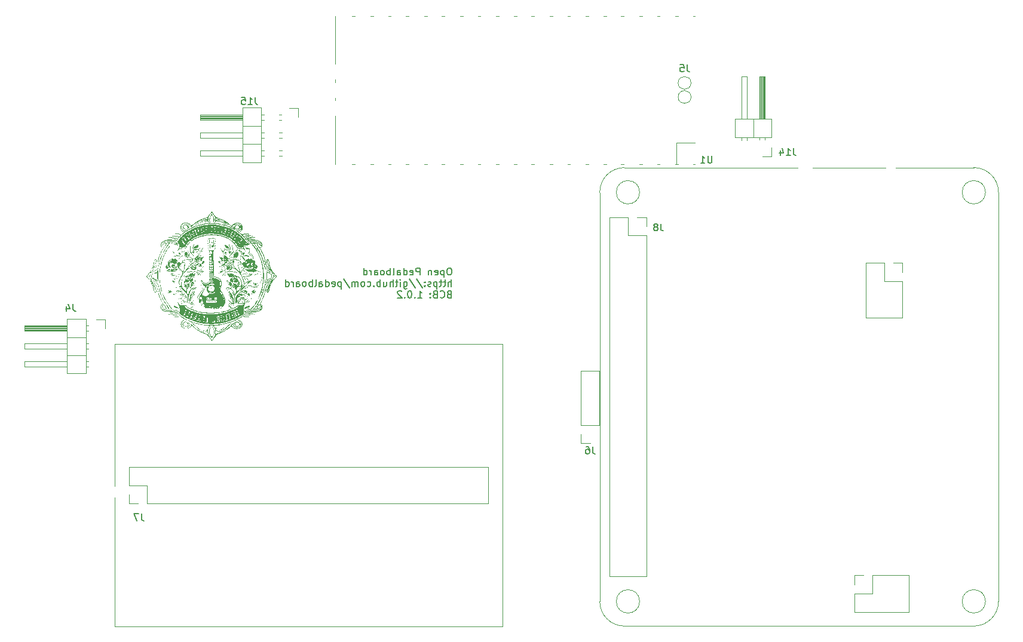
<source format=gbo>
G04 #@! TF.GenerationSoftware,KiCad,Pcbnew,7.0.1.1-36-gbcf78dbe24-dirty-deb11*
G04 #@! TF.CreationDate,2023-04-04T15:18:32+00:00*
G04 #@! TF.ProjectId,pedalboard-hw,70656461-6c62-46f6-9172-642d68772e6b,1.0.2*
G04 #@! TF.SameCoordinates,Original*
G04 #@! TF.FileFunction,Legend,Bot*
G04 #@! TF.FilePolarity,Positive*
%FSLAX46Y46*%
G04 Gerber Fmt 4.6, Leading zero omitted, Abs format (unit mm)*
G04 Created by KiCad (PCBNEW 7.0.1.1-36-gbcf78dbe24-dirty-deb11) date 2023-04-04 15:18:32*
%MOMM*%
%LPD*%
G01*
G04 APERTURE LIST*
%ADD10C,0.000000*%
%ADD11C,0.003013*%
%ADD12C,0.002797*%
%ADD13C,0.005336*%
%ADD14C,0.150000*%
%ADD15C,0.120000*%
%ADD16C,0.100000*%
%ADD17C,2.700000*%
%ADD18C,1.600000*%
%ADD19O,1.200000X2.200000*%
%ADD20O,2.200000X1.200000*%
%ADD21C,3.000000*%
%ADD22R,4.400000X1.800000*%
%ADD23O,4.000000X1.800000*%
%ADD24O,1.800000X4.000000*%
%ADD25O,1.600000X1.600000*%
%ADD26R,1.070000X1.800000*%
%ADD27O,1.070000X1.800000*%
%ADD28R,2.250000X2.250000*%
%ADD29C,2.250000*%
%ADD30R,1.700000X1.700000*%
%ADD31O,1.700000X1.700000*%
%ADD32C,0.600000*%
%ADD33O,3.000000X2.500000*%
%ADD34R,2.400000X1.600000*%
%ADD35O,2.400000X1.600000*%
%ADD36C,2.600000*%
%ADD37R,2.000000X2.000000*%
%ADD38C,2.000000*%
%ADD39C,3.200000*%
%ADD40R,1.600000X1.600000*%
%ADD41C,1.350000*%
%ADD42O,1.350000X1.350000*%
G04 APERTURE END LIST*
D10*
G36*
X56028258Y-72935940D02*
G01*
X56028592Y-72936757D01*
X56028770Y-72938003D01*
X56028676Y-72941779D01*
X56028026Y-72947252D01*
X56026865Y-72954403D01*
X56025240Y-72963218D01*
X56020788Y-72985768D01*
X56018938Y-72992771D01*
X56016842Y-72999983D01*
X56012010Y-73014789D01*
X56006479Y-73029703D01*
X56000437Y-73044240D01*
X55994073Y-73057918D01*
X55990829Y-73064284D01*
X55987575Y-73070252D01*
X55984334Y-73075764D01*
X55981130Y-73080759D01*
X55977986Y-73085176D01*
X55974927Y-73088955D01*
X55970782Y-73092994D01*
X55966944Y-73096515D01*
X55963413Y-73099528D01*
X55960188Y-73102037D01*
X55957266Y-73104051D01*
X55954647Y-73105577D01*
X55952330Y-73106621D01*
X55951284Y-73106965D01*
X55950313Y-73107192D01*
X55949416Y-73107302D01*
X55948594Y-73107296D01*
X55947847Y-73107174D01*
X55947174Y-73106939D01*
X55946575Y-73106591D01*
X55946050Y-73106131D01*
X55945598Y-73105559D01*
X55945221Y-73104876D01*
X55944916Y-73104084D01*
X55944686Y-73103184D01*
X55944443Y-73101060D01*
X55944492Y-73098512D01*
X55944831Y-73095547D01*
X55945459Y-73092173D01*
X55946375Y-73088396D01*
X55947577Y-73084223D01*
X55949064Y-73079662D01*
X55950835Y-73074719D01*
X55952888Y-73069403D01*
X55955223Y-73063719D01*
X55957838Y-73057676D01*
X55960731Y-73051280D01*
X55963902Y-73044539D01*
X55967350Y-73037459D01*
X55971072Y-73030048D01*
X55975068Y-73022312D01*
X55979337Y-73014260D01*
X55988686Y-72997233D01*
X56003797Y-72970876D01*
X56014985Y-72951909D01*
X56019225Y-72945155D01*
X56022625Y-72940198D01*
X56025233Y-72937021D01*
X56026254Y-72936095D01*
X56027095Y-72935607D01*
X56027761Y-72935556D01*
X56028258Y-72935940D01*
G37*
G36*
X63209303Y-80426853D02*
G01*
X63217292Y-80427266D01*
X63220941Y-80427606D01*
X63224369Y-80428048D01*
X63227581Y-80428602D01*
X63230585Y-80429277D01*
X63233387Y-80430083D01*
X63235995Y-80431030D01*
X63238415Y-80432127D01*
X63240653Y-80433384D01*
X63242716Y-80434810D01*
X63244612Y-80436416D01*
X63246346Y-80438211D01*
X63247926Y-80440205D01*
X63249358Y-80442407D01*
X63250649Y-80444826D01*
X63251806Y-80447473D01*
X63252835Y-80450358D01*
X63253743Y-80453489D01*
X63254537Y-80456877D01*
X63255223Y-80460531D01*
X63255809Y-80464461D01*
X63256300Y-80468677D01*
X63256704Y-80473187D01*
X63257278Y-80483132D01*
X63257582Y-80494374D01*
X63257672Y-80506990D01*
X63257806Y-80516961D01*
X63258205Y-80526239D01*
X63258866Y-80534833D01*
X63259786Y-80542747D01*
X63260961Y-80549990D01*
X63262388Y-80556568D01*
X63264063Y-80562488D01*
X63265984Y-80567756D01*
X63268147Y-80572379D01*
X63270548Y-80576364D01*
X63273184Y-80579717D01*
X63276052Y-80582445D01*
X63279148Y-80584556D01*
X63280781Y-80585381D01*
X63282470Y-80586055D01*
X63286013Y-80586950D01*
X63289774Y-80587246D01*
X63294006Y-80587366D01*
X63298097Y-80587718D01*
X63302044Y-80588295D01*
X63305839Y-80589087D01*
X63309479Y-80590086D01*
X63312956Y-80591282D01*
X63316267Y-80592668D01*
X63319405Y-80594233D01*
X63322365Y-80595970D01*
X63325141Y-80597869D01*
X63327729Y-80599922D01*
X63330122Y-80602120D01*
X63332316Y-80604454D01*
X63334304Y-80606915D01*
X63336081Y-80609495D01*
X63337642Y-80612184D01*
X63338981Y-80614973D01*
X63340093Y-80617855D01*
X63340973Y-80620820D01*
X63341614Y-80623859D01*
X63342012Y-80626964D01*
X63342161Y-80630126D01*
X63342056Y-80633335D01*
X63341691Y-80636583D01*
X63341060Y-80639862D01*
X63340158Y-80643162D01*
X63338981Y-80646474D01*
X63337521Y-80649791D01*
X63335774Y-80653102D01*
X63333735Y-80656399D01*
X63331398Y-80659674D01*
X63328757Y-80662917D01*
X63325895Y-80666903D01*
X63323333Y-80671129D01*
X63321073Y-80675609D01*
X63319118Y-80680353D01*
X63317473Y-80685374D01*
X63316140Y-80690684D01*
X63315123Y-80696296D01*
X63314425Y-80702222D01*
X63314049Y-80708473D01*
X63313999Y-80715062D01*
X63314279Y-80722002D01*
X63314890Y-80729304D01*
X63315838Y-80736980D01*
X63317125Y-80745043D01*
X63318755Y-80753505D01*
X63320731Y-80762379D01*
X63325733Y-80781407D01*
X63332160Y-80802225D01*
X63340038Y-80824931D01*
X63349394Y-80849622D01*
X63360254Y-80876396D01*
X63372647Y-80905350D01*
X63386598Y-80936581D01*
X63402134Y-80970188D01*
X63404247Y-80975483D01*
X63405869Y-80981027D01*
X63407019Y-80986790D01*
X63407719Y-80992737D01*
X63407987Y-80998837D01*
X63407842Y-81005058D01*
X63407306Y-81011367D01*
X63406398Y-81017732D01*
X63405136Y-81024120D01*
X63403542Y-81030500D01*
X63399433Y-81043103D01*
X63394230Y-81055283D01*
X63388089Y-81066782D01*
X63381169Y-81077340D01*
X63373628Y-81086698D01*
X63369673Y-81090847D01*
X63365623Y-81094599D01*
X63361496Y-81097922D01*
X63357312Y-81100783D01*
X63353091Y-81103151D01*
X63348854Y-81104993D01*
X63344618Y-81106276D01*
X63340405Y-81106968D01*
X63336234Y-81107038D01*
X63332125Y-81106452D01*
X63328097Y-81105178D01*
X63324170Y-81103184D01*
X63320699Y-81100738D01*
X63317174Y-81097721D01*
X63313608Y-81094169D01*
X63310013Y-81090115D01*
X63302792Y-81080642D01*
X63295614Y-81069577D01*
X63288585Y-81057194D01*
X63281807Y-81043771D01*
X63275385Y-81029582D01*
X63269423Y-81014902D01*
X63264026Y-81000007D01*
X63259297Y-80985173D01*
X63255341Y-80970674D01*
X63252261Y-80956787D01*
X63250162Y-80943787D01*
X63249148Y-80931949D01*
X63249081Y-80926552D01*
X63249324Y-80921549D01*
X63249890Y-80916974D01*
X63250792Y-80912861D01*
X63251869Y-80907758D01*
X63252525Y-80902775D01*
X63252772Y-80897927D01*
X63252620Y-80893227D01*
X63252077Y-80888688D01*
X63251663Y-80886483D01*
X63251155Y-80884323D01*
X63250555Y-80882211D01*
X63249864Y-80880147D01*
X63249082Y-80878133D01*
X63248213Y-80876172D01*
X63247256Y-80874264D01*
X63246212Y-80872412D01*
X63245084Y-80870617D01*
X63243873Y-80868881D01*
X63242579Y-80867205D01*
X63241204Y-80865591D01*
X63239750Y-80864041D01*
X63238216Y-80862557D01*
X63236606Y-80861139D01*
X63234920Y-80859791D01*
X63233159Y-80858513D01*
X63231324Y-80857308D01*
X63227439Y-80855120D01*
X63223276Y-80853241D01*
X63220965Y-80852354D01*
X63218761Y-80851413D01*
X63216663Y-80850418D01*
X63214672Y-80849367D01*
X63212787Y-80848261D01*
X63211007Y-80847099D01*
X63209332Y-80845881D01*
X63207762Y-80844607D01*
X63206295Y-80843275D01*
X63204933Y-80841885D01*
X63203674Y-80840438D01*
X63202517Y-80838932D01*
X63201463Y-80837368D01*
X63200511Y-80835744D01*
X63199661Y-80834061D01*
X63198912Y-80832317D01*
X63198264Y-80830513D01*
X63197716Y-80828649D01*
X63197268Y-80826723D01*
X63196919Y-80824735D01*
X63196670Y-80822685D01*
X63196519Y-80820573D01*
X63196466Y-80818397D01*
X63196512Y-80816158D01*
X63196654Y-80813856D01*
X63196894Y-80811489D01*
X63197230Y-80809057D01*
X63197663Y-80806560D01*
X63198191Y-80803998D01*
X63198814Y-80801370D01*
X63199533Y-80798676D01*
X63200345Y-80795915D01*
X63201449Y-80790978D01*
X63202186Y-80785659D01*
X63202567Y-80780003D01*
X63202602Y-80774059D01*
X63202302Y-80767873D01*
X63201675Y-80761492D01*
X63200733Y-80754963D01*
X63199485Y-80748334D01*
X63197942Y-80741651D01*
X63196113Y-80734961D01*
X63194008Y-80728311D01*
X63191639Y-80721748D01*
X63189014Y-80715320D01*
X63186144Y-80709074D01*
X63183038Y-80703056D01*
X63179708Y-80697313D01*
X63174282Y-80688033D01*
X63169192Y-80677464D01*
X63164451Y-80665712D01*
X63160074Y-80652885D01*
X63156072Y-80639091D01*
X63152460Y-80624437D01*
X63149251Y-80609031D01*
X63146458Y-80592979D01*
X63144096Y-80576390D01*
X63142177Y-80559372D01*
X63140715Y-80542031D01*
X63139723Y-80524475D01*
X63139214Y-80506811D01*
X63139203Y-80489147D01*
X63139702Y-80471591D01*
X63140726Y-80454250D01*
X63141007Y-80452961D01*
X63141420Y-80451674D01*
X63141962Y-80450392D01*
X63142629Y-80449117D01*
X63143419Y-80447853D01*
X63144328Y-80446601D01*
X63145354Y-80445365D01*
X63146494Y-80444146D01*
X63147745Y-80442947D01*
X63149104Y-80441771D01*
X63150567Y-80440620D01*
X63152133Y-80439497D01*
X63153798Y-80438404D01*
X63155558Y-80437344D01*
X63157413Y-80436319D01*
X63159357Y-80435332D01*
X63161389Y-80434385D01*
X63163505Y-80433481D01*
X63165702Y-80432622D01*
X63167978Y-80431812D01*
X63170330Y-80431051D01*
X63172754Y-80430344D01*
X63175248Y-80429692D01*
X63177809Y-80429098D01*
X63180433Y-80428564D01*
X63183119Y-80428093D01*
X63185862Y-80427688D01*
X63188661Y-80427351D01*
X63191511Y-80427084D01*
X63194411Y-80426891D01*
X63197356Y-80426773D01*
X63200345Y-80426733D01*
X63209303Y-80426853D01*
G37*
G36*
X64920674Y-79031372D02*
G01*
X64926285Y-79031824D01*
X64931356Y-79032595D01*
X64935895Y-79033695D01*
X64937969Y-79034372D01*
X64939914Y-79035135D01*
X64941732Y-79035985D01*
X64943423Y-79036923D01*
X64944989Y-79037952D01*
X64946431Y-79039072D01*
X64947750Y-79040284D01*
X64948948Y-79041589D01*
X64950026Y-79042990D01*
X64950986Y-79044486D01*
X64951827Y-79046080D01*
X64952553Y-79047773D01*
X64953163Y-79049566D01*
X64953659Y-79051460D01*
X64954043Y-79053456D01*
X64954316Y-79055556D01*
X64954533Y-79060073D01*
X64954465Y-79062397D01*
X64954263Y-79064641D01*
X64953926Y-79066806D01*
X64953453Y-79068891D01*
X64952844Y-79070897D01*
X64952099Y-79072825D01*
X64951217Y-79074674D01*
X64950197Y-79076446D01*
X64949040Y-79078141D01*
X64947745Y-79079759D01*
X64946311Y-79081300D01*
X64944738Y-79082765D01*
X64943026Y-79084155D01*
X64941174Y-79085470D01*
X64939181Y-79086710D01*
X64937048Y-79087876D01*
X64934774Y-79088967D01*
X64932358Y-79089986D01*
X64929801Y-79090931D01*
X64927101Y-79091803D01*
X64924259Y-79092604D01*
X64921273Y-79093332D01*
X64918143Y-79093989D01*
X64914870Y-79094576D01*
X64911452Y-79095091D01*
X64907889Y-79095537D01*
X64904181Y-79095913D01*
X64900328Y-79096219D01*
X64896328Y-79096457D01*
X64892182Y-79096626D01*
X64883448Y-79096761D01*
X64875554Y-79096603D01*
X64868209Y-79096141D01*
X64861410Y-79095393D01*
X64855156Y-79094378D01*
X64849445Y-79093115D01*
X64844274Y-79091622D01*
X64839641Y-79089917D01*
X64835544Y-79088019D01*
X64831982Y-79085946D01*
X64828951Y-79083717D01*
X64826450Y-79081350D01*
X64824478Y-79078864D01*
X64823030Y-79076277D01*
X64822107Y-79073608D01*
X64821705Y-79070876D01*
X64821822Y-79068097D01*
X64822456Y-79065292D01*
X64823606Y-79062479D01*
X64825269Y-79059675D01*
X64827442Y-79056901D01*
X64830125Y-79054173D01*
X64833315Y-79051510D01*
X64837009Y-79048932D01*
X64841205Y-79046456D01*
X64845903Y-79044101D01*
X64851098Y-79041885D01*
X64856790Y-79039828D01*
X64862976Y-79037946D01*
X64869654Y-79036260D01*
X64876822Y-79034786D01*
X64884478Y-79033545D01*
X64892620Y-79032554D01*
X64900495Y-79031830D01*
X64907789Y-79031385D01*
X64914512Y-79031229D01*
X64920674Y-79031372D01*
G37*
G36*
X54619105Y-75176174D02*
G01*
X54621802Y-75176845D01*
X54623995Y-75177786D01*
X54625665Y-75178995D01*
X54626790Y-75180473D01*
X54627351Y-75182220D01*
X54627327Y-75184235D01*
X54626699Y-75186519D01*
X54625446Y-75189072D01*
X54623549Y-75191893D01*
X54620986Y-75194984D01*
X54613784Y-75201970D01*
X54603680Y-75210032D01*
X54598718Y-75213441D01*
X54593321Y-75216776D01*
X54587542Y-75220018D01*
X54581431Y-75223145D01*
X54575037Y-75226138D01*
X54568411Y-75228976D01*
X54561604Y-75231639D01*
X54554666Y-75234108D01*
X54547648Y-75236362D01*
X54540599Y-75238381D01*
X54533570Y-75240144D01*
X54526612Y-75241632D01*
X54519775Y-75242825D01*
X54513109Y-75243702D01*
X54506664Y-75244242D01*
X54500492Y-75244427D01*
X54480943Y-75244360D01*
X54473290Y-75244200D01*
X54467064Y-75243890D01*
X54462276Y-75243377D01*
X54460424Y-75243030D01*
X54458936Y-75242613D01*
X54457812Y-75242121D01*
X54457053Y-75241547D01*
X54456662Y-75240884D01*
X54456638Y-75240128D01*
X54456985Y-75239270D01*
X54457701Y-75238305D01*
X54458790Y-75237227D01*
X54460253Y-75236030D01*
X54464302Y-75233250D01*
X54469859Y-75229917D01*
X54476935Y-75225978D01*
X54485539Y-75221385D01*
X54507372Y-75210032D01*
X54523871Y-75201970D01*
X54539725Y-75194984D01*
X54554773Y-75189072D01*
X54568854Y-75184235D01*
X54581807Y-75180473D01*
X54593469Y-75177786D01*
X54603680Y-75176174D01*
X54612279Y-75175636D01*
X54619105Y-75176174D01*
G37*
G36*
X60036110Y-73940104D02*
G01*
X60037340Y-73940696D01*
X60038629Y-73941655D01*
X60039976Y-73942982D01*
X60041381Y-73944677D01*
X60042844Y-73946737D01*
X60045940Y-73951956D01*
X60049262Y-73958637D01*
X60052805Y-73966775D01*
X60056566Y-73976368D01*
X60058126Y-73980313D01*
X60059370Y-73984389D01*
X60060305Y-73988566D01*
X60060937Y-73992813D01*
X60061274Y-73997101D01*
X60061322Y-74001399D01*
X60061088Y-74005676D01*
X60060579Y-74009904D01*
X60059801Y-74014050D01*
X60058761Y-74018086D01*
X60057465Y-74021981D01*
X60055921Y-74025704D01*
X60054135Y-74029226D01*
X60052114Y-74032516D01*
X60049865Y-74035544D01*
X60047394Y-74038280D01*
X60045916Y-74039704D01*
X60044491Y-74040966D01*
X60043119Y-74042065D01*
X60041800Y-74043001D01*
X60040533Y-74043771D01*
X60039317Y-74044377D01*
X60038153Y-74044816D01*
X60037039Y-74045088D01*
X60035976Y-74045192D01*
X60034963Y-74045127D01*
X60033999Y-74044893D01*
X60033085Y-74044488D01*
X60032219Y-74043911D01*
X60031401Y-74043163D01*
X60030632Y-74042242D01*
X60029909Y-74041147D01*
X60029234Y-74039877D01*
X60028606Y-74038431D01*
X60028023Y-74036810D01*
X60027487Y-74035011D01*
X60026995Y-74033034D01*
X60026549Y-74030878D01*
X60026147Y-74028542D01*
X60025789Y-74026026D01*
X60025475Y-74023329D01*
X60025204Y-74020449D01*
X60024976Y-74017387D01*
X60024791Y-74014140D01*
X60024647Y-74010709D01*
X60024545Y-74007092D01*
X60024464Y-73999298D01*
X60024598Y-73986721D01*
X60024997Y-73975646D01*
X60025658Y-73966069D01*
X60026578Y-73957987D01*
X60027753Y-73951396D01*
X60028435Y-73948659D01*
X60029180Y-73946294D01*
X60029987Y-73944299D01*
X60030855Y-73942676D01*
X60031785Y-73941422D01*
X60032776Y-73940539D01*
X60033827Y-73940025D01*
X60034939Y-73939880D01*
X60036110Y-73940104D01*
G37*
G36*
X58275880Y-73438654D02*
G01*
X58277106Y-73438863D01*
X58278302Y-73439219D01*
X58279471Y-73439723D01*
X58280616Y-73440374D01*
X58281739Y-73441174D01*
X58282843Y-73442121D01*
X58283930Y-73443216D01*
X58285003Y-73444459D01*
X58286064Y-73445849D01*
X58287116Y-73447388D01*
X58288161Y-73449074D01*
X58289202Y-73450908D01*
X58290241Y-73452890D01*
X58291281Y-73455019D01*
X58293374Y-73459722D01*
X58295500Y-73465015D01*
X58297093Y-73469670D01*
X58298437Y-73474170D01*
X58299539Y-73478510D01*
X58300404Y-73482684D01*
X58301039Y-73486684D01*
X58301450Y-73490505D01*
X58301644Y-73494141D01*
X58301626Y-73497584D01*
X58301404Y-73500830D01*
X58300983Y-73503871D01*
X58300370Y-73506701D01*
X58299571Y-73509314D01*
X58298592Y-73511704D01*
X58297439Y-73513864D01*
X58296120Y-73515788D01*
X58294640Y-73517470D01*
X58293005Y-73518903D01*
X58291222Y-73520081D01*
X58289297Y-73520999D01*
X58287237Y-73521648D01*
X58285047Y-73522024D01*
X58282734Y-73522120D01*
X58280304Y-73521930D01*
X58277764Y-73521447D01*
X58275120Y-73520665D01*
X58272378Y-73519578D01*
X58269545Y-73518179D01*
X58266626Y-73516462D01*
X58263628Y-73514422D01*
X58260558Y-73512050D01*
X58257421Y-73509342D01*
X58254224Y-73506292D01*
X58250597Y-73502499D01*
X58248964Y-73500657D01*
X58247453Y-73498848D01*
X58246062Y-73497069D01*
X58244792Y-73495318D01*
X58243644Y-73493592D01*
X58242616Y-73491888D01*
X58241709Y-73490205D01*
X58240923Y-73488539D01*
X58240258Y-73486889D01*
X58239713Y-73485251D01*
X58239290Y-73483623D01*
X58238988Y-73482003D01*
X58238807Y-73480387D01*
X58238746Y-73478775D01*
X58238807Y-73477162D01*
X58238988Y-73475547D01*
X58239290Y-73473926D01*
X58239713Y-73472299D01*
X58240258Y-73470661D01*
X58240923Y-73469010D01*
X58241709Y-73467344D01*
X58242616Y-73465661D01*
X58243644Y-73463958D01*
X58244792Y-73462232D01*
X58246062Y-73460480D01*
X58247453Y-73458701D01*
X58248964Y-73456892D01*
X58250597Y-73455050D01*
X58254224Y-73451258D01*
X58256126Y-73449397D01*
X58257963Y-73447684D01*
X58259738Y-73446118D01*
X58261453Y-73444701D01*
X58263111Y-73443431D01*
X58264715Y-73442309D01*
X58266266Y-73441335D01*
X58267768Y-73440509D01*
X58269223Y-73439830D01*
X58270633Y-73439299D01*
X58272002Y-73438917D01*
X58273331Y-73438681D01*
X58274622Y-73438594D01*
X58275880Y-73438654D01*
G37*
G36*
X55895818Y-76712556D02*
G01*
X55898100Y-76712751D01*
X55900425Y-76713121D01*
X55902782Y-76713668D01*
X55905160Y-76714392D01*
X55907548Y-76715294D01*
X55909935Y-76716375D01*
X55912311Y-76717635D01*
X55914664Y-76719077D01*
X55916983Y-76720699D01*
X55919258Y-76722504D01*
X55921477Y-76724492D01*
X55923630Y-76726664D01*
X55925706Y-76729020D01*
X55927693Y-76731562D01*
X55929582Y-76734291D01*
X55931360Y-76737206D01*
X55932999Y-76739810D01*
X55934472Y-76742451D01*
X55935778Y-76745112D01*
X55936913Y-76747776D01*
X55937873Y-76750427D01*
X55938655Y-76753047D01*
X55939256Y-76755621D01*
X55939672Y-76758131D01*
X55939900Y-76760560D01*
X55939936Y-76762891D01*
X55939778Y-76765109D01*
X55939421Y-76767195D01*
X55938863Y-76769134D01*
X55938508Y-76770043D01*
X55938100Y-76770908D01*
X55937641Y-76771728D01*
X55937129Y-76772500D01*
X55936564Y-76773223D01*
X55935946Y-76773895D01*
X55934356Y-76775267D01*
X55932606Y-76776379D01*
X55930708Y-76777240D01*
X55928677Y-76777859D01*
X55926527Y-76778244D01*
X55924272Y-76778404D01*
X55921925Y-76778349D01*
X55919501Y-76778087D01*
X55917012Y-76777627D01*
X55914474Y-76776977D01*
X55911900Y-76776147D01*
X55909303Y-76775145D01*
X55906698Y-76773980D01*
X55904098Y-76772661D01*
X55901518Y-76771197D01*
X55898971Y-76769596D01*
X55896471Y-76767867D01*
X55894031Y-76766020D01*
X55891667Y-76764063D01*
X55889391Y-76762005D01*
X55887218Y-76759854D01*
X55885160Y-76757619D01*
X55883233Y-76755310D01*
X55881450Y-76752935D01*
X55879825Y-76750503D01*
X55878372Y-76748023D01*
X55877104Y-76745503D01*
X55876036Y-76742953D01*
X55875181Y-76740380D01*
X55874553Y-76737795D01*
X55874166Y-76735205D01*
X55874034Y-76732620D01*
X55874146Y-76730121D01*
X55874476Y-76727784D01*
X55875013Y-76725610D01*
X55875745Y-76723600D01*
X55876661Y-76721754D01*
X55877752Y-76720074D01*
X55879006Y-76718560D01*
X55880411Y-76717213D01*
X55881958Y-76716035D01*
X55883635Y-76715025D01*
X55885431Y-76714184D01*
X55887335Y-76713514D01*
X55889337Y-76713015D01*
X55891425Y-76712689D01*
X55893589Y-76712535D01*
X55895818Y-76712556D01*
G37*
G36*
X55070604Y-72401145D02*
G01*
X55080891Y-72401460D01*
X55090809Y-72401976D01*
X55100306Y-72402687D01*
X55109333Y-72403586D01*
X55117840Y-72404666D01*
X55125776Y-72405921D01*
X55133090Y-72407344D01*
X55139732Y-72408928D01*
X55145653Y-72410667D01*
X55150800Y-72412554D01*
X55155125Y-72414582D01*
X55158576Y-72416744D01*
X55161104Y-72419033D01*
X55162006Y-72420224D01*
X55162658Y-72421444D01*
X55163053Y-72422693D01*
X55163187Y-72423969D01*
X55163073Y-72425044D01*
X55162737Y-72426116D01*
X55162183Y-72427184D01*
X55161418Y-72428246D01*
X55160445Y-72429300D01*
X55159272Y-72430343D01*
X55157903Y-72431373D01*
X55156343Y-72432389D01*
X55154599Y-72433388D01*
X55152676Y-72434368D01*
X55150578Y-72435327D01*
X55148313Y-72436263D01*
X55145884Y-72437174D01*
X55143298Y-72438057D01*
X55137676Y-72439734D01*
X55131489Y-72441276D01*
X55124782Y-72442667D01*
X55117598Y-72443890D01*
X55109980Y-72444929D01*
X55101973Y-72445766D01*
X55093620Y-72446384D01*
X55084964Y-72446768D01*
X55076050Y-72446899D01*
X55050525Y-72448077D01*
X55024053Y-72451481D01*
X54996976Y-72456921D01*
X54969638Y-72464205D01*
X54942380Y-72473141D01*
X54915545Y-72483539D01*
X54889476Y-72495206D01*
X54864515Y-72507952D01*
X54841006Y-72521584D01*
X54819290Y-72535912D01*
X54799711Y-72550744D01*
X54782610Y-72565887D01*
X54768332Y-72581152D01*
X54762357Y-72588770D01*
X54757217Y-72596346D01*
X54752953Y-72603857D01*
X54749609Y-72611279D01*
X54747227Y-72618587D01*
X54745850Y-72625758D01*
X54744995Y-72631902D01*
X54743738Y-72637859D01*
X54742107Y-72643616D01*
X54740131Y-72649158D01*
X54737837Y-72654474D01*
X54735254Y-72659551D01*
X54732410Y-72664374D01*
X54729333Y-72668932D01*
X54726051Y-72673211D01*
X54722592Y-72677198D01*
X54718984Y-72680880D01*
X54715256Y-72684244D01*
X54711436Y-72687278D01*
X54707551Y-72689967D01*
X54703631Y-72692300D01*
X54699702Y-72694263D01*
X54695794Y-72695843D01*
X54691933Y-72697027D01*
X54688149Y-72697802D01*
X54684470Y-72698155D01*
X54680924Y-72698073D01*
X54677538Y-72697543D01*
X54674341Y-72696552D01*
X54671361Y-72695087D01*
X54668627Y-72693135D01*
X54666165Y-72690683D01*
X54664006Y-72687718D01*
X54662176Y-72684226D01*
X54660703Y-72680196D01*
X54659617Y-72675614D01*
X54658944Y-72670466D01*
X54658714Y-72664740D01*
X54659351Y-72653493D01*
X54661230Y-72642129D01*
X54664304Y-72630679D01*
X54668526Y-72619174D01*
X54673848Y-72607647D01*
X54680223Y-72596126D01*
X54687602Y-72584645D01*
X54695940Y-72573233D01*
X54705188Y-72561921D01*
X54715298Y-72550742D01*
X54726224Y-72539726D01*
X54737918Y-72528903D01*
X54750332Y-72518306D01*
X54763420Y-72507965D01*
X54777133Y-72497910D01*
X54791424Y-72488175D01*
X54806246Y-72478788D01*
X54821551Y-72469782D01*
X54837292Y-72461187D01*
X54853422Y-72453035D01*
X54869892Y-72445357D01*
X54886656Y-72438183D01*
X54903666Y-72431545D01*
X54920874Y-72425474D01*
X54938234Y-72420001D01*
X54955697Y-72415156D01*
X54973217Y-72410972D01*
X54990745Y-72407479D01*
X55008235Y-72404708D01*
X55025639Y-72402690D01*
X55042909Y-72401457D01*
X55059998Y-72401039D01*
X55070604Y-72401145D01*
G37*
G36*
X59492137Y-71005412D02*
G01*
X59494446Y-71005576D01*
X59496636Y-71005902D01*
X59498709Y-71006395D01*
X59500668Y-71007059D01*
X59502515Y-71007899D01*
X59504253Y-71008920D01*
X59505884Y-71010125D01*
X59507411Y-71011521D01*
X59508836Y-71013111D01*
X59510163Y-71014900D01*
X59511393Y-71016892D01*
X59512528Y-71019093D01*
X59513573Y-71021507D01*
X59514528Y-71024138D01*
X59515397Y-71026992D01*
X59516181Y-71030072D01*
X59516885Y-71033383D01*
X59517509Y-71036931D01*
X59518057Y-71040719D01*
X59518531Y-71044752D01*
X59518934Y-71049035D01*
X59519267Y-71053572D01*
X59519535Y-71058369D01*
X59519881Y-71068757D01*
X59519992Y-71080238D01*
X59519749Y-71095853D01*
X59519015Y-71110030D01*
X59517785Y-71122783D01*
X59516050Y-71134125D01*
X59513806Y-71144070D01*
X59512490Y-71148523D01*
X59511043Y-71152631D01*
X59509466Y-71156397D01*
X59507757Y-71159821D01*
X59505915Y-71162907D01*
X59503940Y-71165655D01*
X59501831Y-71168067D01*
X59499586Y-71170145D01*
X59497205Y-71171890D01*
X59494687Y-71173304D01*
X59492032Y-71174389D01*
X59489238Y-71175147D01*
X59486305Y-71175579D01*
X59483231Y-71175687D01*
X59480016Y-71175472D01*
X59476660Y-71174936D01*
X59473160Y-71174082D01*
X59469517Y-71172910D01*
X59465730Y-71171422D01*
X59461798Y-71169620D01*
X59453493Y-71165081D01*
X59449797Y-71162232D01*
X59446445Y-71158870D01*
X59443432Y-71155033D01*
X59440751Y-71150758D01*
X59438398Y-71146084D01*
X59436367Y-71141047D01*
X59434653Y-71135687D01*
X59433249Y-71130040D01*
X59432152Y-71124145D01*
X59431354Y-71118039D01*
X59430638Y-71105345D01*
X59431058Y-71092262D01*
X59432568Y-71079091D01*
X59435127Y-71066136D01*
X59438691Y-71053698D01*
X59440835Y-71047767D01*
X59443215Y-71042079D01*
X59445823Y-71036672D01*
X59448656Y-71031583D01*
X59451706Y-71026849D01*
X59454970Y-71022510D01*
X59458441Y-71018603D01*
X59462114Y-71015164D01*
X59465983Y-71012233D01*
X59470044Y-71009847D01*
X59474290Y-71008044D01*
X59478716Y-71006861D01*
X59481659Y-71006284D01*
X59484470Y-71005846D01*
X59487152Y-71005552D01*
X59489707Y-71005405D01*
X59492137Y-71005412D01*
G37*
G36*
X62623948Y-77377048D02*
G01*
X62629997Y-77377282D01*
X62636012Y-77377664D01*
X62641951Y-77378187D01*
X62647768Y-77378844D01*
X62653420Y-77379629D01*
X62658865Y-77380535D01*
X62664057Y-77381555D01*
X62668954Y-77382682D01*
X62673511Y-77383911D01*
X62677686Y-77385233D01*
X62681434Y-77386642D01*
X62684712Y-77388133D01*
X62687476Y-77389697D01*
X62689682Y-77391328D01*
X62691287Y-77393019D01*
X62696067Y-77397862D01*
X62700107Y-77402496D01*
X62703432Y-77406916D01*
X62706066Y-77411113D01*
X62708035Y-77415083D01*
X62709365Y-77418817D01*
X62710079Y-77422309D01*
X62710204Y-77425553D01*
X62709765Y-77428541D01*
X62708787Y-77431268D01*
X62707295Y-77433725D01*
X62705314Y-77435907D01*
X62702869Y-77437808D01*
X62699986Y-77439419D01*
X62696690Y-77440734D01*
X62693007Y-77441748D01*
X62688960Y-77442452D01*
X62684576Y-77442841D01*
X62679879Y-77442907D01*
X62674895Y-77442644D01*
X62669649Y-77442045D01*
X62664166Y-77441103D01*
X62658472Y-77439812D01*
X62652592Y-77438165D01*
X62646550Y-77436155D01*
X62640372Y-77433776D01*
X62634083Y-77431021D01*
X62627708Y-77427882D01*
X62621273Y-77424354D01*
X62614803Y-77420430D01*
X62608323Y-77416102D01*
X62601858Y-77411365D01*
X62588346Y-77400764D01*
X62583100Y-77396466D01*
X62578891Y-77392770D01*
X62577184Y-77391131D01*
X62575745Y-77389624D01*
X62574577Y-77388242D01*
X62573683Y-77386979D01*
X62573066Y-77385828D01*
X62572730Y-77384784D01*
X62572676Y-77383839D01*
X62572908Y-77382988D01*
X62573429Y-77382225D01*
X62574242Y-77381542D01*
X62575350Y-77380934D01*
X62576755Y-77380395D01*
X62578461Y-77379918D01*
X62580471Y-77379496D01*
X62582787Y-77379125D01*
X62585412Y-77378796D01*
X62591604Y-77378244D01*
X62599068Y-77377788D01*
X62617909Y-77376969D01*
X62623948Y-77377048D01*
G37*
G36*
X64580344Y-77653832D02*
G01*
X64589385Y-77654964D01*
X64596888Y-77656757D01*
X64602805Y-77659208D01*
X64607090Y-77662315D01*
X64608606Y-77664113D01*
X64609696Y-77666073D01*
X64610354Y-77668195D01*
X64610574Y-77670479D01*
X64610092Y-77672707D01*
X64608677Y-77675082D01*
X64606376Y-77677590D01*
X64603238Y-77680216D01*
X64594643Y-77685766D01*
X64583273Y-77691619D01*
X64569511Y-77697660D01*
X64553741Y-77703774D01*
X64536345Y-77709848D01*
X64517706Y-77715768D01*
X64498207Y-77721419D01*
X64478231Y-77726687D01*
X64458161Y-77731458D01*
X64438380Y-77735618D01*
X64419271Y-77739052D01*
X64401217Y-77741646D01*
X64384600Y-77743286D01*
X64369803Y-77743858D01*
X64361546Y-77743759D01*
X64353969Y-77743465D01*
X64347066Y-77742984D01*
X64340831Y-77742322D01*
X64335260Y-77741488D01*
X64330347Y-77740488D01*
X64326087Y-77739329D01*
X64322473Y-77738018D01*
X64319501Y-77736563D01*
X64317166Y-77734971D01*
X64315460Y-77733249D01*
X64314380Y-77731403D01*
X64313920Y-77729442D01*
X64314074Y-77727372D01*
X64314837Y-77725200D01*
X64316203Y-77722934D01*
X64318167Y-77720580D01*
X64320724Y-77718147D01*
X64323867Y-77715640D01*
X64327592Y-77713067D01*
X64331894Y-77710436D01*
X64336765Y-77707753D01*
X64342202Y-77705025D01*
X64348199Y-77702260D01*
X64354749Y-77699465D01*
X64361849Y-77696646D01*
X64377672Y-77690969D01*
X64395626Y-77685285D01*
X64415665Y-77679651D01*
X64437504Y-77673981D01*
X64458274Y-77669006D01*
X64477930Y-77664723D01*
X64496423Y-77661128D01*
X64513707Y-77658219D01*
X64529735Y-77655991D01*
X64544460Y-77654442D01*
X64557834Y-77653568D01*
X64569811Y-77653366D01*
X64580344Y-77653832D01*
G37*
G36*
X55686301Y-78615423D02*
G01*
X55699349Y-78616101D01*
X55711565Y-78617350D01*
X55723122Y-78619268D01*
X55728708Y-78620507D01*
X55734195Y-78621951D01*
X55739605Y-78623610D01*
X55744959Y-78625497D01*
X55750280Y-78627625D01*
X55755589Y-78630004D01*
X55760909Y-78632649D01*
X55766260Y-78635570D01*
X55771665Y-78638779D01*
X55777145Y-78642290D01*
X55788420Y-78650264D01*
X55800259Y-78659588D01*
X55812838Y-78670359D01*
X55826330Y-78682676D01*
X55840910Y-78696636D01*
X55856753Y-78712335D01*
X55874034Y-78729872D01*
X55885763Y-78742321D01*
X55897681Y-78755516D01*
X55921758Y-78783687D01*
X55945620Y-78813469D01*
X55968622Y-78843951D01*
X55990119Y-78874218D01*
X56009467Y-78903356D01*
X56018133Y-78917216D01*
X56026020Y-78930451D01*
X56033047Y-78942948D01*
X56039133Y-78954591D01*
X56059412Y-78997801D01*
X56077542Y-79035421D01*
X56098753Y-79078415D01*
X56099149Y-79079477D01*
X56099479Y-79080511D01*
X56099744Y-79081517D01*
X56099944Y-79082496D01*
X56100080Y-79083445D01*
X56100153Y-79084366D01*
X56100165Y-79085257D01*
X56100114Y-79086119D01*
X56100004Y-79086950D01*
X56099833Y-79087751D01*
X56099604Y-79088521D01*
X56099317Y-79089259D01*
X56098973Y-79089965D01*
X56098572Y-79090639D01*
X56098117Y-79091280D01*
X56097606Y-79091888D01*
X56097042Y-79092462D01*
X56096425Y-79093003D01*
X56095756Y-79093508D01*
X56095035Y-79093980D01*
X56094265Y-79094415D01*
X56093444Y-79094815D01*
X56092575Y-79095179D01*
X56091659Y-79095507D01*
X56090695Y-79095797D01*
X56089685Y-79096051D01*
X56088629Y-79096266D01*
X56087529Y-79096443D01*
X56086386Y-79096582D01*
X56085199Y-79096681D01*
X56083971Y-79096741D01*
X56082701Y-79096761D01*
X56081190Y-79096694D01*
X56079667Y-79096496D01*
X56078134Y-79096170D01*
X56076592Y-79095718D01*
X56075044Y-79095143D01*
X56073491Y-79094448D01*
X56071934Y-79093637D01*
X56070376Y-79092712D01*
X56068817Y-79091677D01*
X56067261Y-79090533D01*
X56065708Y-79089284D01*
X56064159Y-79087934D01*
X56062618Y-79086484D01*
X56061085Y-79084938D01*
X56059562Y-79083299D01*
X56058050Y-79081569D01*
X56055070Y-79077851D01*
X56052156Y-79073808D01*
X56049324Y-79069461D01*
X56046585Y-79064837D01*
X56043954Y-79059956D01*
X56041443Y-79054844D01*
X56039067Y-79049524D01*
X56036839Y-79044019D01*
X56029376Y-79026709D01*
X56020018Y-79007649D01*
X56008967Y-78987131D01*
X55996425Y-78965447D01*
X55982593Y-78942890D01*
X55967672Y-78919752D01*
X55951865Y-78896325D01*
X55935372Y-78872901D01*
X55918396Y-78849773D01*
X55901138Y-78827232D01*
X55883799Y-78805572D01*
X55866581Y-78785084D01*
X55849685Y-78766060D01*
X55833313Y-78748794D01*
X55817667Y-78733576D01*
X55802948Y-78720699D01*
X55795827Y-78715010D01*
X55788248Y-78709555D01*
X55771871Y-78699372D01*
X55754131Y-78690197D01*
X55735339Y-78682076D01*
X55715808Y-78675057D01*
X55695851Y-78669187D01*
X55675780Y-78664512D01*
X55655906Y-78661080D01*
X55636544Y-78658939D01*
X55618004Y-78658133D01*
X55600599Y-78658712D01*
X55584643Y-78660722D01*
X55577305Y-78662278D01*
X55570446Y-78664210D01*
X55564105Y-78666523D01*
X55558322Y-78669222D01*
X55553135Y-78672315D01*
X55548583Y-78675807D01*
X55544705Y-78679704D01*
X55541541Y-78684011D01*
X55539631Y-78686516D01*
X55537359Y-78688873D01*
X55534752Y-78691081D01*
X55531840Y-78693138D01*
X55528648Y-78695044D01*
X55525206Y-78696798D01*
X55521540Y-78698399D01*
X55517678Y-78699846D01*
X55509479Y-78702277D01*
X55500830Y-78704083D01*
X55491952Y-78705258D01*
X55483067Y-78705794D01*
X55474398Y-78705685D01*
X55466165Y-78704925D01*
X55458590Y-78703506D01*
X55455119Y-78702548D01*
X55451896Y-78701423D01*
X55448948Y-78700129D01*
X55446303Y-78698667D01*
X55443989Y-78697036D01*
X55442034Y-78695233D01*
X55440465Y-78693260D01*
X55439310Y-78691114D01*
X55438596Y-78688795D01*
X55438353Y-78686303D01*
X55438737Y-78683274D01*
X55439871Y-78680214D01*
X55441723Y-78677130D01*
X55444264Y-78674031D01*
X55447464Y-78670926D01*
X55451291Y-78667822D01*
X55455717Y-78664728D01*
X55460710Y-78661652D01*
X55466240Y-78658604D01*
X55472278Y-78655591D01*
X55485754Y-78649704D01*
X55500897Y-78644058D01*
X55517463Y-78638722D01*
X55535212Y-78633762D01*
X55553901Y-78629246D01*
X55573289Y-78625240D01*
X55593134Y-78621811D01*
X55613194Y-78619028D01*
X55633227Y-78616957D01*
X55652991Y-78615665D01*
X55672245Y-78615219D01*
X55686301Y-78615423D01*
G37*
G36*
X59933816Y-74579488D02*
G01*
X59934888Y-74579626D01*
X59935956Y-74579854D01*
X59937018Y-74580167D01*
X59938072Y-74580565D01*
X59939115Y-74581044D01*
X59940145Y-74581602D01*
X59941161Y-74582236D01*
X59942160Y-74582944D01*
X59943140Y-74583724D01*
X59944099Y-74584573D01*
X59945035Y-74585488D01*
X59945946Y-74586466D01*
X59946829Y-74587506D01*
X59947683Y-74588605D01*
X59948506Y-74589760D01*
X59949295Y-74590969D01*
X59950048Y-74592229D01*
X59950764Y-74593538D01*
X59951440Y-74594892D01*
X59952073Y-74596291D01*
X59952663Y-74597731D01*
X59953206Y-74599209D01*
X59953701Y-74600724D01*
X59954146Y-74602272D01*
X59954538Y-74603851D01*
X59954876Y-74605458D01*
X59955157Y-74607092D01*
X59955379Y-74608749D01*
X59955540Y-74610428D01*
X59955639Y-74612124D01*
X59955672Y-74613837D01*
X59955540Y-74617246D01*
X59955157Y-74620582D01*
X59954538Y-74623823D01*
X59953701Y-74626951D01*
X59952663Y-74629944D01*
X59951440Y-74632782D01*
X59950048Y-74635446D01*
X59948506Y-74637914D01*
X59946829Y-74640168D01*
X59945035Y-74642187D01*
X59943140Y-74643951D01*
X59941161Y-74645439D01*
X59940145Y-74646073D01*
X59939115Y-74646631D01*
X59938072Y-74647110D01*
X59937018Y-74647508D01*
X59935956Y-74647821D01*
X59934888Y-74648049D01*
X59933816Y-74648187D01*
X59932741Y-74648233D01*
X59931465Y-74648187D01*
X59930216Y-74648049D01*
X59928996Y-74647821D01*
X59927806Y-74647508D01*
X59926645Y-74647110D01*
X59925516Y-74646631D01*
X59924419Y-74646073D01*
X59923354Y-74645439D01*
X59922323Y-74644730D01*
X59921326Y-74643951D01*
X59920365Y-74643102D01*
X59919440Y-74642187D01*
X59918551Y-74641208D01*
X59917701Y-74640168D01*
X59916889Y-74639070D01*
X59916117Y-74637914D01*
X59915385Y-74636706D01*
X59914694Y-74635446D01*
X59914045Y-74634137D01*
X59913439Y-74632782D01*
X59912876Y-74631383D01*
X59912358Y-74629944D01*
X59911886Y-74628465D01*
X59911459Y-74626951D01*
X59911080Y-74625403D01*
X59910748Y-74623823D01*
X59910465Y-74622216D01*
X59910232Y-74620582D01*
X59910049Y-74618925D01*
X59909918Y-74617246D01*
X59909838Y-74615550D01*
X59909811Y-74613837D01*
X59909918Y-74610428D01*
X59910232Y-74607092D01*
X59910748Y-74603851D01*
X59911459Y-74600724D01*
X59912358Y-74597731D01*
X59913439Y-74594892D01*
X59914694Y-74592229D01*
X59916117Y-74589760D01*
X59917701Y-74587506D01*
X59919440Y-74585488D01*
X59920365Y-74584573D01*
X59921326Y-74583724D01*
X59922323Y-74582944D01*
X59923354Y-74582236D01*
X59924419Y-74581602D01*
X59925516Y-74581044D01*
X59926645Y-74580565D01*
X59927806Y-74580167D01*
X59928996Y-74579854D01*
X59930216Y-74579626D01*
X59931465Y-74579488D01*
X59932741Y-74579442D01*
X59933816Y-74579488D01*
G37*
G36*
X59664367Y-70034526D02*
G01*
X59670741Y-70034873D01*
X59677025Y-70035541D01*
X59683214Y-70036533D01*
X59689301Y-70037852D01*
X59695279Y-70039502D01*
X59701143Y-70041484D01*
X59707149Y-70043632D01*
X59713938Y-70045770D01*
X59729555Y-70049975D01*
X59747376Y-70054019D01*
X59766782Y-70057822D01*
X59787155Y-70061302D01*
X59807877Y-70064379D01*
X59828331Y-70066972D01*
X59847898Y-70069001D01*
X59877584Y-70071157D01*
X59902233Y-70074102D01*
X59912705Y-70075832D01*
X59921963Y-70077712D01*
X59930022Y-70079728D01*
X59936897Y-70081864D01*
X59942603Y-70084103D01*
X59947156Y-70086431D01*
X59950569Y-70088832D01*
X59952859Y-70091291D01*
X59954041Y-70093792D01*
X59954129Y-70096319D01*
X59953139Y-70098857D01*
X59951086Y-70101390D01*
X59947984Y-70103904D01*
X59943850Y-70106381D01*
X59938699Y-70108807D01*
X59932544Y-70111167D01*
X59925402Y-70113444D01*
X59917288Y-70115624D01*
X59898202Y-70119627D01*
X59875408Y-70123053D01*
X59849027Y-70125776D01*
X59819179Y-70127673D01*
X59785986Y-70128620D01*
X59750359Y-70129892D01*
X59714651Y-70131916D01*
X59679856Y-70134586D01*
X59646969Y-70137793D01*
X59616985Y-70141429D01*
X59590897Y-70145388D01*
X59569700Y-70149562D01*
X59561246Y-70151696D01*
X59554387Y-70153844D01*
X59537618Y-70159808D01*
X59522562Y-70164799D01*
X59509212Y-70168808D01*
X59497562Y-70171830D01*
X59487605Y-70173858D01*
X59479334Y-70174884D01*
X59475829Y-70175020D01*
X59472743Y-70174904D01*
X59470075Y-70174533D01*
X59467824Y-70173908D01*
X59465990Y-70173028D01*
X59464572Y-70171892D01*
X59463568Y-70170498D01*
X59462978Y-70168847D01*
X59462802Y-70166938D01*
X59463038Y-70164768D01*
X59463685Y-70162339D01*
X59464743Y-70159648D01*
X59466211Y-70156695D01*
X59468087Y-70153480D01*
X59473064Y-70146257D01*
X59479667Y-70137972D01*
X59487888Y-70128620D01*
X59500940Y-70114919D01*
X59514263Y-70102209D01*
X59527808Y-70090514D01*
X59541524Y-70079857D01*
X59555362Y-70070261D01*
X59569269Y-70061749D01*
X59583197Y-70054347D01*
X59597095Y-70048076D01*
X59610912Y-70042961D01*
X59624598Y-70039025D01*
X59638103Y-70036291D01*
X59651376Y-70034784D01*
X59657910Y-70034497D01*
X59664367Y-70034526D01*
G37*
G36*
X60297964Y-70231468D02*
G01*
X60303403Y-70235929D01*
X60308802Y-70243272D01*
X60309622Y-70244613D01*
X60310361Y-70246476D01*
X60311601Y-70251706D01*
X60312526Y-70258836D01*
X60313137Y-70267744D01*
X60313440Y-70278304D01*
X60313437Y-70290392D01*
X60313132Y-70303884D01*
X60312528Y-70318657D01*
X60310437Y-70351543D01*
X60307190Y-70388058D01*
X60302814Y-70427206D01*
X60300211Y-70447456D01*
X60297337Y-70467993D01*
X60292303Y-70518247D01*
X60287592Y-70584544D01*
X60283310Y-70664008D01*
X60279566Y-70753764D01*
X60276467Y-70850937D01*
X60274120Y-70952651D01*
X60272633Y-71056031D01*
X60272114Y-71158202D01*
X60270752Y-71385931D01*
X60268970Y-71469861D01*
X60266381Y-71535410D01*
X60262932Y-71583761D01*
X60258570Y-71616097D01*
X60256029Y-71626628D01*
X60253240Y-71633600D01*
X60250196Y-71637158D01*
X60246890Y-71637451D01*
X60245392Y-71636935D01*
X60243909Y-71636249D01*
X60242441Y-71635398D01*
X60240991Y-71634388D01*
X60239560Y-71633223D01*
X60238148Y-71631909D01*
X60236757Y-71630450D01*
X60235389Y-71628852D01*
X60234044Y-71627120D01*
X60232724Y-71625258D01*
X60231429Y-71623272D01*
X60230162Y-71621167D01*
X60228924Y-71618947D01*
X60227715Y-71616619D01*
X60225393Y-71611654D01*
X60223204Y-71606313D01*
X60221160Y-71600637D01*
X60219271Y-71594664D01*
X60217546Y-71588437D01*
X60215995Y-71581994D01*
X60214630Y-71575377D01*
X60213459Y-71568625D01*
X60212493Y-71561779D01*
X60203868Y-71465623D01*
X60196371Y-71391878D01*
X60189196Y-71337589D01*
X60185478Y-71316816D01*
X60181537Y-71299798D01*
X60177275Y-71286166D01*
X60172589Y-71275551D01*
X60167380Y-71267582D01*
X60161545Y-71261891D01*
X60154985Y-71258108D01*
X60147599Y-71255863D01*
X60139285Y-71254787D01*
X60129944Y-71254511D01*
X60124281Y-71254695D01*
X60118496Y-71255236D01*
X60112632Y-71256113D01*
X60106727Y-71257305D01*
X60100821Y-71258793D01*
X60094957Y-71260557D01*
X60089173Y-71262575D01*
X60083509Y-71264829D01*
X60078007Y-71267298D01*
X60072707Y-71269962D01*
X60067648Y-71272800D01*
X60062872Y-71275793D01*
X60058418Y-71278920D01*
X60054327Y-71282162D01*
X60050638Y-71285497D01*
X60047394Y-71288906D01*
X60044266Y-71292265D01*
X60040914Y-71295460D01*
X60037356Y-71298488D01*
X60033609Y-71301348D01*
X60029690Y-71304036D01*
X60025618Y-71306551D01*
X60021409Y-71308889D01*
X60017083Y-71311049D01*
X60008144Y-71314821D01*
X59998944Y-71317847D01*
X59989623Y-71320108D01*
X59980322Y-71321582D01*
X59971183Y-71322251D01*
X59962345Y-71322093D01*
X59958084Y-71321698D01*
X59953951Y-71321089D01*
X59949964Y-71320263D01*
X59946142Y-71319218D01*
X59942500Y-71317951D01*
X59939058Y-71316460D01*
X59935832Y-71314742D01*
X59932840Y-71312795D01*
X59930101Y-71310616D01*
X59927631Y-71308203D01*
X59925448Y-71305554D01*
X59923570Y-71302664D01*
X59922972Y-71301557D01*
X59922467Y-71300385D01*
X59922054Y-71299153D01*
X59921733Y-71297863D01*
X59921503Y-71296520D01*
X59921362Y-71295127D01*
X59921311Y-71293686D01*
X59921348Y-71292202D01*
X59921472Y-71290678D01*
X59921682Y-71289117D01*
X59921979Y-71287522D01*
X59922360Y-71285896D01*
X59922825Y-71284244D01*
X59923373Y-71282569D01*
X59924003Y-71280873D01*
X59924715Y-71279161D01*
X59926380Y-71275699D01*
X59928361Y-71272210D01*
X59930651Y-71268721D01*
X59933243Y-71265259D01*
X59936130Y-71261851D01*
X59939307Y-71258523D01*
X59941001Y-71256898D01*
X59942766Y-71255303D01*
X59944599Y-71253741D01*
X59946500Y-71252217D01*
X59948609Y-71250437D01*
X59950638Y-71248537D01*
X59952586Y-71246519D01*
X59954454Y-71244384D01*
X59956241Y-71242133D01*
X59957947Y-71239767D01*
X59959573Y-71237288D01*
X59961118Y-71234697D01*
X59962583Y-71231995D01*
X59963967Y-71229183D01*
X59965270Y-71226263D01*
X59966492Y-71223236D01*
X59968696Y-71216865D01*
X59970577Y-71210082D01*
X59972136Y-71202896D01*
X59973372Y-71195316D01*
X59974285Y-71187354D01*
X59974876Y-71179018D01*
X59975145Y-71170320D01*
X59975091Y-71161270D01*
X59974715Y-71151876D01*
X59974016Y-71142151D01*
X59973316Y-71132362D01*
X59972930Y-71123205D01*
X59972851Y-71114679D01*
X59973071Y-71106783D01*
X59973581Y-71099516D01*
X59974374Y-71092879D01*
X59975441Y-71086871D01*
X59976775Y-71081492D01*
X59978368Y-71076740D01*
X59980211Y-71072617D01*
X59982297Y-71069120D01*
X59984617Y-71066251D01*
X59987165Y-71064008D01*
X59989931Y-71062391D01*
X59992907Y-71061399D01*
X59996087Y-71061033D01*
X59999461Y-71061292D01*
X60003023Y-71062175D01*
X60006763Y-71063682D01*
X60010674Y-71065812D01*
X60014748Y-71068566D01*
X60018977Y-71071942D01*
X60023352Y-71075940D01*
X60027867Y-71080560D01*
X60032513Y-71085802D01*
X60037282Y-71091665D01*
X60042166Y-71098148D01*
X60047157Y-71105251D01*
X60052247Y-71112974D01*
X60057428Y-71121317D01*
X60062692Y-71130278D01*
X60068031Y-71139858D01*
X60083327Y-71167235D01*
X60090520Y-71179201D01*
X60097416Y-71190014D01*
X60104018Y-71199669D01*
X60110329Y-71208164D01*
X60116355Y-71215494D01*
X60122098Y-71221655D01*
X60127562Y-71226644D01*
X60132750Y-71230457D01*
X60137668Y-71233090D01*
X60142318Y-71234540D01*
X60146705Y-71234802D01*
X60150832Y-71233873D01*
X60154702Y-71231749D01*
X60158321Y-71228427D01*
X60161690Y-71223902D01*
X60164815Y-71218170D01*
X60167699Y-71211229D01*
X60170346Y-71203073D01*
X60172759Y-71193700D01*
X60174942Y-71183106D01*
X60176900Y-71171286D01*
X60178635Y-71158238D01*
X60180153Y-71143957D01*
X60181455Y-71128439D01*
X60183432Y-71093678D01*
X60184596Y-71053927D01*
X60184977Y-71009153D01*
X60187946Y-70844009D01*
X60196263Y-70687624D01*
X60209041Y-70545535D01*
X60225392Y-70423278D01*
X60234631Y-70371316D01*
X60244431Y-70326387D01*
X60254681Y-70289184D01*
X60265270Y-70260399D01*
X60276087Y-70240723D01*
X60281547Y-70234518D01*
X60287023Y-70230849D01*
X60292500Y-70229803D01*
X60297964Y-70231468D01*
G37*
G36*
X63066867Y-76749891D02*
G01*
X63067899Y-76750648D01*
X63069020Y-76751804D01*
X63070237Y-76753361D01*
X63072984Y-76757679D01*
X63076198Y-76763612D01*
X63079936Y-76771172D01*
X63084255Y-76780367D01*
X63094865Y-76803705D01*
X63098897Y-76813302D01*
X63102398Y-76822332D01*
X63105375Y-76830817D01*
X63107835Y-76838782D01*
X63109784Y-76846249D01*
X63111230Y-76853243D01*
X63112178Y-76859787D01*
X63112636Y-76865904D01*
X63112610Y-76871618D01*
X63112107Y-76876953D01*
X63111134Y-76881931D01*
X63109698Y-76886577D01*
X63107805Y-76890914D01*
X63105461Y-76894966D01*
X63102674Y-76898755D01*
X63099451Y-76902306D01*
X63095541Y-76906364D01*
X63091979Y-76910369D01*
X63088765Y-76914321D01*
X63085898Y-76918223D01*
X63083377Y-76922074D01*
X63081201Y-76925876D01*
X63079370Y-76929629D01*
X63077882Y-76933334D01*
X63076736Y-76936992D01*
X63075932Y-76940603D01*
X63075469Y-76944170D01*
X63075347Y-76947692D01*
X63075563Y-76951170D01*
X63076118Y-76954606D01*
X63077010Y-76957999D01*
X63078240Y-76961352D01*
X63079805Y-76964664D01*
X63081705Y-76967937D01*
X63083939Y-76971171D01*
X63086507Y-76974367D01*
X63089408Y-76977526D01*
X63092640Y-76980649D01*
X63096203Y-76983737D01*
X63100095Y-76986791D01*
X63104318Y-76989811D01*
X63108868Y-76992798D01*
X63113746Y-76995753D01*
X63118950Y-76998677D01*
X63124481Y-77001571D01*
X63130336Y-77004436D01*
X63136516Y-77007272D01*
X63143019Y-77010080D01*
X63154692Y-77015055D01*
X63165218Y-77020075D01*
X63174621Y-77025121D01*
X63182923Y-77030171D01*
X63190147Y-77035205D01*
X63196315Y-77040200D01*
X63201451Y-77045137D01*
X63205576Y-77049994D01*
X63208714Y-77054750D01*
X63210887Y-77059384D01*
X63212117Y-77063876D01*
X63212428Y-77068204D01*
X63211843Y-77072347D01*
X63210383Y-77076284D01*
X63208071Y-77079995D01*
X63204931Y-77083458D01*
X63200985Y-77086652D01*
X63196255Y-77089557D01*
X63190764Y-77092150D01*
X63184536Y-77094413D01*
X63177591Y-77096322D01*
X63169954Y-77097858D01*
X63161647Y-77098999D01*
X63152693Y-77099724D01*
X63143113Y-77100013D01*
X63132932Y-77099844D01*
X63122171Y-77099197D01*
X63110853Y-77098049D01*
X63099002Y-77096382D01*
X63086639Y-77094172D01*
X63073787Y-77091400D01*
X63060469Y-77088044D01*
X63056056Y-77086522D01*
X63051847Y-77084546D01*
X63047846Y-77082132D01*
X63044055Y-77079297D01*
X63040477Y-77076058D01*
X63037116Y-77072430D01*
X63033973Y-77068430D01*
X63031053Y-77064074D01*
X63028358Y-77059380D01*
X63025891Y-77054362D01*
X63023655Y-77049038D01*
X63021652Y-77043423D01*
X63019887Y-77037535D01*
X63018361Y-77031390D01*
X63017078Y-77025003D01*
X63016041Y-77018392D01*
X63015252Y-77011573D01*
X63014714Y-77004561D01*
X63014431Y-76997375D01*
X63014406Y-76990029D01*
X63014641Y-76982540D01*
X63015139Y-76974925D01*
X63015903Y-76967200D01*
X63016936Y-76959382D01*
X63018242Y-76951486D01*
X63019822Y-76943529D01*
X63021681Y-76935528D01*
X63023820Y-76927499D01*
X63026243Y-76919458D01*
X63028953Y-76911421D01*
X63031953Y-76903406D01*
X63035245Y-76895428D01*
X63036560Y-76891675D01*
X63037919Y-76887335D01*
X63040727Y-76877119D01*
X63043589Y-76865237D01*
X63046424Y-76852146D01*
X63049151Y-76838302D01*
X63051691Y-76824163D01*
X63053961Y-76810185D01*
X63055882Y-76796826D01*
X63058216Y-76775772D01*
X63059283Y-76767527D01*
X63060361Y-76760818D01*
X63061506Y-76755653D01*
X63062122Y-76753654D01*
X63062775Y-76752044D01*
X63063474Y-76750826D01*
X63064226Y-76750000D01*
X63065037Y-76749568D01*
X63065915Y-76749531D01*
X63066867Y-76749891D01*
G37*
G36*
X51206543Y-75697680D02*
G01*
X51217357Y-75699433D01*
X51230455Y-75702496D01*
X51245501Y-75706764D01*
X51262159Y-75712135D01*
X51280094Y-75718503D01*
X51298969Y-75725765D01*
X51318449Y-75733815D01*
X51338197Y-75742552D01*
X51357879Y-75751869D01*
X51377157Y-75761663D01*
X51395696Y-75771830D01*
X51417215Y-75784454D01*
X51437034Y-75796507D01*
X51455119Y-75807956D01*
X51471438Y-75818766D01*
X51485957Y-75828904D01*
X51498642Y-75838338D01*
X51509459Y-75847032D01*
X51518375Y-75854953D01*
X51525356Y-75862069D01*
X51530368Y-75868344D01*
X51533379Y-75873747D01*
X51534123Y-75876110D01*
X51534354Y-75878242D01*
X51534068Y-75880139D01*
X51533260Y-75881797D01*
X51531927Y-75883211D01*
X51530064Y-75884378D01*
X51527666Y-75885292D01*
X51524731Y-75885951D01*
X51517228Y-75886483D01*
X51510197Y-75884828D01*
X51498171Y-75880123D01*
X51461943Y-75863122D01*
X51414161Y-75838597D01*
X51360440Y-75809666D01*
X51306396Y-75779444D01*
X51257646Y-75751049D01*
X51219806Y-75727599D01*
X51206732Y-75718702D01*
X51198492Y-75712211D01*
X51195153Y-75708796D01*
X51192847Y-75705851D01*
X51191532Y-75703365D01*
X51191165Y-75701323D01*
X51191706Y-75699713D01*
X51193112Y-75698521D01*
X51195340Y-75697735D01*
X51198350Y-75697341D01*
X51202098Y-75697327D01*
X51206543Y-75697680D01*
G37*
G36*
X65394480Y-74969334D02*
G01*
X65396530Y-74969552D01*
X65398651Y-74969911D01*
X65400836Y-74970408D01*
X65405384Y-74971800D01*
X65410134Y-74973704D01*
X65415045Y-74976091D01*
X65420077Y-74978935D01*
X65425189Y-74982209D01*
X65430342Y-74985886D01*
X65435494Y-74989939D01*
X65440607Y-74994341D01*
X65445638Y-74999066D01*
X65450549Y-75004087D01*
X65455299Y-75009376D01*
X65459847Y-75014907D01*
X65464153Y-75020653D01*
X65468177Y-75026587D01*
X65472634Y-75033277D01*
X65477390Y-75039584D01*
X65482421Y-75045502D01*
X65487704Y-75051023D01*
X65493215Y-75056141D01*
X65498932Y-75060849D01*
X65504829Y-75065140D01*
X65510885Y-75069009D01*
X65517075Y-75072447D01*
X65523376Y-75075449D01*
X65529764Y-75078007D01*
X65536216Y-75080116D01*
X65542709Y-75081767D01*
X65549218Y-75082955D01*
X65555720Y-75083673D01*
X65558961Y-75083853D01*
X65562192Y-75083914D01*
X65568126Y-75084019D01*
X65573873Y-75084330D01*
X65579404Y-75084836D01*
X65584693Y-75085526D01*
X65589713Y-75086391D01*
X65594438Y-75087420D01*
X65598841Y-75088604D01*
X65602894Y-75089933D01*
X65606571Y-75091396D01*
X65609845Y-75092983D01*
X65612689Y-75094684D01*
X65615076Y-75096489D01*
X65616979Y-75098389D01*
X65617741Y-75099371D01*
X65618372Y-75100372D01*
X65618869Y-75101392D01*
X65619227Y-75102429D01*
X65619445Y-75103483D01*
X65619519Y-75104551D01*
X65619177Y-75113542D01*
X65618179Y-75122416D01*
X65616571Y-75131109D01*
X65614395Y-75139556D01*
X65611695Y-75147694D01*
X65608515Y-75155460D01*
X65604898Y-75162788D01*
X65600888Y-75169616D01*
X65596528Y-75175880D01*
X65591863Y-75181516D01*
X65586936Y-75186460D01*
X65581791Y-75190648D01*
X65579150Y-75192439D01*
X65576471Y-75194017D01*
X65573759Y-75195373D01*
X65571020Y-75196502D01*
X65568259Y-75197393D01*
X65565481Y-75198039D01*
X65562693Y-75198433D01*
X65559899Y-75198566D01*
X65558193Y-75198613D01*
X65556516Y-75198751D01*
X65554868Y-75198978D01*
X65553253Y-75199292D01*
X65551671Y-75199689D01*
X65550124Y-75200168D01*
X65548615Y-75200726D01*
X65547144Y-75201361D01*
X65545713Y-75202069D01*
X65544325Y-75202849D01*
X65542980Y-75203697D01*
X65541680Y-75204612D01*
X65540427Y-75205591D01*
X65539224Y-75206631D01*
X65538070Y-75207730D01*
X65536969Y-75208885D01*
X65535921Y-75210093D01*
X65534929Y-75211353D01*
X65533993Y-75212662D01*
X65533117Y-75214017D01*
X65532301Y-75215416D01*
X65531547Y-75216855D01*
X65530857Y-75218334D01*
X65530233Y-75219848D01*
X65529675Y-75221396D01*
X65529187Y-75222975D01*
X65528769Y-75224583D01*
X65528423Y-75226217D01*
X65528152Y-75227874D01*
X65527955Y-75229552D01*
X65527836Y-75231249D01*
X65527796Y-75232962D01*
X65527949Y-75237450D01*
X65528402Y-75241460D01*
X65529145Y-75244996D01*
X65530170Y-75248063D01*
X65530785Y-75249423D01*
X65531467Y-75250668D01*
X65532214Y-75251797D01*
X65533026Y-75252813D01*
X65533902Y-75253715D01*
X65534840Y-75254505D01*
X65535838Y-75255183D01*
X65536897Y-75255749D01*
X65538015Y-75256204D01*
X65539190Y-75256549D01*
X65540421Y-75256785D01*
X65541708Y-75256911D01*
X65543049Y-75256929D01*
X65544443Y-75256840D01*
X65547386Y-75256340D01*
X65550527Y-75255417D01*
X65553857Y-75254076D01*
X65557366Y-75252322D01*
X65561046Y-75250160D01*
X65564887Y-75247594D01*
X65568880Y-75244631D01*
X65573016Y-75241274D01*
X65577285Y-75237530D01*
X65581679Y-75233403D01*
X65586188Y-75228898D01*
X65590802Y-75224020D01*
X65595513Y-75218774D01*
X65600312Y-75213165D01*
X65605188Y-75207199D01*
X65610134Y-75200880D01*
X65615139Y-75194213D01*
X65620194Y-75187204D01*
X65625291Y-75179857D01*
X65630419Y-75172178D01*
X65635570Y-75164171D01*
X65652889Y-75138387D01*
X65659719Y-75127859D01*
X65665344Y-75118704D01*
X65669773Y-75110772D01*
X65671542Y-75107217D01*
X65673016Y-75103911D01*
X65674196Y-75100835D01*
X65675083Y-75097970D01*
X65675679Y-75095298D01*
X65675985Y-75092799D01*
X65676002Y-75090455D01*
X65675732Y-75088246D01*
X65675175Y-75086154D01*
X65674333Y-75084160D01*
X65673207Y-75082245D01*
X65671798Y-75080389D01*
X65670109Y-75078575D01*
X65668139Y-75076784D01*
X65663364Y-75073191D01*
X65657484Y-75069461D01*
X65642449Y-75060983D01*
X65637296Y-75058163D01*
X65632581Y-75055298D01*
X65628301Y-75052397D01*
X65624450Y-75049468D01*
X65621024Y-75046521D01*
X65618018Y-75043565D01*
X65615428Y-75040607D01*
X65613249Y-75037658D01*
X65611476Y-75034725D01*
X65610105Y-75031818D01*
X65609132Y-75028946D01*
X65608551Y-75026116D01*
X65608357Y-75023339D01*
X65608548Y-75020623D01*
X65609117Y-75017976D01*
X65610060Y-75015408D01*
X65611372Y-75012927D01*
X65613050Y-75010543D01*
X65615088Y-75008263D01*
X65617481Y-75006097D01*
X65620225Y-75004054D01*
X65623316Y-75002142D01*
X65626749Y-75000370D01*
X65630518Y-74998748D01*
X65634621Y-74997283D01*
X65639051Y-74995985D01*
X65643804Y-74994862D01*
X65648876Y-74993924D01*
X65654262Y-74993179D01*
X65659958Y-74992636D01*
X65665958Y-74992304D01*
X65672259Y-74992191D01*
X65689435Y-74992549D01*
X65704868Y-74993660D01*
X65711940Y-74994514D01*
X65718588Y-74995577D01*
X65724815Y-74996854D01*
X65730625Y-74998354D01*
X65736021Y-75000081D01*
X65741009Y-75002044D01*
X65745591Y-75004248D01*
X65749771Y-75006702D01*
X65753553Y-75009410D01*
X65756940Y-75012381D01*
X65759938Y-75015620D01*
X65762548Y-75019134D01*
X65764776Y-75022931D01*
X65766624Y-75027017D01*
X65768097Y-75031398D01*
X65769199Y-75036081D01*
X65769933Y-75041074D01*
X65770302Y-75046382D01*
X65770312Y-75052013D01*
X65769965Y-75057973D01*
X65769265Y-75064269D01*
X65768216Y-75070907D01*
X65766823Y-75077895D01*
X65765087Y-75085239D01*
X65760608Y-75101021D01*
X65754809Y-75118309D01*
X65747092Y-75135751D01*
X65737038Y-75154331D01*
X65724941Y-75173737D01*
X65711098Y-75193658D01*
X65695803Y-75213780D01*
X65679353Y-75233791D01*
X65662043Y-75253379D01*
X65644169Y-75272231D01*
X65626026Y-75290035D01*
X65607910Y-75306479D01*
X65590117Y-75321250D01*
X65572941Y-75334036D01*
X65556679Y-75344524D01*
X65541626Y-75352403D01*
X65534646Y-75355266D01*
X65528078Y-75357359D01*
X65521961Y-75358644D01*
X65516331Y-75359081D01*
X65512922Y-75359186D01*
X65509586Y-75359497D01*
X65506345Y-75360003D01*
X65503218Y-75360693D01*
X65500225Y-75361558D01*
X65497387Y-75362587D01*
X65494723Y-75363771D01*
X65492254Y-75365099D01*
X65490000Y-75366562D01*
X65487982Y-75368149D01*
X65486218Y-75369851D01*
X65485439Y-75370741D01*
X65484730Y-75371656D01*
X65484096Y-75372595D01*
X65483538Y-75373555D01*
X65483059Y-75374537D01*
X65482661Y-75375539D01*
X65482347Y-75376559D01*
X65482120Y-75377596D01*
X65481982Y-75378649D01*
X65481936Y-75379717D01*
X65481656Y-75380805D01*
X65480825Y-75381918D01*
X65479459Y-75383054D01*
X65477569Y-75384210D01*
X65472277Y-75386575D01*
X65465060Y-75388997D01*
X65456030Y-75391460D01*
X65445296Y-75393946D01*
X65432970Y-75396439D01*
X65419163Y-75398922D01*
X65403986Y-75401378D01*
X65387549Y-75403790D01*
X65369963Y-75406142D01*
X65351339Y-75408417D01*
X65331788Y-75410597D01*
X65311421Y-75412667D01*
X65290348Y-75414609D01*
X65268681Y-75416407D01*
X65223890Y-75419694D01*
X65176493Y-75424217D01*
X65127967Y-75429708D01*
X65079791Y-75435897D01*
X65033442Y-75442517D01*
X64990398Y-75449297D01*
X64952137Y-75455971D01*
X64920137Y-75462268D01*
X64797458Y-75487778D01*
X64695417Y-75508129D01*
X64686424Y-75509601D01*
X64677539Y-75511420D01*
X64668814Y-75513555D01*
X64660305Y-75515975D01*
X64652064Y-75518650D01*
X64644146Y-75521551D01*
X64636604Y-75524646D01*
X64629492Y-75527906D01*
X64622864Y-75531300D01*
X64616773Y-75534799D01*
X64611273Y-75538371D01*
X64606418Y-75541987D01*
X64602262Y-75545617D01*
X64598858Y-75549229D01*
X64596261Y-75552795D01*
X64595281Y-75554551D01*
X64594523Y-75556283D01*
X64592561Y-75561227D01*
X64590544Y-75565739D01*
X64588471Y-75569817D01*
X64586340Y-75573459D01*
X64584151Y-75576662D01*
X64581902Y-75579425D01*
X64579591Y-75581745D01*
X64577217Y-75583621D01*
X64574780Y-75585050D01*
X64573537Y-75585596D01*
X64572278Y-75586030D01*
X64571002Y-75586351D01*
X64569710Y-75586559D01*
X64568400Y-75586653D01*
X64567073Y-75586635D01*
X64565730Y-75586502D01*
X64564368Y-75586255D01*
X64561593Y-75585419D01*
X64558747Y-75584123D01*
X64555827Y-75582366D01*
X64552834Y-75580146D01*
X64549766Y-75577459D01*
X64546622Y-75574305D01*
X64543399Y-75570681D01*
X64540098Y-75566586D01*
X64536717Y-75562016D01*
X64533254Y-75556970D01*
X64529708Y-75551445D01*
X64526079Y-75545441D01*
X64522364Y-75538954D01*
X64518562Y-75531983D01*
X64514673Y-75524524D01*
X64510695Y-75516578D01*
X64506627Y-75508140D01*
X64502467Y-75499209D01*
X64498215Y-75489784D01*
X64490957Y-75474282D01*
X64484653Y-75460359D01*
X64479290Y-75447874D01*
X64474854Y-75436686D01*
X64471332Y-75426652D01*
X64468710Y-75417634D01*
X64466974Y-75409488D01*
X64466112Y-75402075D01*
X64466004Y-75398599D01*
X64466110Y-75395253D01*
X64466427Y-75392019D01*
X64466954Y-75388881D01*
X64467689Y-75385819D01*
X64468631Y-75382818D01*
X64471128Y-75376923D01*
X64474431Y-75371055D01*
X64478527Y-75365072D01*
X64483401Y-75358834D01*
X64489042Y-75352200D01*
X64494810Y-75346201D01*
X64500496Y-75340667D01*
X64506083Y-75335595D01*
X64511556Y-75330981D01*
X64516900Y-75326820D01*
X64522099Y-75323108D01*
X64527138Y-75319842D01*
X64532001Y-75317016D01*
X64536673Y-75314627D01*
X64541137Y-75312671D01*
X64545379Y-75311143D01*
X64549383Y-75310039D01*
X64553133Y-75309354D01*
X64556614Y-75309086D01*
X64559810Y-75309229D01*
X64562707Y-75309779D01*
X64565287Y-75310732D01*
X64567536Y-75312084D01*
X64569439Y-75313831D01*
X64570979Y-75315968D01*
X64572141Y-75318492D01*
X64572910Y-75321398D01*
X64573269Y-75324681D01*
X64573205Y-75328338D01*
X64572700Y-75332365D01*
X64571739Y-75336757D01*
X64570308Y-75341510D01*
X64568390Y-75346620D01*
X64565970Y-75352083D01*
X64563032Y-75357894D01*
X64559561Y-75364050D01*
X64555541Y-75370545D01*
X64548757Y-75381596D01*
X64543030Y-75391964D01*
X64538367Y-75401648D01*
X64534778Y-75410651D01*
X64532270Y-75418974D01*
X64530852Y-75426618D01*
X64530555Y-75430186D01*
X64530533Y-75433584D01*
X64530788Y-75436814D01*
X64531320Y-75439874D01*
X64532132Y-75442766D01*
X64533223Y-75445489D01*
X64534595Y-75448043D01*
X64536249Y-75450430D01*
X64538186Y-75452648D01*
X64540407Y-75454698D01*
X64542914Y-75456580D01*
X64545706Y-75458295D01*
X64548785Y-75459842D01*
X64552153Y-75461221D01*
X64559758Y-75463479D01*
X64568528Y-75465070D01*
X64578471Y-75465993D01*
X64589598Y-75466252D01*
X64601915Y-75465847D01*
X64615431Y-75464780D01*
X64630155Y-75463051D01*
X64646094Y-75460662D01*
X64663259Y-75457615D01*
X64681655Y-75453909D01*
X64701293Y-75449548D01*
X64722181Y-75444532D01*
X64744326Y-75438862D01*
X64767738Y-75432539D01*
X64792424Y-75425565D01*
X64845655Y-75409669D01*
X64904086Y-75391183D01*
X64938240Y-75380569D01*
X64971372Y-75371190D01*
X65002678Y-75363209D01*
X65031350Y-75356787D01*
X65056583Y-75352084D01*
X65077569Y-75349263D01*
X65086219Y-75348608D01*
X65093504Y-75348484D01*
X65099325Y-75348910D01*
X65103581Y-75349908D01*
X65107202Y-75351495D01*
X65111155Y-75352819D01*
X65115396Y-75353889D01*
X65119883Y-75354709D01*
X65124572Y-75355288D01*
X65129418Y-75355632D01*
X65134379Y-75355747D01*
X65139410Y-75355641D01*
X65144468Y-75355319D01*
X65149510Y-75354790D01*
X65154490Y-75354058D01*
X65159367Y-75353132D01*
X65164096Y-75352018D01*
X65168633Y-75350723D01*
X65172936Y-75349253D01*
X65176959Y-75347615D01*
X65181941Y-75345950D01*
X65188227Y-75344395D01*
X65195722Y-75342955D01*
X65204332Y-75341632D01*
X65213964Y-75340430D01*
X65224522Y-75339352D01*
X65248044Y-75337583D01*
X65274145Y-75336351D01*
X65302074Y-75335684D01*
X65331077Y-75335608D01*
X65360403Y-75336150D01*
X65398870Y-75336562D01*
X65430377Y-75336006D01*
X65443697Y-75335332D01*
X65455489Y-75334376D01*
X65465823Y-75333124D01*
X65474769Y-75331564D01*
X65482399Y-75329680D01*
X65488783Y-75327461D01*
X65493991Y-75324893D01*
X65498094Y-75321961D01*
X65501163Y-75318654D01*
X65503267Y-75314957D01*
X65504478Y-75310856D01*
X65504866Y-75306340D01*
X65504510Y-75302922D01*
X65503468Y-75299554D01*
X65501781Y-75296246D01*
X65499487Y-75293007D01*
X65496628Y-75289847D01*
X65493242Y-75286775D01*
X65489371Y-75283802D01*
X65485053Y-75280937D01*
X65480328Y-75278189D01*
X65475237Y-75275569D01*
X65469819Y-75273085D01*
X65464115Y-75270748D01*
X65452005Y-75266552D01*
X65439227Y-75263058D01*
X65426100Y-75260344D01*
X65412942Y-75258486D01*
X65400073Y-75257561D01*
X65393847Y-75257474D01*
X65387813Y-75257648D01*
X65382010Y-75258095D01*
X65376479Y-75258823D01*
X65371259Y-75259843D01*
X65366391Y-75261164D01*
X65361915Y-75262796D01*
X65357869Y-75264747D01*
X65354295Y-75267029D01*
X65351231Y-75269651D01*
X65348501Y-75271422D01*
X65344652Y-75273288D01*
X65339749Y-75275234D01*
X65333854Y-75277247D01*
X65327033Y-75279314D01*
X65319348Y-75281421D01*
X65310864Y-75283555D01*
X65301644Y-75285703D01*
X65281253Y-75289984D01*
X65258685Y-75294158D01*
X65234451Y-75298117D01*
X65209062Y-75301753D01*
X65194900Y-75303470D01*
X65181653Y-75304761D01*
X65169318Y-75305646D01*
X65157898Y-75306143D01*
X65147391Y-75306270D01*
X65137798Y-75306046D01*
X65129118Y-75305490D01*
X65121352Y-75304620D01*
X65114500Y-75303454D01*
X65108561Y-75302011D01*
X65103536Y-75300310D01*
X65099425Y-75298368D01*
X65096227Y-75296204D01*
X65093943Y-75293838D01*
X65092573Y-75291286D01*
X65092116Y-75288569D01*
X65092573Y-75285703D01*
X65093943Y-75282708D01*
X65096227Y-75279603D01*
X65099425Y-75276405D01*
X65103536Y-75273133D01*
X65108561Y-75269805D01*
X65114500Y-75266441D01*
X65121352Y-75263058D01*
X65129118Y-75259675D01*
X65137798Y-75256311D01*
X65147391Y-75252984D01*
X65157898Y-75249712D01*
X65169318Y-75246514D01*
X65181653Y-75243408D01*
X65194900Y-75240413D01*
X65209062Y-75237548D01*
X65229722Y-75232948D01*
X65250086Y-75227838D01*
X65269644Y-75222352D01*
X65287886Y-75216624D01*
X65304300Y-75210788D01*
X65311662Y-75207872D01*
X65318376Y-75204980D01*
X65324378Y-75202127D01*
X65329604Y-75199332D01*
X65333990Y-75196611D01*
X65337473Y-75193980D01*
X65340797Y-75191913D01*
X65344719Y-75190016D01*
X65349192Y-75188302D01*
X65354169Y-75186778D01*
X65359603Y-75185457D01*
X65365446Y-75184346D01*
X65371652Y-75183458D01*
X65378174Y-75182801D01*
X65384965Y-75182386D01*
X65391978Y-75182223D01*
X65399165Y-75182323D01*
X65406479Y-75182694D01*
X65413875Y-75183347D01*
X65421304Y-75184293D01*
X65428719Y-75185541D01*
X65436074Y-75187101D01*
X65444216Y-75188777D01*
X65451872Y-75189946D01*
X65459040Y-75190627D01*
X65465718Y-75190836D01*
X65471904Y-75190592D01*
X65477596Y-75189912D01*
X65482792Y-75188814D01*
X65487489Y-75187316D01*
X65491686Y-75185434D01*
X65495380Y-75183188D01*
X65498569Y-75180593D01*
X65501252Y-75177669D01*
X65503425Y-75174432D01*
X65505088Y-75170901D01*
X65506238Y-75167092D01*
X65506872Y-75163024D01*
X65506989Y-75158714D01*
X65506587Y-75154180D01*
X65505664Y-75149439D01*
X65504216Y-75144509D01*
X65502244Y-75139408D01*
X65499743Y-75134153D01*
X65496712Y-75128763D01*
X65493150Y-75123253D01*
X65489053Y-75117643D01*
X65484420Y-75111950D01*
X65479249Y-75106192D01*
X65473538Y-75100385D01*
X65467284Y-75094549D01*
X65460485Y-75088699D01*
X65453140Y-75082855D01*
X65445246Y-75077033D01*
X65439444Y-75072895D01*
X65433653Y-75069077D01*
X65427884Y-75065579D01*
X65422150Y-75062397D01*
X65416461Y-75059532D01*
X65410829Y-75056981D01*
X65405264Y-75054742D01*
X65399779Y-75052813D01*
X65394385Y-75051194D01*
X65389093Y-75049882D01*
X65383914Y-75048876D01*
X65378860Y-75048174D01*
X65373942Y-75047774D01*
X65369171Y-75047674D01*
X65364559Y-75047874D01*
X65360117Y-75048371D01*
X65355856Y-75049164D01*
X65351788Y-75050250D01*
X65347924Y-75051629D01*
X65344276Y-75053298D01*
X65340854Y-75055256D01*
X65337671Y-75057501D01*
X65334736Y-75060032D01*
X65332063Y-75062846D01*
X65329661Y-75065943D01*
X65327543Y-75069320D01*
X65325720Y-75072976D01*
X65324203Y-75076909D01*
X65323003Y-75081118D01*
X65322132Y-75085600D01*
X65321601Y-75090354D01*
X65321422Y-75095379D01*
X65321316Y-75098939D01*
X65321005Y-75102309D01*
X65320498Y-75105487D01*
X65319805Y-75108470D01*
X65318936Y-75111257D01*
X65317900Y-75113845D01*
X65316707Y-75116232D01*
X65315367Y-75118417D01*
X65313888Y-75120397D01*
X65312282Y-75122169D01*
X65310558Y-75123733D01*
X65308725Y-75125086D01*
X65306792Y-75126225D01*
X65304771Y-75127148D01*
X65302669Y-75127855D01*
X65300497Y-75128341D01*
X65298265Y-75128606D01*
X65295982Y-75128648D01*
X65293658Y-75128463D01*
X65291303Y-75128050D01*
X65288925Y-75127407D01*
X65286536Y-75126533D01*
X65284144Y-75125423D01*
X65281759Y-75124078D01*
X65279390Y-75122493D01*
X65277049Y-75120669D01*
X65274743Y-75118601D01*
X65272483Y-75116289D01*
X65270279Y-75113730D01*
X65268140Y-75110922D01*
X65266075Y-75107863D01*
X65264095Y-75104551D01*
X65262504Y-75101338D01*
X65261582Y-75097741D01*
X65261297Y-75093791D01*
X65261618Y-75089520D01*
X65262516Y-75084961D01*
X65263959Y-75080145D01*
X65265917Y-75075103D01*
X65268359Y-75069868D01*
X65271254Y-75064473D01*
X65274572Y-75058947D01*
X65282354Y-75047637D01*
X65291460Y-75036192D01*
X65301644Y-75024867D01*
X65312661Y-75013920D01*
X65324265Y-75003603D01*
X65336213Y-74994173D01*
X65348257Y-74985886D01*
X65354240Y-74982250D01*
X65360154Y-74978995D01*
X65365971Y-74976154D01*
X65371658Y-74973758D01*
X65377186Y-74971838D01*
X65382524Y-74970428D01*
X65387641Y-74969558D01*
X65392506Y-74969261D01*
X65394480Y-74969334D01*
G37*
G36*
X56611484Y-72135613D02*
G01*
X56613830Y-72141636D01*
X56617086Y-72152034D01*
X56619652Y-72162703D01*
X56621532Y-72173654D01*
X56622729Y-72184895D01*
X56623246Y-72196437D01*
X56623086Y-72208290D01*
X56622251Y-72220462D01*
X56620745Y-72232964D01*
X56618571Y-72245805D01*
X56615731Y-72258996D01*
X56612228Y-72272544D01*
X56608066Y-72286461D01*
X56603247Y-72300756D01*
X56597775Y-72315438D01*
X56591651Y-72330518D01*
X56584880Y-72346004D01*
X56573298Y-72373514D01*
X56563490Y-72400980D01*
X56555456Y-72428358D01*
X56549194Y-72455606D01*
X56548737Y-72458365D01*
X56544707Y-72482678D01*
X56541993Y-72509533D01*
X56541052Y-72536125D01*
X56541885Y-72562412D01*
X56544492Y-72588349D01*
X56548872Y-72613894D01*
X56555026Y-72639001D01*
X56562953Y-72663629D01*
X56572654Y-72687732D01*
X56584128Y-72711268D01*
X56597376Y-72734193D01*
X56612397Y-72756462D01*
X56622506Y-72770367D01*
X56631355Y-72782895D01*
X56638975Y-72794119D01*
X56645396Y-72804114D01*
X56650647Y-72812954D01*
X56654760Y-72820712D01*
X56657765Y-72827462D01*
X56659691Y-72833279D01*
X56660260Y-72835860D01*
X56660570Y-72838236D01*
X56660625Y-72840415D01*
X56660430Y-72842406D01*
X56659988Y-72844220D01*
X56659303Y-72845865D01*
X56658379Y-72847350D01*
X56657219Y-72848686D01*
X56655827Y-72849879D01*
X56654208Y-72850942D01*
X56652364Y-72851881D01*
X56650299Y-72852707D01*
X56645525Y-72854057D01*
X56639913Y-72855063D01*
X56636069Y-72855586D01*
X56631866Y-72855455D01*
X56627336Y-72854703D01*
X56622509Y-72853361D01*
X56617417Y-72851462D01*
X56612091Y-72849037D01*
X56606562Y-72846119D01*
X56600860Y-72842738D01*
X56589064Y-72834719D01*
X56576953Y-72825236D01*
X56564774Y-72814543D01*
X56552777Y-72802897D01*
X56541210Y-72790551D01*
X56530322Y-72777762D01*
X56520360Y-72764786D01*
X56511574Y-72751876D01*
X56504212Y-72739289D01*
X56501143Y-72733196D01*
X56498524Y-72727279D01*
X56496384Y-72721571D01*
X56494756Y-72716103D01*
X56493670Y-72710907D01*
X56493158Y-72706015D01*
X56493085Y-72704450D01*
X56492868Y-72702770D01*
X56492512Y-72700981D01*
X56492021Y-72699086D01*
X56490649Y-72695006D01*
X56488787Y-72690572D01*
X56486468Y-72685830D01*
X56483726Y-72680822D01*
X56480594Y-72675593D01*
X56477107Y-72670186D01*
X56473296Y-72664644D01*
X56469197Y-72659012D01*
X56464843Y-72653332D01*
X56460267Y-72647649D01*
X56455503Y-72642007D01*
X56450584Y-72636448D01*
X56445545Y-72631017D01*
X56440418Y-72625758D01*
X56435496Y-72620458D01*
X56430626Y-72614480D01*
X56421088Y-72600677D01*
X56411900Y-72584724D01*
X56403156Y-72566998D01*
X56394948Y-72547874D01*
X56387373Y-72527729D01*
X56380523Y-72506940D01*
X56374492Y-72485881D01*
X56369375Y-72464930D01*
X56368057Y-72458365D01*
X56424367Y-72458365D01*
X56424473Y-72466446D01*
X56424788Y-72474322D01*
X56425304Y-72481950D01*
X56426015Y-72489285D01*
X56426914Y-72496284D01*
X56427994Y-72502904D01*
X56429249Y-72509101D01*
X56430672Y-72514831D01*
X56432257Y-72520050D01*
X56433995Y-72524715D01*
X56435882Y-72528782D01*
X56437910Y-72532208D01*
X56440072Y-72534948D01*
X56441201Y-72536048D01*
X56442362Y-72536960D01*
X56443552Y-72537679D01*
X56444773Y-72538199D01*
X56446021Y-72538515D01*
X56447298Y-72538622D01*
X56448372Y-72538515D01*
X56449444Y-72538199D01*
X56450513Y-72537679D01*
X56451574Y-72536960D01*
X56452628Y-72536048D01*
X56453671Y-72534948D01*
X56454701Y-72533667D01*
X56455717Y-72532208D01*
X56456716Y-72530578D01*
X56457696Y-72528782D01*
X56458655Y-72526826D01*
X56459591Y-72524715D01*
X56460502Y-72522455D01*
X56461385Y-72520050D01*
X56463062Y-72514831D01*
X56464604Y-72509101D01*
X56465995Y-72502904D01*
X56467218Y-72496284D01*
X56468257Y-72489285D01*
X56469094Y-72481950D01*
X56469712Y-72474322D01*
X56470096Y-72466446D01*
X56470228Y-72458365D01*
X56470096Y-72450284D01*
X56469712Y-72442407D01*
X56469094Y-72434780D01*
X56468257Y-72427444D01*
X56467218Y-72420445D01*
X56465995Y-72413825D01*
X56464604Y-72407628D01*
X56463062Y-72401898D01*
X56461385Y-72396679D01*
X56459591Y-72392014D01*
X56457696Y-72387947D01*
X56455717Y-72384521D01*
X56453671Y-72381781D01*
X56451574Y-72379769D01*
X56450513Y-72379050D01*
X56449444Y-72378530D01*
X56448372Y-72378214D01*
X56447298Y-72378108D01*
X56446021Y-72378214D01*
X56444773Y-72378530D01*
X56443552Y-72379050D01*
X56442362Y-72379769D01*
X56441201Y-72380681D01*
X56440072Y-72381781D01*
X56438975Y-72383062D01*
X56437910Y-72384521D01*
X56436879Y-72386151D01*
X56435882Y-72387947D01*
X56434921Y-72389903D01*
X56433995Y-72392014D01*
X56433107Y-72394274D01*
X56432257Y-72396679D01*
X56431445Y-72399222D01*
X56430672Y-72401898D01*
X56429249Y-72407628D01*
X56427994Y-72413825D01*
X56426914Y-72420445D01*
X56426015Y-72427444D01*
X56425304Y-72434780D01*
X56424788Y-72442407D01*
X56424473Y-72450284D01*
X56424367Y-72458365D01*
X56368057Y-72458365D01*
X56365266Y-72444463D01*
X56362259Y-72424855D01*
X56360447Y-72406484D01*
X56359926Y-72389725D01*
X56360788Y-72374954D01*
X56361767Y-72368432D01*
X56363128Y-72362549D01*
X56364882Y-72357350D01*
X56367040Y-72352884D01*
X56367854Y-72351816D01*
X56368575Y-72350762D01*
X56369206Y-72349725D01*
X56369750Y-72348705D01*
X56370208Y-72347704D01*
X56370582Y-72346722D01*
X56370875Y-72345761D01*
X56371089Y-72344822D01*
X56371225Y-72343907D01*
X56371286Y-72343017D01*
X56371274Y-72342153D01*
X56371191Y-72341316D01*
X56371040Y-72340507D01*
X56370821Y-72339728D01*
X56370538Y-72338981D01*
X56370193Y-72338266D01*
X56369786Y-72337584D01*
X56369322Y-72336937D01*
X56368801Y-72336327D01*
X56368226Y-72335753D01*
X56367599Y-72335219D01*
X56366922Y-72334724D01*
X56366198Y-72334270D01*
X56365427Y-72333859D01*
X56364613Y-72333491D01*
X56363757Y-72333169D01*
X56362862Y-72332892D01*
X56361929Y-72332663D01*
X56360961Y-72332483D01*
X56359960Y-72332353D01*
X56358928Y-72332274D01*
X56357867Y-72332247D01*
X56356584Y-72332293D01*
X56355317Y-72332432D01*
X56354066Y-72332659D01*
X56352833Y-72332972D01*
X56351621Y-72333370D01*
X56350431Y-72333849D01*
X56349264Y-72334407D01*
X56348122Y-72335042D01*
X56347007Y-72335750D01*
X56345921Y-72336530D01*
X56344865Y-72337378D01*
X56343841Y-72338293D01*
X56342850Y-72339272D01*
X56341895Y-72340312D01*
X56340976Y-72341411D01*
X56340096Y-72342566D01*
X56339257Y-72343775D01*
X56338460Y-72345035D01*
X56337706Y-72346343D01*
X56336997Y-72347698D01*
X56336336Y-72349097D01*
X56335723Y-72350537D01*
X56335161Y-72352015D01*
X56334650Y-72353529D01*
X56334194Y-72355077D01*
X56333793Y-72356657D01*
X56333449Y-72358264D01*
X56333164Y-72359898D01*
X56332939Y-72361555D01*
X56332776Y-72363233D01*
X56332677Y-72364930D01*
X56332644Y-72366643D01*
X56332584Y-72368355D01*
X56332406Y-72370052D01*
X56332113Y-72371730D01*
X56331708Y-72373387D01*
X56331194Y-72375021D01*
X56330573Y-72376629D01*
X56329849Y-72378208D01*
X56329025Y-72379756D01*
X56328104Y-72381271D01*
X56327088Y-72382749D01*
X56325980Y-72384189D01*
X56324784Y-72385587D01*
X56323502Y-72386942D01*
X56322138Y-72388251D01*
X56320693Y-72389511D01*
X56319172Y-72390720D01*
X56317577Y-72391875D01*
X56315911Y-72392974D01*
X56314177Y-72394014D01*
X56312378Y-72394992D01*
X56310517Y-72395907D01*
X56308597Y-72396756D01*
X56306620Y-72397536D01*
X56304590Y-72398244D01*
X56302510Y-72398878D01*
X56300382Y-72399436D01*
X56298209Y-72399915D01*
X56295996Y-72400313D01*
X56293743Y-72400627D01*
X56291455Y-72400854D01*
X56289134Y-72400992D01*
X56286783Y-72401039D01*
X56282155Y-72400755D01*
X56277734Y-72399925D01*
X56273523Y-72398579D01*
X56269527Y-72396748D01*
X56265752Y-72394464D01*
X56262201Y-72391758D01*
X56258879Y-72388660D01*
X56255791Y-72385202D01*
X56252942Y-72381415D01*
X56250336Y-72377330D01*
X56247977Y-72372978D01*
X56245871Y-72368389D01*
X56244022Y-72363596D01*
X56242434Y-72358629D01*
X56241113Y-72353520D01*
X56240062Y-72348298D01*
X56239287Y-72342996D01*
X56238792Y-72337645D01*
X56238582Y-72332275D01*
X56238660Y-72326917D01*
X56239033Y-72321604D01*
X56239704Y-72316365D01*
X56240679Y-72311231D01*
X56241961Y-72306235D01*
X56243556Y-72301407D01*
X56245467Y-72296777D01*
X56247700Y-72292378D01*
X56250260Y-72288240D01*
X56253150Y-72284394D01*
X56256376Y-72280872D01*
X56259942Y-72277703D01*
X56263852Y-72274921D01*
X56264927Y-72274189D01*
X56265999Y-72273289D01*
X56267068Y-72272224D01*
X56268129Y-72271002D01*
X56269183Y-72269626D01*
X56270226Y-72268103D01*
X56272272Y-72264638D01*
X56274251Y-72260648D01*
X56276146Y-72256177D01*
X56277941Y-72251270D01*
X56279617Y-72245970D01*
X56281160Y-72240321D01*
X56282551Y-72234366D01*
X56283774Y-72228149D01*
X56284813Y-72221714D01*
X56285650Y-72215104D01*
X56286268Y-72208363D01*
X56286652Y-72201535D01*
X56286783Y-72194663D01*
X56286969Y-72187842D01*
X56287513Y-72181156D01*
X56288401Y-72174630D01*
X56289614Y-72168293D01*
X56291136Y-72162171D01*
X56292950Y-72156290D01*
X56295040Y-72150679D01*
X56297389Y-72145362D01*
X56299979Y-72140369D01*
X56302794Y-72135724D01*
X56302873Y-72135613D01*
X56453791Y-72135613D01*
X56453859Y-72136704D01*
X56454103Y-72137862D01*
X56454520Y-72139088D01*
X56455107Y-72140383D01*
X56455863Y-72141748D01*
X56456784Y-72143186D01*
X56459111Y-72146281D01*
X56462071Y-72149679D01*
X56465641Y-72153389D01*
X56469434Y-72157016D01*
X56471276Y-72158649D01*
X56473085Y-72160160D01*
X56474864Y-72161551D01*
X56476615Y-72162820D01*
X56478341Y-72163969D01*
X56480045Y-72164997D01*
X56481728Y-72165904D01*
X56483394Y-72166690D01*
X56485044Y-72167355D01*
X56486682Y-72167899D01*
X56488310Y-72168322D01*
X56489930Y-72168625D01*
X56491545Y-72168806D01*
X56493158Y-72168866D01*
X56494771Y-72168806D01*
X56496386Y-72168625D01*
X56498006Y-72168322D01*
X56499634Y-72167899D01*
X56501272Y-72167355D01*
X56502923Y-72166690D01*
X56504588Y-72165904D01*
X56506272Y-72164997D01*
X56507975Y-72163969D01*
X56509701Y-72162820D01*
X56511453Y-72161551D01*
X56513232Y-72160160D01*
X56515041Y-72158649D01*
X56516883Y-72157016D01*
X56520676Y-72153389D01*
X56524246Y-72149679D01*
X56525803Y-72147941D01*
X56527205Y-72146281D01*
X56528449Y-72144696D01*
X56529533Y-72143186D01*
X56530453Y-72141748D01*
X56531209Y-72140383D01*
X56531796Y-72139088D01*
X56532213Y-72137862D01*
X56532457Y-72136704D01*
X56532525Y-72135613D01*
X56532416Y-72134587D01*
X56532125Y-72133626D01*
X56531652Y-72132728D01*
X56530993Y-72131891D01*
X56530146Y-72131115D01*
X56529109Y-72130398D01*
X56527878Y-72129739D01*
X56526452Y-72129137D01*
X56524827Y-72128590D01*
X56523002Y-72128097D01*
X56520974Y-72127657D01*
X56518740Y-72127269D01*
X56516297Y-72126931D01*
X56513644Y-72126643D01*
X56510778Y-72126402D01*
X56507696Y-72126208D01*
X56500874Y-72125954D01*
X56493158Y-72125872D01*
X56485443Y-72125954D01*
X56478621Y-72126208D01*
X56472672Y-72126643D01*
X56467576Y-72127269D01*
X56463314Y-72128097D01*
X56461488Y-72128590D01*
X56459864Y-72129137D01*
X56458438Y-72129739D01*
X56457207Y-72130398D01*
X56456169Y-72131115D01*
X56455322Y-72131891D01*
X56454664Y-72132728D01*
X56454190Y-72133626D01*
X56453900Y-72134587D01*
X56453791Y-72135613D01*
X56302873Y-72135613D01*
X56305818Y-72131456D01*
X56309033Y-72127591D01*
X56312423Y-72124156D01*
X56315970Y-72121178D01*
X56319659Y-72118683D01*
X56323472Y-72116699D01*
X56326569Y-72115317D01*
X56329414Y-72113762D01*
X56332008Y-72112047D01*
X56334355Y-72110187D01*
X56336456Y-72108196D01*
X56338315Y-72106088D01*
X56339933Y-72103878D01*
X56341314Y-72101579D01*
X56342460Y-72099207D01*
X56343373Y-72096775D01*
X56344057Y-72094298D01*
X56344512Y-72091789D01*
X56344743Y-72089264D01*
X56344751Y-72086736D01*
X56344539Y-72084220D01*
X56344109Y-72081730D01*
X56343465Y-72079281D01*
X56342608Y-72076886D01*
X56341541Y-72074559D01*
X56340267Y-72072316D01*
X56338788Y-72070171D01*
X56337106Y-72068137D01*
X56335225Y-72066229D01*
X56333146Y-72064461D01*
X56330872Y-72062847D01*
X56328407Y-72061403D01*
X56325751Y-72060141D01*
X56322908Y-72059077D01*
X56319880Y-72058225D01*
X56316670Y-72057598D01*
X56313281Y-72057212D01*
X56309714Y-72057080D01*
X56306425Y-72057530D01*
X56303016Y-72058853D01*
X56299502Y-72061008D01*
X56295897Y-72063955D01*
X56292218Y-72067652D01*
X56288477Y-72072059D01*
X56284690Y-72077136D01*
X56280872Y-72082841D01*
X56273199Y-72095974D01*
X56265577Y-72111132D01*
X56258123Y-72127991D01*
X56250954Y-72146222D01*
X56244189Y-72165502D01*
X56237944Y-72185505D01*
X56232337Y-72205903D01*
X56227486Y-72226372D01*
X56223509Y-72246586D01*
X56220522Y-72266218D01*
X56218644Y-72284944D01*
X56217992Y-72302437D01*
X56218283Y-72311153D01*
X56219138Y-72320893D01*
X56220531Y-72331554D01*
X56222434Y-72343031D01*
X56224821Y-72355220D01*
X56227665Y-72368017D01*
X56230939Y-72381318D01*
X56234616Y-72395019D01*
X56238669Y-72409015D01*
X56243072Y-72423202D01*
X56247796Y-72437477D01*
X56252817Y-72451736D01*
X56258106Y-72465873D01*
X56263637Y-72479785D01*
X56269384Y-72493368D01*
X56275318Y-72506518D01*
X56293538Y-72547633D01*
X56307895Y-72583269D01*
X56318558Y-72613429D01*
X56325694Y-72638119D01*
X56327991Y-72648412D01*
X56329470Y-72657339D01*
X56330151Y-72664900D01*
X56330056Y-72671095D01*
X56329204Y-72675924D01*
X56327618Y-72679389D01*
X56325318Y-72681489D01*
X56322326Y-72682224D01*
X56318661Y-72681596D01*
X56314346Y-72679605D01*
X56309401Y-72676251D01*
X56303847Y-72671534D01*
X56297705Y-72665455D01*
X56290996Y-72658015D01*
X56275963Y-72639051D01*
X56258914Y-72614645D01*
X56240017Y-72584801D01*
X56219441Y-72549522D01*
X56197354Y-72508812D01*
X56170921Y-72457066D01*
X56160341Y-72435583D01*
X56151421Y-72416445D01*
X56144086Y-72399214D01*
X56138263Y-72383455D01*
X56133877Y-72368730D01*
X56130855Y-72354604D01*
X56129832Y-72347628D01*
X56129123Y-72340638D01*
X56128606Y-72326397D01*
X56129232Y-72311444D01*
X56130926Y-72295343D01*
X56133615Y-72277656D01*
X56137223Y-72257946D01*
X56146906Y-72210715D01*
X56156128Y-72169652D01*
X56166621Y-72132438D01*
X56172354Y-72115268D01*
X56178417Y-72099053D01*
X56184814Y-72083790D01*
X56191549Y-72069477D01*
X56198627Y-72056111D01*
X56206052Y-72043690D01*
X56213828Y-72032211D01*
X56221959Y-72021672D01*
X56230450Y-72012070D01*
X56239304Y-72003403D01*
X56248526Y-71995667D01*
X56258120Y-71988862D01*
X56268090Y-71982983D01*
X56278440Y-71978029D01*
X56289176Y-71973997D01*
X56300300Y-71970884D01*
X56311816Y-71968689D01*
X56323731Y-71967408D01*
X56336046Y-71967039D01*
X56348767Y-71967579D01*
X56361898Y-71969026D01*
X56375443Y-71971378D01*
X56389406Y-71974632D01*
X56403792Y-71978785D01*
X56418604Y-71983835D01*
X56433847Y-71989779D01*
X56449524Y-71996615D01*
X56465641Y-72004340D01*
X56480321Y-72011705D01*
X56494264Y-72019186D01*
X56507474Y-72026795D01*
X56519954Y-72034539D01*
X56531706Y-72042430D01*
X56542735Y-72050477D01*
X56553042Y-72058689D01*
X56562631Y-72067076D01*
X56571504Y-72075648D01*
X56579665Y-72084415D01*
X56587116Y-72093385D01*
X56593860Y-72102569D01*
X56599901Y-72111977D01*
X56605241Y-72121617D01*
X56609883Y-72131501D01*
X56611484Y-72135613D01*
G37*
G36*
X55203028Y-77518851D02*
G01*
X55204088Y-77519278D01*
X55205015Y-77520023D01*
X55205819Y-77521088D01*
X55206508Y-77522474D01*
X55207091Y-77524185D01*
X55207578Y-77526222D01*
X55207976Y-77528588D01*
X55208295Y-77531284D01*
X55208730Y-77537675D01*
X55208953Y-77545414D01*
X55209047Y-77564998D01*
X55208869Y-77572036D01*
X55208347Y-77578948D01*
X55207500Y-77585718D01*
X55206347Y-77592327D01*
X55204906Y-77598758D01*
X55203198Y-77604994D01*
X55201240Y-77611016D01*
X55199051Y-77616808D01*
X55196651Y-77622350D01*
X55194058Y-77627627D01*
X55191291Y-77632620D01*
X55188370Y-77637311D01*
X55185312Y-77641683D01*
X55182137Y-77645719D01*
X55178864Y-77649400D01*
X55175511Y-77652709D01*
X55172098Y-77655628D01*
X55168644Y-77658140D01*
X55165167Y-77660227D01*
X55161686Y-77661872D01*
X55158220Y-77663056D01*
X55154788Y-77663763D01*
X55151409Y-77663974D01*
X55148102Y-77663672D01*
X55144885Y-77662840D01*
X55141778Y-77661459D01*
X55138800Y-77659512D01*
X55135969Y-77656981D01*
X55133304Y-77653850D01*
X55130824Y-77650099D01*
X55128549Y-77645712D01*
X55126496Y-77640670D01*
X55125697Y-77638487D01*
X55125018Y-77636240D01*
X55124461Y-77633932D01*
X55124024Y-77631565D01*
X55123709Y-77629143D01*
X55123514Y-77626669D01*
X55123440Y-77624144D01*
X55123487Y-77621574D01*
X55123655Y-77618959D01*
X55123944Y-77616304D01*
X55124885Y-77610883D01*
X55126309Y-77605335D01*
X55128217Y-77599682D01*
X55130608Y-77593949D01*
X55133484Y-77588158D01*
X55136843Y-77582334D01*
X55140685Y-77576500D01*
X55145012Y-77570679D01*
X55149822Y-77564896D01*
X55155115Y-77559172D01*
X55160893Y-77553533D01*
X55176787Y-77537755D01*
X55183218Y-77531601D01*
X55188732Y-77526626D01*
X55191167Y-77524586D01*
X55193399Y-77522847D01*
X55195438Y-77521411D01*
X55197291Y-77520280D01*
X55198968Y-77519457D01*
X55200477Y-77518943D01*
X55201827Y-77518740D01*
X55203028Y-77518851D01*
G37*
G36*
X55942726Y-81848508D02*
G01*
X55946730Y-81848745D01*
X55950250Y-81849138D01*
X55953286Y-81849681D01*
X55954623Y-81850009D01*
X55955839Y-81850373D01*
X55956934Y-81850773D01*
X55957908Y-81851209D01*
X55958761Y-81851680D01*
X55959493Y-81852186D01*
X55960105Y-81852726D01*
X55960595Y-81853300D01*
X55960965Y-81853908D01*
X55961213Y-81854549D01*
X55961341Y-81855223D01*
X55961348Y-81855929D01*
X55961233Y-81856667D01*
X55960998Y-81857437D01*
X55960642Y-81858238D01*
X55960165Y-81859069D01*
X55959567Y-81859930D01*
X55958848Y-81860822D01*
X55958009Y-81861742D01*
X55957048Y-81862692D01*
X55954764Y-81864677D01*
X55951996Y-81866772D01*
X55941626Y-81874182D01*
X55931593Y-81883029D01*
X55921910Y-81893233D01*
X55912593Y-81904711D01*
X55903656Y-81917383D01*
X55895112Y-81931169D01*
X55886977Y-81945987D01*
X55879264Y-81961755D01*
X55865162Y-81995821D01*
X55852921Y-82032719D01*
X55842655Y-82071800D01*
X55834478Y-82112416D01*
X55828505Y-82153919D01*
X55824849Y-82195660D01*
X55823625Y-82236992D01*
X55824947Y-82277265D01*
X55828930Y-82315833D01*
X55831954Y-82334274D01*
X55835687Y-82352045D01*
X55840142Y-82369066D01*
X55845333Y-82385255D01*
X55851274Y-82400531D01*
X55857981Y-82414813D01*
X55871471Y-82438713D01*
X55886517Y-82461393D01*
X55903038Y-82482841D01*
X55920951Y-82503046D01*
X55940174Y-82521996D01*
X55960625Y-82539680D01*
X55982221Y-82556087D01*
X56004881Y-82571206D01*
X56028521Y-82585024D01*
X56053059Y-82597531D01*
X56078414Y-82608716D01*
X56104503Y-82618567D01*
X56131244Y-82627072D01*
X56158554Y-82634221D01*
X56186350Y-82640002D01*
X56214552Y-82644404D01*
X56243076Y-82647415D01*
X56271840Y-82649024D01*
X56300762Y-82649220D01*
X56329760Y-82647991D01*
X56358751Y-82645327D01*
X56387653Y-82641215D01*
X56416384Y-82635644D01*
X56444861Y-82628604D01*
X56473002Y-82620082D01*
X56500725Y-82610067D01*
X56527947Y-82598549D01*
X56554587Y-82585515D01*
X56580561Y-82570955D01*
X56605789Y-82554856D01*
X56630186Y-82537208D01*
X56653672Y-82518000D01*
X56684605Y-82490818D01*
X56712069Y-82464243D01*
X56724506Y-82451155D01*
X56736086Y-82438186D01*
X56746809Y-82425323D01*
X56756680Y-82412555D01*
X56765701Y-82399872D01*
X56773875Y-82387260D01*
X56781206Y-82374711D01*
X56787695Y-82362211D01*
X56793346Y-82349750D01*
X56798162Y-82337316D01*
X56802146Y-82324898D01*
X56805300Y-82312485D01*
X56807629Y-82300065D01*
X56809134Y-82287627D01*
X56809818Y-82275159D01*
X56809685Y-82262651D01*
X56808738Y-82250091D01*
X56806978Y-82237467D01*
X56804411Y-82224769D01*
X56801037Y-82211984D01*
X56796861Y-82199103D01*
X56791884Y-82186112D01*
X56786111Y-82173001D01*
X56779544Y-82159759D01*
X56772186Y-82146374D01*
X56764040Y-82132835D01*
X56755108Y-82119131D01*
X56745394Y-82105250D01*
X56729052Y-82081361D01*
X56722162Y-82070817D01*
X56716122Y-82061180D01*
X56710928Y-82052430D01*
X56706578Y-82044547D01*
X56703067Y-82037510D01*
X56700393Y-82031299D01*
X56698551Y-82025895D01*
X56697540Y-82021276D01*
X56697344Y-82019255D01*
X56697354Y-82017423D01*
X56697570Y-82015778D01*
X56697992Y-82014316D01*
X56698618Y-82013036D01*
X56699449Y-82011935D01*
X56700484Y-82011010D01*
X56701723Y-82010259D01*
X56703165Y-82009679D01*
X56704809Y-82009268D01*
X56708705Y-82008942D01*
X56712315Y-82009286D01*
X56716252Y-82010299D01*
X56720490Y-82011950D01*
X56725007Y-82014209D01*
X56729780Y-82017045D01*
X56734784Y-82020430D01*
X56739997Y-82024331D01*
X56745394Y-82028719D01*
X56756649Y-82038837D01*
X56768361Y-82050539D01*
X56780341Y-82063586D01*
X56792402Y-82077734D01*
X56804356Y-82092741D01*
X56816013Y-82108367D01*
X56827187Y-82124370D01*
X56837690Y-82140506D01*
X56847332Y-82156535D01*
X56855926Y-82172215D01*
X56863284Y-82187304D01*
X56869218Y-82201559D01*
X56873418Y-82215872D01*
X56876160Y-82230821D01*
X56877492Y-82246345D01*
X56877459Y-82262383D01*
X56876110Y-82278873D01*
X56873491Y-82295753D01*
X56869650Y-82312961D01*
X56864633Y-82330435D01*
X56858487Y-82348115D01*
X56851260Y-82365938D01*
X56842998Y-82383842D01*
X56833748Y-82401766D01*
X56812475Y-82437426D01*
X56787816Y-82472425D01*
X56760147Y-82506268D01*
X56729844Y-82538462D01*
X56697285Y-82568513D01*
X56662844Y-82595927D01*
X56645036Y-82608491D01*
X56626899Y-82620211D01*
X56608479Y-82631024D01*
X56589824Y-82640870D01*
X56570982Y-82649686D01*
X56551998Y-82657411D01*
X56532920Y-82663983D01*
X56513795Y-82669340D01*
X56488180Y-82674800D01*
X56459788Y-82679157D01*
X56429064Y-82682440D01*
X56396455Y-82684675D01*
X56362410Y-82685889D01*
X56327373Y-82686108D01*
X56291792Y-82685361D01*
X56256113Y-82683672D01*
X56220784Y-82681070D01*
X56186251Y-82677581D01*
X56152961Y-82673233D01*
X56121360Y-82668051D01*
X56091896Y-82662063D01*
X56065015Y-82655296D01*
X56041163Y-82647777D01*
X56020788Y-82639532D01*
X56010836Y-82634713D01*
X56000774Y-82629307D01*
X55980418Y-82616847D01*
X55959914Y-82602393D01*
X55939457Y-82586182D01*
X55919241Y-82568453D01*
X55899463Y-82549444D01*
X55880316Y-82529394D01*
X55861995Y-82508541D01*
X55844695Y-82487124D01*
X55828611Y-82465381D01*
X55813938Y-82443550D01*
X55800870Y-82421871D01*
X55789603Y-82400581D01*
X55780331Y-82379919D01*
X55773249Y-82360124D01*
X55770590Y-82350626D01*
X55768552Y-82341434D01*
X55763227Y-82302644D01*
X55760889Y-82262315D01*
X55761352Y-82221005D01*
X55764432Y-82179272D01*
X55769943Y-82137674D01*
X55777702Y-82096767D01*
X55787523Y-82057110D01*
X55799222Y-82019260D01*
X55812614Y-81983775D01*
X55827513Y-81951212D01*
X55843737Y-81922129D01*
X55861099Y-81897083D01*
X55879415Y-81876633D01*
X55888873Y-81868305D01*
X55898500Y-81861335D01*
X55908273Y-81855792D01*
X55918169Y-81851747D01*
X55928165Y-81849269D01*
X55938238Y-81848427D01*
X55942726Y-81848508D01*
G37*
G36*
X55414906Y-81074991D02*
G01*
X55420008Y-81075381D01*
X55424788Y-81076067D01*
X55429225Y-81077051D01*
X55433299Y-81078339D01*
X55436991Y-81079931D01*
X55440279Y-81081833D01*
X55443144Y-81084047D01*
X55444412Y-81085273D01*
X55445566Y-81086577D01*
X55446604Y-81087962D01*
X55447524Y-81089426D01*
X55449864Y-81094844D01*
X55450069Y-81100336D01*
X55448232Y-81105880D01*
X55444448Y-81111457D01*
X55438811Y-81117045D01*
X55431417Y-81122625D01*
X55422359Y-81128175D01*
X55411732Y-81133675D01*
X55386148Y-81144443D01*
X55355422Y-81154765D01*
X55320309Y-81164475D01*
X55281565Y-81173409D01*
X55239946Y-81181403D01*
X55196207Y-81188291D01*
X55151104Y-81193910D01*
X55105394Y-81198095D01*
X55059831Y-81200680D01*
X55015171Y-81201503D01*
X54972171Y-81200397D01*
X54931586Y-81197199D01*
X54869050Y-81190300D01*
X54815559Y-81183387D01*
X54771077Y-81176501D01*
X54735567Y-81169683D01*
X54708991Y-81162972D01*
X54699043Y-81159669D01*
X54691314Y-81156408D01*
X54685800Y-81153195D01*
X54682497Y-81150033D01*
X54681400Y-81146928D01*
X54682504Y-81143886D01*
X54685805Y-81140911D01*
X54691299Y-81138008D01*
X54698980Y-81135182D01*
X54708843Y-81132439D01*
X54735101Y-81127219D01*
X54770035Y-81122389D01*
X54813608Y-81117989D01*
X54865784Y-81114059D01*
X54926525Y-81110639D01*
X54995794Y-81107771D01*
X55060671Y-81105648D01*
X55123559Y-81102826D01*
X55182901Y-81099467D01*
X55237137Y-81095732D01*
X55284709Y-81091782D01*
X55324058Y-81087778D01*
X55353626Y-81083882D01*
X55371854Y-81080254D01*
X55378649Y-81078669D01*
X55385263Y-81077356D01*
X55391675Y-81076318D01*
X55397866Y-81075560D01*
X55403815Y-81075083D01*
X55409501Y-81074893D01*
X55414906Y-81074991D01*
G37*
G36*
X59655222Y-76011888D02*
G01*
X59656413Y-76012026D01*
X59657580Y-76012275D01*
X59658721Y-76012636D01*
X59659836Y-76013108D01*
X59660922Y-76013691D01*
X59661979Y-76014383D01*
X59663003Y-76015185D01*
X59663993Y-76016096D01*
X59664949Y-76017116D01*
X59665867Y-76018244D01*
X59666747Y-76019480D01*
X59667565Y-76020756D01*
X59668722Y-76022004D01*
X59670210Y-76023223D01*
X59672018Y-76024411D01*
X59674137Y-76025567D01*
X59676556Y-76026690D01*
X59682261Y-76028831D01*
X59689053Y-76030825D01*
X59696856Y-76032661D01*
X59705594Y-76034328D01*
X59715187Y-76035818D01*
X59725561Y-76037120D01*
X59736636Y-76038223D01*
X59748335Y-76039118D01*
X59760583Y-76039795D01*
X59773300Y-76040244D01*
X59786411Y-76040454D01*
X59799838Y-76040415D01*
X59813502Y-76040118D01*
X59852695Y-76038882D01*
X59868991Y-76038687D01*
X59883261Y-76038828D01*
X59895637Y-76039345D01*
X59906250Y-76040279D01*
X59915230Y-76041669D01*
X59922709Y-76043557D01*
X59928817Y-76045982D01*
X59931399Y-76047409D01*
X59933686Y-76048985D01*
X59935697Y-76050716D01*
X59937447Y-76052606D01*
X59938952Y-76054661D01*
X59940230Y-76056885D01*
X59942166Y-76061863D01*
X59943387Y-76067580D01*
X59944023Y-76074077D01*
X59944207Y-76081392D01*
X59944151Y-76084954D01*
X59943974Y-76088333D01*
X59943664Y-76091536D01*
X59943208Y-76094568D01*
X59942592Y-76097436D01*
X59941803Y-76100145D01*
X59940829Y-76102702D01*
X59939656Y-76105111D01*
X59938272Y-76107379D01*
X59936663Y-76109512D01*
X59934816Y-76111516D01*
X59932719Y-76113397D01*
X59930358Y-76115159D01*
X59927720Y-76116810D01*
X59924793Y-76118356D01*
X59921563Y-76119801D01*
X59918017Y-76121152D01*
X59914142Y-76122416D01*
X59909926Y-76123596D01*
X59905354Y-76124701D01*
X59900415Y-76125735D01*
X59895096Y-76126704D01*
X59889382Y-76127614D01*
X59883261Y-76128472D01*
X59869748Y-76130052D01*
X59854450Y-76131490D01*
X59837265Y-76132835D01*
X59818089Y-76134132D01*
X59790986Y-76134889D01*
X59765612Y-76134599D01*
X59742033Y-76133286D01*
X59720311Y-76130980D01*
X59700511Y-76127706D01*
X59682695Y-76123492D01*
X59666929Y-76118364D01*
X59653275Y-76112349D01*
X59647261Y-76109018D01*
X59641798Y-76105474D01*
X59636896Y-76101723D01*
X59632562Y-76097767D01*
X59628804Y-76093609D01*
X59625629Y-76089253D01*
X59623047Y-76084702D01*
X59621065Y-76079960D01*
X59619691Y-76075029D01*
X59618933Y-76069914D01*
X59618798Y-76064617D01*
X59619296Y-76059143D01*
X59620433Y-76053494D01*
X59622219Y-76047673D01*
X59624660Y-76041685D01*
X59627765Y-76035532D01*
X59629061Y-76033227D01*
X59630369Y-76031043D01*
X59631687Y-76028980D01*
X59633014Y-76027035D01*
X59634347Y-76025211D01*
X59635686Y-76023505D01*
X59637027Y-76021917D01*
X59638371Y-76020447D01*
X59639714Y-76019095D01*
X59641055Y-76017860D01*
X59642394Y-76016742D01*
X59643727Y-76015740D01*
X59645054Y-76014854D01*
X59646372Y-76014084D01*
X59647680Y-76013428D01*
X59648976Y-76012887D01*
X59650259Y-76012461D01*
X59651527Y-76012148D01*
X59652777Y-76011948D01*
X59654010Y-76011862D01*
X59655222Y-76011888D01*
G37*
G36*
X57259038Y-78548720D02*
G01*
X57260274Y-78548740D01*
X57261404Y-78548799D01*
X57262428Y-78548896D01*
X57263347Y-78549029D01*
X57264161Y-78549198D01*
X57264873Y-78549401D01*
X57265482Y-78549636D01*
X57265989Y-78549903D01*
X57266396Y-78550200D01*
X57266703Y-78550526D01*
X57266910Y-78550880D01*
X57267020Y-78551260D01*
X57267032Y-78551665D01*
X57266947Y-78552095D01*
X57266767Y-78552547D01*
X57266491Y-78553020D01*
X57266122Y-78553514D01*
X57265659Y-78554026D01*
X57265104Y-78554556D01*
X57264458Y-78555103D01*
X57263721Y-78555664D01*
X57262894Y-78556240D01*
X57261978Y-78556828D01*
X57260974Y-78557427D01*
X57259882Y-78558036D01*
X57258704Y-78558654D01*
X57257440Y-78559280D01*
X57256092Y-78559912D01*
X57254659Y-78560549D01*
X57253144Y-78561190D01*
X57251546Y-78561833D01*
X57249867Y-78562478D01*
X57246192Y-78564057D01*
X57242078Y-78566187D01*
X57237568Y-78568827D01*
X57232705Y-78571937D01*
X57227533Y-78575478D01*
X57222095Y-78579408D01*
X57216436Y-78583687D01*
X57210598Y-78588276D01*
X57204627Y-78593133D01*
X57198564Y-78598218D01*
X57186342Y-78608913D01*
X57174281Y-78620038D01*
X57162731Y-78631270D01*
X57154985Y-78639763D01*
X57148054Y-78647191D01*
X57141897Y-78653565D01*
X57136468Y-78658894D01*
X57131724Y-78663189D01*
X57129596Y-78664951D01*
X57127623Y-78666459D01*
X57125799Y-78667713D01*
X57124119Y-78668715D01*
X57122577Y-78669465D01*
X57121169Y-78669966D01*
X57119888Y-78670218D01*
X57118730Y-78670223D01*
X57117688Y-78669982D01*
X57116757Y-78669496D01*
X57115933Y-78668766D01*
X57115208Y-78667794D01*
X57114579Y-78666582D01*
X57114039Y-78665129D01*
X57113583Y-78663438D01*
X57113205Y-78661510D01*
X57112664Y-78656946D01*
X57112371Y-78651449D01*
X57112283Y-78645028D01*
X57112554Y-78641309D01*
X57113352Y-78637472D01*
X57114650Y-78633534D01*
X57116426Y-78629510D01*
X57118653Y-78625417D01*
X57121307Y-78621272D01*
X57124363Y-78617091D01*
X57127797Y-78612890D01*
X57131583Y-78608686D01*
X57135698Y-78604494D01*
X57140115Y-78600332D01*
X57144811Y-78596216D01*
X57149761Y-78592162D01*
X57154939Y-78588187D01*
X57165883Y-78580537D01*
X57177445Y-78573397D01*
X57189427Y-78566899D01*
X57195513Y-78563932D01*
X57201631Y-78561174D01*
X57207754Y-78558642D01*
X57213858Y-78556352D01*
X57219918Y-78554321D01*
X57225910Y-78552565D01*
X57231809Y-78551100D01*
X57237590Y-78549943D01*
X57243228Y-78549110D01*
X57248698Y-78548618D01*
X57253977Y-78548483D01*
X57259038Y-78548720D01*
G37*
G36*
X57126768Y-78444896D02*
G01*
X57091992Y-78497621D01*
X57052377Y-78560473D01*
X57014240Y-78623781D01*
X56978430Y-78686165D01*
X56945799Y-78746245D01*
X56917194Y-78802641D01*
X56893467Y-78853970D01*
X56875467Y-78898855D01*
X56864044Y-78935912D01*
X56861064Y-78951075D01*
X56860047Y-78963763D01*
X56860167Y-78969689D01*
X56860525Y-78975001D01*
X56861115Y-78979705D01*
X56861932Y-78983805D01*
X56862974Y-78987305D01*
X56864234Y-78990210D01*
X56865708Y-78992525D01*
X56866524Y-78993462D01*
X56867392Y-78994254D01*
X56868311Y-78994900D01*
X56869281Y-78995401D01*
X56870300Y-78995759D01*
X56871369Y-78995973D01*
X56872488Y-78996044D01*
X56873654Y-78995972D01*
X56876130Y-78995405D01*
X56878792Y-78994274D01*
X56881636Y-78992586D01*
X56884657Y-78990344D01*
X56887850Y-78987554D01*
X56891212Y-78984219D01*
X56894737Y-78980345D01*
X56898420Y-78975936D01*
X56902258Y-78970996D01*
X56906245Y-78965531D01*
X56910377Y-78959545D01*
X56914649Y-78953042D01*
X56919057Y-78946028D01*
X56923596Y-78938506D01*
X56928261Y-78930482D01*
X56933048Y-78921960D01*
X56937952Y-78912944D01*
X56948094Y-78893451D01*
X56958648Y-78872040D01*
X56963908Y-78861381D01*
X56969339Y-78850937D01*
X56974897Y-78840762D01*
X56980540Y-78830909D01*
X56986222Y-78821432D01*
X56991902Y-78812385D01*
X56997534Y-78803822D01*
X57003076Y-78795797D01*
X57008483Y-78788362D01*
X57013713Y-78781573D01*
X57018720Y-78775482D01*
X57023463Y-78770143D01*
X57027896Y-78765611D01*
X57031977Y-78761938D01*
X57035661Y-78759179D01*
X57038905Y-78757388D01*
X57040061Y-78757238D01*
X57040952Y-78757640D01*
X57041580Y-78758581D01*
X57041950Y-78760048D01*
X57042065Y-78762030D01*
X57041928Y-78764512D01*
X57040911Y-78770931D01*
X57038927Y-78779205D01*
X57036003Y-78789231D01*
X57032165Y-78800910D01*
X57027440Y-78814141D01*
X57021855Y-78828823D01*
X57015437Y-78844856D01*
X57008213Y-78862137D01*
X57000210Y-78880568D01*
X56991454Y-78900047D01*
X56981973Y-78920473D01*
X56971793Y-78941745D01*
X56960941Y-78963763D01*
X56865959Y-79157742D01*
X56833851Y-79221490D01*
X56809886Y-79267020D01*
X56792478Y-79297287D01*
X56780041Y-79315246D01*
X56775191Y-79320534D01*
X56770989Y-79323854D01*
X56767238Y-79325575D01*
X56763738Y-79326066D01*
X56761259Y-79325835D01*
X56758979Y-79325158D01*
X56756897Y-79324058D01*
X56755010Y-79322559D01*
X56753315Y-79320687D01*
X56751812Y-79318463D01*
X56750498Y-79315913D01*
X56749371Y-79313060D01*
X56748428Y-79309929D01*
X56747669Y-79306542D01*
X56747089Y-79302925D01*
X56746688Y-79299100D01*
X56746464Y-79295093D01*
X56746413Y-79290926D01*
X56746535Y-79286624D01*
X56746827Y-79282211D01*
X56747913Y-79273147D01*
X56749653Y-79263925D01*
X56750764Y-79259315D01*
X56752032Y-79254737D01*
X56753455Y-79250215D01*
X56755032Y-79245773D01*
X56756760Y-79241436D01*
X56758637Y-79237226D01*
X56760661Y-79233169D01*
X56762830Y-79229287D01*
X56765141Y-79225605D01*
X56767593Y-79222148D01*
X56770184Y-79218937D01*
X56772912Y-79215999D01*
X56774201Y-79214530D01*
X56775489Y-79212709D01*
X56778053Y-79208058D01*
X56780590Y-79202138D01*
X56783086Y-79195039D01*
X56785529Y-79186851D01*
X56787905Y-79177666D01*
X56790200Y-79167574D01*
X56792401Y-79156666D01*
X56794495Y-79145033D01*
X56796468Y-79132764D01*
X56798306Y-79119951D01*
X56799997Y-79106685D01*
X56801526Y-79093056D01*
X56802881Y-79079155D01*
X56804048Y-79065072D01*
X56805013Y-79050899D01*
X56806384Y-79021981D01*
X56808668Y-78994110D01*
X56811704Y-78967906D01*
X56815332Y-78943986D01*
X56819390Y-78922968D01*
X56823716Y-78905469D01*
X56825930Y-78898234D01*
X56828150Y-78892109D01*
X56830357Y-78887174D01*
X56832530Y-78883506D01*
X56835908Y-78878950D01*
X56839162Y-78873906D01*
X56845276Y-78862492D01*
X56850839Y-78849546D01*
X56855819Y-78835351D01*
X56860180Y-78820189D01*
X56863889Y-78804341D01*
X56866913Y-78788091D01*
X56869219Y-78771719D01*
X56870771Y-78755509D01*
X56871538Y-78739742D01*
X56871486Y-78724701D01*
X56870580Y-78710667D01*
X56868787Y-78697924D01*
X56866074Y-78686752D01*
X56864362Y-78681844D01*
X56862407Y-78677434D01*
X56860206Y-78673559D01*
X56857753Y-78670253D01*
X56856497Y-78668715D01*
X56855308Y-78667115D01*
X56853131Y-78663745D01*
X56851224Y-78660180D01*
X56849585Y-78656458D01*
X56848214Y-78652615D01*
X56847113Y-78648687D01*
X56846280Y-78644713D01*
X56845715Y-78640729D01*
X56845420Y-78636772D01*
X56845393Y-78632878D01*
X56845635Y-78629086D01*
X56846146Y-78625431D01*
X56846925Y-78621950D01*
X56847973Y-78618682D01*
X56848597Y-78617138D01*
X56849289Y-78615662D01*
X56850048Y-78614256D01*
X56850875Y-78612927D01*
X56851956Y-78611066D01*
X56853053Y-78609353D01*
X56854165Y-78607787D01*
X56855295Y-78606370D01*
X56856443Y-78605100D01*
X56857611Y-78603978D01*
X56858800Y-78603004D01*
X56860011Y-78602177D01*
X56861246Y-78601499D01*
X56862505Y-78600968D01*
X56863791Y-78600585D01*
X56865103Y-78600350D01*
X56866445Y-78600262D01*
X56867816Y-78600323D01*
X56869218Y-78600531D01*
X56870653Y-78600887D01*
X56872121Y-78601391D01*
X56873624Y-78602042D01*
X56875163Y-78602842D01*
X56876739Y-78603789D01*
X56878354Y-78604884D01*
X56880009Y-78606127D01*
X56881705Y-78607517D01*
X56883444Y-78609056D01*
X56885226Y-78610742D01*
X56887053Y-78612576D01*
X56888926Y-78614558D01*
X56890847Y-78616688D01*
X56892816Y-78618965D01*
X56894836Y-78621390D01*
X56896906Y-78623964D01*
X56899030Y-78626684D01*
X56902368Y-78631355D01*
X56905504Y-78635485D01*
X56908437Y-78639086D01*
X56911166Y-78642167D01*
X56913691Y-78644739D01*
X56916009Y-78646813D01*
X56918121Y-78648399D01*
X56920025Y-78649507D01*
X56921721Y-78650149D01*
X56923208Y-78650334D01*
X56923873Y-78650259D01*
X56924485Y-78650074D01*
X56925045Y-78649779D01*
X56925551Y-78649378D01*
X56926005Y-78648870D01*
X56926406Y-78648257D01*
X56927048Y-78646721D01*
X56927477Y-78644782D01*
X56927692Y-78642449D01*
X56927692Y-78639733D01*
X56927476Y-78636645D01*
X56927043Y-78633195D01*
X56926393Y-78629394D01*
X56925525Y-78625251D01*
X56924437Y-78620779D01*
X56923129Y-78615986D01*
X56921601Y-78610883D01*
X56919851Y-78605482D01*
X56917878Y-78599793D01*
X56915682Y-78593825D01*
X56913262Y-78587590D01*
X56910616Y-78581098D01*
X56907745Y-78574359D01*
X56904647Y-78567385D01*
X56901322Y-78560185D01*
X56896631Y-78547834D01*
X56928440Y-78547834D01*
X56928571Y-78550950D01*
X56928947Y-78553879D01*
X56929572Y-78556604D01*
X56930451Y-78559111D01*
X56931589Y-78561382D01*
X56932990Y-78563403D01*
X56934659Y-78565156D01*
X56936600Y-78566626D01*
X56938819Y-78567797D01*
X56941319Y-78568654D01*
X56944106Y-78569179D01*
X56947183Y-78569358D01*
X56948311Y-78569265D01*
X56949543Y-78568989D01*
X56950875Y-78568534D01*
X56952302Y-78567907D01*
X56953822Y-78567112D01*
X56955431Y-78566154D01*
X56958899Y-78563769D01*
X56962676Y-78560793D01*
X56966732Y-78557266D01*
X56971037Y-78553228D01*
X56975559Y-78548720D01*
X56980270Y-78543783D01*
X56985139Y-78538455D01*
X56990136Y-78532779D01*
X56995229Y-78526793D01*
X57000391Y-78520539D01*
X57005588Y-78514056D01*
X57010793Y-78507385D01*
X57015974Y-78500566D01*
X57020886Y-78493843D01*
X57025309Y-78487434D01*
X57029251Y-78481346D01*
X57032720Y-78475585D01*
X57035723Y-78470156D01*
X57038270Y-78465065D01*
X57040367Y-78460319D01*
X57042022Y-78455924D01*
X57043244Y-78451884D01*
X57044041Y-78448206D01*
X57044421Y-78444896D01*
X57044391Y-78441959D01*
X57043960Y-78439402D01*
X57043136Y-78437231D01*
X57041926Y-78435451D01*
X57040338Y-78434068D01*
X57038381Y-78433088D01*
X57036063Y-78432517D01*
X57033391Y-78432361D01*
X57030373Y-78432626D01*
X57027018Y-78433317D01*
X57023333Y-78434440D01*
X57019327Y-78436002D01*
X57015007Y-78438009D01*
X57010381Y-78440465D01*
X57005458Y-78443377D01*
X57000245Y-78446751D01*
X56994750Y-78450593D01*
X56988982Y-78454909D01*
X56982947Y-78459703D01*
X56976655Y-78464984D01*
X56970113Y-78470755D01*
X56966319Y-78474266D01*
X56962676Y-78477909D01*
X56955867Y-78485526D01*
X56949723Y-78493479D01*
X56944281Y-78501640D01*
X56939578Y-78509882D01*
X56935651Y-78518077D01*
X56932536Y-78526097D01*
X56930272Y-78533815D01*
X56929470Y-78537521D01*
X56928894Y-78541103D01*
X56928549Y-78544546D01*
X56928440Y-78547834D01*
X56896631Y-78547834D01*
X56895719Y-78545433D01*
X56891354Y-78528780D01*
X56888187Y-78510353D01*
X56886179Y-78490278D01*
X56885486Y-78445696D01*
X56888961Y-78396052D01*
X56896292Y-78342364D01*
X56907166Y-78285650D01*
X56921272Y-78226927D01*
X56938297Y-78167213D01*
X56957929Y-78107526D01*
X56979854Y-78048883D01*
X57003762Y-77992303D01*
X57029339Y-77938803D01*
X57056273Y-77889402D01*
X57084251Y-77845115D01*
X57112962Y-77806963D01*
X57127494Y-77790505D01*
X57142092Y-77775962D01*
X57147756Y-77770516D01*
X57153540Y-77764536D01*
X57159405Y-77758079D01*
X57165310Y-77751203D01*
X57171215Y-77743964D01*
X57177080Y-77736419D01*
X57182864Y-77728625D01*
X57188527Y-77720640D01*
X57194029Y-77712521D01*
X57199330Y-77704325D01*
X57204388Y-77696108D01*
X57209165Y-77687929D01*
X57213619Y-77679843D01*
X57217710Y-77671908D01*
X57221398Y-77664182D01*
X57224643Y-77656721D01*
X57230233Y-77644435D01*
X57236582Y-77632595D01*
X57243537Y-77621326D01*
X57250941Y-77610753D01*
X57258641Y-77600999D01*
X57266482Y-77592189D01*
X57274309Y-77584447D01*
X57281969Y-77577898D01*
X57289306Y-77572665D01*
X57292805Y-77570582D01*
X57296166Y-77568874D01*
X57299369Y-77567557D01*
X57302395Y-77566647D01*
X57305224Y-77566160D01*
X57307838Y-77566110D01*
X57310216Y-77566514D01*
X57312340Y-77567387D01*
X57314190Y-77568745D01*
X57315747Y-77570602D01*
X57316992Y-77572976D01*
X57317905Y-77575880D01*
X57318467Y-77579331D01*
X57318658Y-77583344D01*
X57318612Y-77584452D01*
X57318473Y-77585625D01*
X57318246Y-77586860D01*
X57317933Y-77588154D01*
X57317056Y-77590912D01*
X57315864Y-77593878D01*
X57314376Y-77597032D01*
X57312612Y-77600354D01*
X57310593Y-77603824D01*
X57308339Y-77607421D01*
X57305871Y-77611126D01*
X57303207Y-77614919D01*
X57300369Y-77618778D01*
X57297376Y-77622685D01*
X57294249Y-77626618D01*
X57291007Y-77630558D01*
X57287672Y-77634485D01*
X57284263Y-77638378D01*
X57280853Y-77641894D01*
X57277518Y-77645543D01*
X57274277Y-77649301D01*
X57271149Y-77653139D01*
X57268156Y-77657031D01*
X57265318Y-77660949D01*
X57262654Y-77664868D01*
X57260185Y-77668760D01*
X57257932Y-77672598D01*
X57255913Y-77676356D01*
X57254149Y-77680006D01*
X57252661Y-77683522D01*
X57251469Y-77686877D01*
X57250592Y-77690043D01*
X57250051Y-77692995D01*
X57249867Y-77695704D01*
X57249733Y-77696972D01*
X57249338Y-77698617D01*
X57247788Y-77702991D01*
X57245271Y-77708729D01*
X57241841Y-77715733D01*
X57237550Y-77723906D01*
X57232454Y-77733150D01*
X57220057Y-77754464D01*
X57205080Y-77778894D01*
X57187954Y-77805663D01*
X57169108Y-77833990D01*
X57148971Y-77863096D01*
X57127765Y-77893797D01*
X57107446Y-77925116D01*
X57088470Y-77956167D01*
X57071294Y-77986062D01*
X57056376Y-78013914D01*
X57044172Y-78038838D01*
X57039230Y-78049924D01*
X57035138Y-78059946D01*
X57031954Y-78068791D01*
X57029733Y-78076351D01*
X57027829Y-78083918D01*
X57025577Y-78091959D01*
X57020131Y-78109206D01*
X57013610Y-78127582D01*
X57006229Y-78146575D01*
X56998203Y-78165677D01*
X56989748Y-78184375D01*
X56981077Y-78202159D01*
X56972406Y-78218519D01*
X56968270Y-78226224D01*
X56964466Y-78233832D01*
X56961004Y-78241299D01*
X56957896Y-78248581D01*
X56955150Y-78255634D01*
X56952777Y-78262415D01*
X56950787Y-78268881D01*
X56949189Y-78274987D01*
X56947995Y-78280690D01*
X56947215Y-78285946D01*
X56946857Y-78290712D01*
X56946933Y-78294943D01*
X56947452Y-78298597D01*
X56948424Y-78301630D01*
X56949083Y-78302900D01*
X56949860Y-78303998D01*
X56950755Y-78304919D01*
X56951770Y-78305657D01*
X56953935Y-78306790D01*
X56956137Y-78307599D01*
X56958389Y-78308071D01*
X56960700Y-78308191D01*
X56963081Y-78307945D01*
X56965545Y-78307319D01*
X56968100Y-78306298D01*
X56970759Y-78304868D01*
X56973532Y-78303015D01*
X56976430Y-78300724D01*
X56979464Y-78297982D01*
X56982645Y-78294773D01*
X56985984Y-78291085D01*
X56989492Y-78286901D01*
X56993179Y-78282209D01*
X56997057Y-78276993D01*
X57001137Y-78271241D01*
X57005429Y-78264936D01*
X57009944Y-78258065D01*
X57014694Y-78250614D01*
X57024940Y-78233915D01*
X57036254Y-78214723D01*
X57048724Y-78192924D01*
X57062437Y-78168405D01*
X57077479Y-78141051D01*
X57093939Y-78110747D01*
X57100032Y-78100140D01*
X57106246Y-78089850D01*
X57112541Y-78079922D01*
X57118876Y-78070403D01*
X57125210Y-78061342D01*
X57131505Y-78052785D01*
X57137719Y-78044778D01*
X57143812Y-78037369D01*
X57149744Y-78030605D01*
X57155475Y-78024533D01*
X57160963Y-78019200D01*
X57166170Y-78014654D01*
X57171054Y-78010940D01*
X57175575Y-78008106D01*
X57179693Y-78006199D01*
X57181588Y-78005608D01*
X57183368Y-78005267D01*
X57186884Y-78005215D01*
X57190538Y-78005070D01*
X57198165Y-78004550D01*
X57206061Y-78003815D01*
X57214037Y-78002973D01*
X57229480Y-78001395D01*
X57236569Y-78000876D01*
X57239874Y-78000730D01*
X57242987Y-78000679D01*
X57244350Y-78000337D01*
X57245855Y-77999747D01*
X57247497Y-77998913D01*
X57249271Y-77997844D01*
X57251170Y-77996544D01*
X57253190Y-77995021D01*
X57257570Y-77991328D01*
X57262366Y-77986815D01*
X57267535Y-77981533D01*
X57273033Y-77975533D01*
X57278816Y-77968863D01*
X57284842Y-77961576D01*
X57291065Y-77953721D01*
X57297443Y-77945349D01*
X57303932Y-77936510D01*
X57310489Y-77927254D01*
X57317068Y-77917632D01*
X57323628Y-77907695D01*
X57330124Y-77897491D01*
X57343009Y-77878367D01*
X57357425Y-77858967D01*
X57373132Y-77839499D01*
X57389886Y-77820173D01*
X57407447Y-77801196D01*
X57425572Y-77782777D01*
X57444019Y-77765123D01*
X57462547Y-77748444D01*
X57480914Y-77732947D01*
X57498878Y-77718840D01*
X57516196Y-77706333D01*
X57532628Y-77695632D01*
X57547932Y-77686947D01*
X57561865Y-77680486D01*
X57568242Y-77678154D01*
X57574185Y-77676456D01*
X57579665Y-77675418D01*
X57584652Y-77675067D01*
X57589707Y-77675271D01*
X57594134Y-77675868D01*
X57597952Y-77676835D01*
X57601178Y-77678148D01*
X57603829Y-77679783D01*
X57604945Y-77680714D01*
X57605924Y-77681717D01*
X57606768Y-77682789D01*
X57607480Y-77683927D01*
X57608514Y-77686388D01*
X57609044Y-77689078D01*
X57609088Y-77691973D01*
X57608664Y-77695049D01*
X57607789Y-77698284D01*
X57606480Y-77701652D01*
X57604756Y-77705131D01*
X57602633Y-77708698D01*
X57600130Y-77712328D01*
X57597265Y-77715999D01*
X57594054Y-77719687D01*
X57590516Y-77723367D01*
X57586668Y-77727018D01*
X57582527Y-77730615D01*
X57578112Y-77734134D01*
X57573440Y-77737553D01*
X57568529Y-77740848D01*
X57563396Y-77743994D01*
X57558059Y-77746970D01*
X57552536Y-77749750D01*
X57546844Y-77752313D01*
X57541000Y-77754633D01*
X57535023Y-77756688D01*
X57528930Y-77758454D01*
X57522739Y-77759908D01*
X57516634Y-77761089D01*
X57510788Y-77762474D01*
X57505208Y-77764053D01*
X57499899Y-77765815D01*
X57494864Y-77767751D01*
X57490111Y-77769849D01*
X57485643Y-77772099D01*
X57481465Y-77774491D01*
X57477583Y-77777013D01*
X57474001Y-77779656D01*
X57470725Y-77782409D01*
X57467760Y-77785262D01*
X57465111Y-77788203D01*
X57462782Y-77791224D01*
X57460780Y-77794312D01*
X57459108Y-77797457D01*
X57457772Y-77800650D01*
X57456777Y-77803879D01*
X57456127Y-77807135D01*
X57455829Y-77810405D01*
X57455887Y-77813681D01*
X57456306Y-77816951D01*
X57457091Y-77820206D01*
X57458248Y-77823434D01*
X57459780Y-77826625D01*
X57461694Y-77829768D01*
X57463994Y-77832854D01*
X57466685Y-77835871D01*
X57469773Y-77838809D01*
X57473262Y-77841658D01*
X57477158Y-77844407D01*
X57481465Y-77847045D01*
X57483301Y-77848944D01*
X57484117Y-77851597D01*
X57483968Y-77854949D01*
X57482907Y-77858949D01*
X57480990Y-77863544D01*
X57478270Y-77868680D01*
X57474804Y-77874305D01*
X57470644Y-77880366D01*
X57460466Y-77893584D01*
X57448171Y-77907910D01*
X57434196Y-77922921D01*
X57418979Y-77938194D01*
X57402956Y-77953306D01*
X57386563Y-77967834D01*
X57370237Y-77981354D01*
X57354415Y-77993443D01*
X57339533Y-78003678D01*
X57326029Y-78011635D01*
X57319930Y-78014627D01*
X57314339Y-78016892D01*
X57309310Y-78018375D01*
X57304899Y-78019024D01*
X57299509Y-78019710D01*
X57293272Y-78021717D01*
X57286255Y-78024968D01*
X57278524Y-78029388D01*
X57261190Y-78041425D01*
X57241804Y-78057218D01*
X57220900Y-78076155D01*
X57199011Y-78097624D01*
X57176672Y-78121015D01*
X57154417Y-78145716D01*
X57132781Y-78171115D01*
X57112296Y-78196602D01*
X57093498Y-78221565D01*
X57076920Y-78245392D01*
X57063096Y-78267473D01*
X57052560Y-78287196D01*
X57048693Y-78295982D01*
X57045848Y-78303949D01*
X57044092Y-78311022D01*
X57043491Y-78317122D01*
X57043626Y-78321220D01*
X57044028Y-78324916D01*
X57044697Y-78328210D01*
X57045131Y-78329707D01*
X57045632Y-78331104D01*
X57046199Y-78332401D01*
X57046833Y-78333598D01*
X57047532Y-78334696D01*
X57048298Y-78335694D01*
X57049130Y-78336592D01*
X57050027Y-78337391D01*
X57050990Y-78338091D01*
X57052019Y-78338691D01*
X57053113Y-78339192D01*
X57054272Y-78339595D01*
X57055497Y-78339898D01*
X57056787Y-78340103D01*
X57058142Y-78340209D01*
X57059563Y-78340216D01*
X57061048Y-78340125D01*
X57062597Y-78339936D01*
X57065891Y-78339263D01*
X57069442Y-78338197D01*
X57073250Y-78336740D01*
X57077314Y-78334893D01*
X57081634Y-78332656D01*
X57086208Y-78330030D01*
X57091035Y-78327016D01*
X57096115Y-78323616D01*
X57101448Y-78319828D01*
X57107031Y-78315656D01*
X57112865Y-78311099D01*
X57118947Y-78306158D01*
X57125279Y-78300834D01*
X57131858Y-78295128D01*
X57138684Y-78289041D01*
X57145756Y-78282573D01*
X57153074Y-78275726D01*
X57160635Y-78268500D01*
X57168441Y-78260896D01*
X57176489Y-78252916D01*
X57197501Y-78231518D01*
X57219152Y-78210400D01*
X57241273Y-78189678D01*
X57263696Y-78169470D01*
X57286254Y-78149893D01*
X57308778Y-78131065D01*
X57331100Y-78113105D01*
X57353053Y-78096128D01*
X57374469Y-78080253D01*
X57395179Y-78065597D01*
X57415017Y-78052278D01*
X57433812Y-78040414D01*
X57451399Y-78030122D01*
X57467608Y-78021519D01*
X57482273Y-78014723D01*
X57495224Y-78009852D01*
X57500729Y-78008054D01*
X57506049Y-78006112D01*
X57511161Y-78004042D01*
X57516040Y-78001862D01*
X57520665Y-77999587D01*
X57525011Y-77997235D01*
X57529055Y-77994823D01*
X57532772Y-77992367D01*
X57536141Y-77989885D01*
X57539136Y-77987392D01*
X57541735Y-77984906D01*
X57543915Y-77982443D01*
X57545651Y-77980021D01*
X57546920Y-77977656D01*
X57547372Y-77976500D01*
X57547699Y-77975364D01*
X57547897Y-77974251D01*
X57547963Y-77973163D01*
X57548148Y-77970605D01*
X57548688Y-77968094D01*
X57549564Y-77965636D01*
X57550754Y-77963239D01*
X57552237Y-77960909D01*
X57553994Y-77958653D01*
X57556004Y-77956477D01*
X57558246Y-77954389D01*
X57560700Y-77952395D01*
X57563345Y-77950502D01*
X57566160Y-77948716D01*
X57569125Y-77947044D01*
X57572219Y-77945493D01*
X57575422Y-77944070D01*
X57578714Y-77942782D01*
X57582073Y-77941634D01*
X57585479Y-77940634D01*
X57588911Y-77939789D01*
X57592349Y-77939105D01*
X57595773Y-77938589D01*
X57599161Y-77938247D01*
X57602493Y-77938087D01*
X57605750Y-77938115D01*
X57608909Y-77938338D01*
X57611950Y-77938762D01*
X57614853Y-77939395D01*
X57617598Y-77940243D01*
X57620163Y-77941312D01*
X57622529Y-77942610D01*
X57624674Y-77944143D01*
X57626578Y-77945917D01*
X57628221Y-77947940D01*
X57628830Y-77949965D01*
X57628528Y-77952583D01*
X57627343Y-77955771D01*
X57625305Y-77959504D01*
X57622442Y-77963757D01*
X57618784Y-77968507D01*
X57609195Y-77979397D01*
X57596772Y-77991981D01*
X57581746Y-78006063D01*
X57564348Y-78021448D01*
X57544811Y-78037942D01*
X57523365Y-78055349D01*
X57500244Y-78073475D01*
X57475678Y-78092125D01*
X57449899Y-78111105D01*
X57423140Y-78130218D01*
X57395632Y-78149271D01*
X57367606Y-78168069D01*
X57339295Y-78186417D01*
X57326824Y-78195565D01*
X57313129Y-78207416D01*
X57282493Y-78238535D01*
X57248235Y-78278394D01*
X57211207Y-78325613D01*
X57172257Y-78378811D01*
X57132235Y-78436607D01*
X57126768Y-78444896D01*
G37*
G36*
X64607335Y-79609047D02*
G01*
X64581096Y-79673697D01*
X64567305Y-79708977D01*
X64555469Y-79740966D01*
X64545434Y-79770536D01*
X64537044Y-79798561D01*
X64530146Y-79825914D01*
X64524585Y-79853469D01*
X64520206Y-79882099D01*
X64516855Y-79912677D01*
X64514377Y-79946076D01*
X64512618Y-79983170D01*
X64511423Y-80024833D01*
X64510638Y-80071937D01*
X64510624Y-80073602D01*
X64509679Y-80185962D01*
X64509953Y-80287515D01*
X64511005Y-80368941D01*
X64513186Y-80433330D01*
X64516846Y-80483773D01*
X64519338Y-80504730D01*
X64522332Y-80523360D01*
X64525869Y-80540048D01*
X64529995Y-80555180D01*
X64534752Y-80569144D01*
X64540184Y-80582326D01*
X64553248Y-80607885D01*
X64561295Y-80621227D01*
X64568184Y-80633037D01*
X64573830Y-80643557D01*
X64576161Y-80648409D01*
X64578149Y-80653029D01*
X64579785Y-80657448D01*
X64581057Y-80661695D01*
X64581956Y-80665802D01*
X64582471Y-80669797D01*
X64582591Y-80673712D01*
X64582306Y-80677576D01*
X64581605Y-80681421D01*
X64580478Y-80685275D01*
X64578914Y-80689170D01*
X64576903Y-80693135D01*
X64574435Y-80697201D01*
X64571498Y-80701398D01*
X64568083Y-80705756D01*
X64564179Y-80710306D01*
X64559774Y-80715077D01*
X64554860Y-80720101D01*
X64543459Y-80731024D01*
X64529892Y-80743318D01*
X64495921Y-80772984D01*
X64473994Y-80791933D01*
X64451637Y-80810640D01*
X64429495Y-80828649D01*
X64408212Y-80845502D01*
X64390683Y-80859010D01*
X64388435Y-80860742D01*
X64370807Y-80873914D01*
X64355973Y-80884560D01*
X64344580Y-80892222D01*
X64262890Y-80940091D01*
X64138205Y-81013754D01*
X63923827Y-81135556D01*
X63682066Y-81261119D01*
X63421657Y-81386682D01*
X63151331Y-81508482D01*
X62879824Y-81622759D01*
X62629633Y-81720378D01*
X62615867Y-81725749D01*
X62368195Y-81813692D01*
X62145540Y-81882824D01*
X62087676Y-81899198D01*
X62031747Y-81915786D01*
X61950630Y-81940149D01*
X61935416Y-81945058D01*
X61914479Y-81951041D01*
X61888758Y-81957885D01*
X61859195Y-81965373D01*
X61792302Y-81981425D01*
X61721325Y-81997476D01*
X61457623Y-82054802D01*
X61307289Y-82086094D01*
X61168161Y-82111663D01*
X61033385Y-82132233D01*
X60896111Y-82148531D01*
X60749486Y-82161281D01*
X60586656Y-82171210D01*
X60400771Y-82179043D01*
X60184977Y-82185506D01*
X59971083Y-82187692D01*
X59758505Y-82185793D01*
X59551140Y-82180025D01*
X59352885Y-82170602D01*
X59167635Y-82157739D01*
X58999288Y-82141652D01*
X58851740Y-82122555D01*
X58728887Y-82100663D01*
X58682417Y-82090560D01*
X58623693Y-82078306D01*
X58499582Y-82052511D01*
X58468621Y-82046446D01*
X58433334Y-82038823D01*
X58354832Y-82020407D01*
X58274181Y-82000271D01*
X58201484Y-81981425D01*
X58067054Y-81944162D01*
X58010910Y-81928540D01*
X57972179Y-81917218D01*
X57954076Y-81912547D01*
X57929686Y-81905646D01*
X57866125Y-81886549D01*
X57789666Y-81862723D01*
X57708478Y-81836962D01*
X57649843Y-81818431D01*
X58569685Y-81818431D01*
X58569744Y-81821108D01*
X58570102Y-81823671D01*
X58570757Y-81826117D01*
X58571710Y-81828446D01*
X58572960Y-81830656D01*
X58574505Y-81832745D01*
X58576344Y-81834712D01*
X58578478Y-81836554D01*
X58580905Y-81838270D01*
X58583624Y-81839859D01*
X58586634Y-81841318D01*
X58589935Y-81842646D01*
X58593525Y-81843841D01*
X58597405Y-81844903D01*
X58601572Y-81845828D01*
X58606027Y-81846615D01*
X58610768Y-81847263D01*
X58615794Y-81847770D01*
X58621106Y-81848134D01*
X58626700Y-81848354D01*
X58632578Y-81848427D01*
X58639488Y-81848284D01*
X58642649Y-81848095D01*
X58645616Y-81847818D01*
X58648393Y-81847448D01*
X58650984Y-81846976D01*
X58653391Y-81846398D01*
X58655617Y-81845704D01*
X58657664Y-81844890D01*
X58659537Y-81843949D01*
X58661238Y-81842873D01*
X58662769Y-81841656D01*
X58664134Y-81840291D01*
X58665336Y-81838772D01*
X58666377Y-81837091D01*
X58667261Y-81835242D01*
X58667990Y-81833219D01*
X58668568Y-81831015D01*
X58668997Y-81828622D01*
X58669281Y-81826034D01*
X58669422Y-81823245D01*
X58669423Y-81820248D01*
X58669287Y-81817036D01*
X58669017Y-81813602D01*
X58668616Y-81809940D01*
X58668087Y-81806042D01*
X58666657Y-81797515D01*
X58664749Y-81787967D01*
X58662389Y-81777344D01*
X58656978Y-81746602D01*
X58651783Y-81715430D01*
X58649602Y-81700892D01*
X58647878Y-81687698D01*
X58646745Y-81676331D01*
X58646337Y-81667275D01*
X58646109Y-81665428D01*
X58645855Y-81663754D01*
X58645577Y-81662251D01*
X58645276Y-81660920D01*
X58644952Y-81659759D01*
X58644609Y-81658766D01*
X58644246Y-81657939D01*
X58643865Y-81657279D01*
X58643467Y-81656784D01*
X58643054Y-81656451D01*
X58642626Y-81656281D01*
X58642185Y-81656272D01*
X58641733Y-81656422D01*
X58641270Y-81656730D01*
X58640798Y-81657195D01*
X58640318Y-81657817D01*
X58639831Y-81658592D01*
X58639338Y-81659521D01*
X58638842Y-81660602D01*
X58638343Y-81661834D01*
X58637841Y-81663215D01*
X58637340Y-81664744D01*
X58636839Y-81666421D01*
X58636341Y-81668243D01*
X58635355Y-81672319D01*
X58634392Y-81676963D01*
X58633464Y-81682164D01*
X58632578Y-81687913D01*
X58631157Y-81694033D01*
X58629484Y-81700324D01*
X58629083Y-81701672D01*
X58627576Y-81706742D01*
X58625449Y-81713245D01*
X58623121Y-81719787D01*
X58620608Y-81726327D01*
X58617927Y-81732819D01*
X58615095Y-81739221D01*
X58612128Y-81745488D01*
X58609044Y-81751577D01*
X58605859Y-81757445D01*
X58602590Y-81763047D01*
X58599254Y-81768340D01*
X58595868Y-81773280D01*
X58592448Y-81777824D01*
X58589011Y-81781928D01*
X58585726Y-81785750D01*
X58582749Y-81789477D01*
X58580079Y-81793106D01*
X58577716Y-81796636D01*
X58575658Y-81800065D01*
X58573906Y-81803392D01*
X58572457Y-81806615D01*
X58571311Y-81809732D01*
X58570468Y-81812741D01*
X58569926Y-81815642D01*
X58569685Y-81818431D01*
X57649843Y-81818431D01*
X57626966Y-81811201D01*
X57549970Y-81787375D01*
X57486302Y-81768278D01*
X57444776Y-81756705D01*
X57405543Y-81744039D01*
X57343738Y-81722452D01*
X57167890Y-81658104D01*
X56948187Y-81574837D01*
X56715585Y-81483831D01*
X56639381Y-81452189D01*
X56559980Y-81416862D01*
X56493666Y-81384804D01*
X57226105Y-81384804D01*
X57226114Y-81390315D01*
X57226488Y-81396009D01*
X57227223Y-81401855D01*
X57228314Y-81407822D01*
X57229756Y-81413879D01*
X57231545Y-81419995D01*
X57233677Y-81426138D01*
X57236146Y-81432278D01*
X57238948Y-81438384D01*
X57242078Y-81444424D01*
X57245532Y-81450367D01*
X57249305Y-81456183D01*
X57253392Y-81461841D01*
X57257790Y-81467308D01*
X57262492Y-81472555D01*
X57267496Y-81477549D01*
X57272795Y-81482261D01*
X57278385Y-81486659D01*
X57284263Y-81490711D01*
X57289979Y-81494524D01*
X57295916Y-81498213D01*
X57302028Y-81501760D01*
X57308268Y-81505150D01*
X57314588Y-81508365D01*
X57320942Y-81511389D01*
X57327283Y-81514204D01*
X57333563Y-81516794D01*
X57339736Y-81519143D01*
X57345754Y-81521233D01*
X57351570Y-81523047D01*
X57357138Y-81524569D01*
X57362411Y-81525782D01*
X57367341Y-81526670D01*
X57371881Y-81527214D01*
X57375985Y-81527400D01*
X57379632Y-81527558D01*
X57383670Y-81528018D01*
X57388057Y-81528760D01*
X57392752Y-81529764D01*
X57397717Y-81531010D01*
X57402910Y-81532478D01*
X57408291Y-81534148D01*
X57413820Y-81535998D01*
X57425159Y-81540164D01*
X57436606Y-81544812D01*
X57447839Y-81549784D01*
X57458534Y-81554917D01*
X57465531Y-81559323D01*
X57471947Y-81563077D01*
X57477846Y-81566172D01*
X57480622Y-81567471D01*
X57483292Y-81568603D01*
X57485865Y-81569567D01*
X57488348Y-81570362D01*
X57490750Y-81570987D01*
X57493078Y-81571442D01*
X57495341Y-81571726D01*
X57497546Y-81571838D01*
X57499702Y-81571776D01*
X57501816Y-81571541D01*
X57503896Y-81571131D01*
X57505951Y-81570546D01*
X57507989Y-81569784D01*
X57510016Y-81568845D01*
X57512042Y-81567728D01*
X57514075Y-81566432D01*
X57516121Y-81564956D01*
X57518190Y-81563300D01*
X57520289Y-81561463D01*
X57522426Y-81559443D01*
X57526847Y-81554854D01*
X57531517Y-81549525D01*
X57536499Y-81543451D01*
X57541396Y-81536598D01*
X57545792Y-81530651D01*
X57549724Y-81525605D01*
X57553231Y-81521452D01*
X57554835Y-81519709D01*
X57556347Y-81518186D01*
X57557771Y-81516883D01*
X57559111Y-81515800D01*
X57560372Y-81514935D01*
X57561559Y-81514287D01*
X57562676Y-81513856D01*
X57563728Y-81513641D01*
X57564720Y-81513641D01*
X57565656Y-81513855D01*
X57566540Y-81514282D01*
X57567378Y-81514922D01*
X57568174Y-81515773D01*
X57568933Y-81516836D01*
X57569659Y-81518108D01*
X57570356Y-81519589D01*
X57571031Y-81521278D01*
X57571686Y-81523175D01*
X57572959Y-81527588D01*
X57574211Y-81532820D01*
X57575480Y-81538865D01*
X57575802Y-81540833D01*
X57576332Y-81542863D01*
X57577066Y-81544951D01*
X57577997Y-81547092D01*
X57579120Y-81549283D01*
X57580428Y-81551517D01*
X57581916Y-81553790D01*
X57583578Y-81556099D01*
X57585407Y-81558438D01*
X57587399Y-81560802D01*
X57591845Y-81565589D01*
X57596869Y-81570423D01*
X57602424Y-81575267D01*
X57608462Y-81580085D01*
X57614937Y-81584838D01*
X57621801Y-81589491D01*
X57629009Y-81594006D01*
X57636511Y-81598346D01*
X57644263Y-81602474D01*
X57652215Y-81606354D01*
X57660323Y-81609949D01*
X57683952Y-81619713D01*
X57693597Y-81623513D01*
X57701885Y-81626574D01*
X57708883Y-81628883D01*
X57714658Y-81630426D01*
X57719278Y-81631190D01*
X57721176Y-81631275D01*
X57722810Y-81631161D01*
X57724188Y-81630845D01*
X57725298Y-81630336D01*
X57804031Y-81630336D01*
X57804112Y-81633479D01*
X57804549Y-81636526D01*
X57804913Y-81638017D01*
X57805381Y-81639489D01*
X57805956Y-81640943D01*
X57806645Y-81642381D01*
X57807452Y-81643804D01*
X57808381Y-81645214D01*
X57809437Y-81646612D01*
X57810626Y-81648000D01*
X57811951Y-81649380D01*
X57813419Y-81650753D01*
X57816797Y-81653486D01*
X57820799Y-81656209D01*
X57825463Y-81658937D01*
X57830828Y-81661682D01*
X57836931Y-81664456D01*
X57843811Y-81667272D01*
X57851506Y-81670143D01*
X57860055Y-81673080D01*
X57869494Y-81676098D01*
X57879863Y-81679208D01*
X57891200Y-81682423D01*
X57903543Y-81685756D01*
X57916931Y-81689218D01*
X57931400Y-81692824D01*
X57946991Y-81696584D01*
X57981686Y-81704622D01*
X58021322Y-81713433D01*
X58066205Y-81723117D01*
X58116641Y-81733775D01*
X58136853Y-81738473D01*
X58157522Y-81743843D01*
X58178029Y-81749697D01*
X58197758Y-81755846D01*
X58216089Y-81762102D01*
X58232404Y-81768278D01*
X58246087Y-81774185D01*
X58251747Y-81776979D01*
X58256518Y-81779636D01*
X58261534Y-81781783D01*
X58267087Y-81783913D01*
X58273124Y-81786009D01*
X58279592Y-81788056D01*
X58286435Y-81790035D01*
X58293601Y-81791930D01*
X58301035Y-81793724D01*
X58308685Y-81795401D01*
X58316495Y-81796943D01*
X58324414Y-81798334D01*
X58332385Y-81799558D01*
X58340357Y-81800596D01*
X58348276Y-81801433D01*
X58356086Y-81802052D01*
X58363736Y-81802435D01*
X58371170Y-81802567D01*
X58383305Y-81802492D01*
X58393975Y-81802181D01*
X58403275Y-81801508D01*
X58407441Y-81800996D01*
X58411299Y-81800345D01*
X58414861Y-81799540D01*
X58418140Y-81798564D01*
X58421146Y-81797401D01*
X58423892Y-81796037D01*
X58426390Y-81794453D01*
X58428651Y-81792636D01*
X58430687Y-81790568D01*
X58432509Y-81788235D01*
X58434130Y-81785619D01*
X58435562Y-81782705D01*
X58436815Y-81779476D01*
X58437902Y-81775918D01*
X58438834Y-81772014D01*
X58439624Y-81767748D01*
X58440282Y-81763104D01*
X58440822Y-81758066D01*
X58441590Y-81746745D01*
X58442022Y-81733658D01*
X58442212Y-81718676D01*
X58442255Y-81701672D01*
X58441832Y-81677679D01*
X58440589Y-81656451D01*
X58438567Y-81638011D01*
X58435806Y-81622383D01*
X58434161Y-81615630D01*
X58432346Y-81609589D01*
X58430367Y-81604262D01*
X58428228Y-81599654D01*
X58425935Y-81595765D01*
X58423492Y-81592600D01*
X58420905Y-81590162D01*
X58418178Y-81588453D01*
X58415317Y-81587476D01*
X58412327Y-81587234D01*
X58409212Y-81587730D01*
X58405978Y-81588968D01*
X58402630Y-81590949D01*
X58399173Y-81593677D01*
X58395612Y-81597156D01*
X58391951Y-81601387D01*
X58388197Y-81606374D01*
X58384354Y-81612119D01*
X58380426Y-81618626D01*
X58376420Y-81625898D01*
X58368190Y-81642747D01*
X58359706Y-81662690D01*
X58351687Y-81681744D01*
X58343927Y-81698497D01*
X58336362Y-81712959D01*
X58332633Y-81719334D01*
X58328928Y-81725140D01*
X58325240Y-81730378D01*
X58321561Y-81735050D01*
X58317883Y-81739157D01*
X58314198Y-81742701D01*
X58310498Y-81745681D01*
X58306774Y-81748100D01*
X58303019Y-81749959D01*
X58299226Y-81751259D01*
X58295385Y-81752002D01*
X58291490Y-81752188D01*
X58287531Y-81751819D01*
X58283501Y-81750897D01*
X58279393Y-81749421D01*
X58275197Y-81747395D01*
X58270907Y-81744818D01*
X58266514Y-81741693D01*
X58262010Y-81738020D01*
X58257387Y-81733801D01*
X58252637Y-81729037D01*
X58247753Y-81723730D01*
X58237547Y-81711488D01*
X58226707Y-81697086D01*
X58221010Y-81688722D01*
X58215950Y-81680793D01*
X58211522Y-81673255D01*
X58207719Y-81666058D01*
X58204533Y-81659158D01*
X58201959Y-81652506D01*
X58199990Y-81646056D01*
X58198618Y-81639760D01*
X58198155Y-81636655D01*
X58197838Y-81633571D01*
X58197667Y-81630503D01*
X58197642Y-81627443D01*
X58197761Y-81624387D01*
X58198024Y-81621329D01*
X58198976Y-81615181D01*
X58200493Y-81608952D01*
X58202568Y-81602596D01*
X58205194Y-81596065D01*
X58208364Y-81589312D01*
X58213348Y-81577118D01*
X58218790Y-81561410D01*
X58230721Y-81520879D01*
X58243512Y-81470566D01*
X58256518Y-81413320D01*
X58269093Y-81351990D01*
X58280595Y-81289423D01*
X58290376Y-81228469D01*
X58297792Y-81171976D01*
X58299214Y-81162447D01*
X58300887Y-81152821D01*
X58302796Y-81143161D01*
X58304923Y-81133531D01*
X58307251Y-81123996D01*
X58309764Y-81114618D01*
X58312445Y-81105462D01*
X58315277Y-81096592D01*
X58316974Y-81091719D01*
X58751818Y-81091719D01*
X58751892Y-81093835D01*
X58752115Y-81095884D01*
X58752487Y-81097866D01*
X58753009Y-81099781D01*
X58753683Y-81101628D01*
X58754509Y-81103408D01*
X58755487Y-81105121D01*
X58756619Y-81106767D01*
X58757906Y-81108346D01*
X58759348Y-81109857D01*
X58760946Y-81111302D01*
X58762701Y-81112679D01*
X58764614Y-81113989D01*
X58766686Y-81115232D01*
X58768917Y-81116407D01*
X58771309Y-81117516D01*
X58773862Y-81118557D01*
X58776577Y-81119531D01*
X58779455Y-81120438D01*
X58782496Y-81121278D01*
X58785703Y-81122050D01*
X58789074Y-81122756D01*
X58792612Y-81123394D01*
X58796317Y-81123965D01*
X58800190Y-81124469D01*
X58804232Y-81124906D01*
X58808443Y-81125275D01*
X58812825Y-81125577D01*
X58817379Y-81125812D01*
X58822104Y-81125980D01*
X58827002Y-81126081D01*
X58832074Y-81126115D01*
X58843178Y-81126225D01*
X58853294Y-81126567D01*
X58862456Y-81127158D01*
X58870698Y-81128014D01*
X58878053Y-81129152D01*
X58884555Y-81130589D01*
X58890237Y-81132342D01*
X58895134Y-81134428D01*
X58897297Y-81135600D01*
X58899277Y-81136862D01*
X58901078Y-81138216D01*
X58902702Y-81139663D01*
X58904156Y-81141206D01*
X58905442Y-81142847D01*
X58906566Y-81144588D01*
X58907530Y-81146431D01*
X58908341Y-81148377D01*
X58909001Y-81150431D01*
X58909514Y-81152592D01*
X58909886Y-81154864D01*
X58910221Y-81159747D01*
X58910038Y-81165097D01*
X58907477Y-81217958D01*
X58904592Y-81259076D01*
X58902861Y-81275795D01*
X58900848Y-81290252D01*
X58898486Y-81302674D01*
X58895707Y-81313286D01*
X58892444Y-81322312D01*
X58888631Y-81329978D01*
X58884199Y-81336508D01*
X58879082Y-81342128D01*
X58873213Y-81347063D01*
X58866524Y-81351538D01*
X58858949Y-81355777D01*
X58850419Y-81360007D01*
X58833114Y-81367629D01*
X58826315Y-81370819D01*
X58820753Y-81373693D01*
X58818435Y-81375035D01*
X58816426Y-81376326D01*
X58814727Y-81377574D01*
X58813336Y-81378790D01*
X58812255Y-81379982D01*
X58811482Y-81381160D01*
X58811019Y-81382333D01*
X58810864Y-81383510D01*
X58811019Y-81384701D01*
X58811482Y-81385914D01*
X58812255Y-81387159D01*
X58813336Y-81388446D01*
X58814727Y-81389783D01*
X58816426Y-81391179D01*
X58818435Y-81392644D01*
X58820753Y-81394187D01*
X58826315Y-81397545D01*
X58833114Y-81401326D01*
X58850419Y-81410454D01*
X58856452Y-81413886D01*
X58862081Y-81417298D01*
X58867308Y-81420686D01*
X58872131Y-81424042D01*
X58876552Y-81427361D01*
X58880569Y-81430638D01*
X58884183Y-81433866D01*
X58887395Y-81437039D01*
X58890203Y-81440152D01*
X58892608Y-81443198D01*
X58894610Y-81446172D01*
X58896209Y-81449069D01*
X58897404Y-81451881D01*
X58898197Y-81454603D01*
X58898587Y-81457230D01*
X58898573Y-81459755D01*
X58898157Y-81462172D01*
X58897337Y-81464476D01*
X58896114Y-81466661D01*
X58894489Y-81468721D01*
X58892460Y-81470650D01*
X58890028Y-81472442D01*
X58887193Y-81474091D01*
X58883955Y-81475591D01*
X58880314Y-81476937D01*
X58876270Y-81478123D01*
X58871822Y-81479142D01*
X58866972Y-81479989D01*
X58861719Y-81480658D01*
X58856062Y-81481144D01*
X58850002Y-81481439D01*
X58843540Y-81481539D01*
X58836850Y-81481698D01*
X58830543Y-81482170D01*
X58824626Y-81482945D01*
X58819105Y-81484011D01*
X58813987Y-81485360D01*
X58809279Y-81486980D01*
X58804987Y-81488863D01*
X58801119Y-81490997D01*
X58797680Y-81493374D01*
X58796124Y-81494650D01*
X58794678Y-81495982D01*
X58793343Y-81497370D01*
X58792120Y-81498812D01*
X58791009Y-81500307D01*
X58790011Y-81501853D01*
X58789128Y-81503450D01*
X58788360Y-81505096D01*
X58787708Y-81506790D01*
X58787172Y-81508531D01*
X58786754Y-81510317D01*
X58786454Y-81512147D01*
X58786274Y-81514020D01*
X58786214Y-81515934D01*
X58786254Y-81517647D01*
X58786373Y-81519344D01*
X58786569Y-81521022D01*
X58786841Y-81522679D01*
X58787186Y-81524313D01*
X58787604Y-81525921D01*
X58788093Y-81527500D01*
X58788650Y-81529048D01*
X58789274Y-81530562D01*
X58789964Y-81532041D01*
X58790718Y-81533481D01*
X58791534Y-81534879D01*
X58792411Y-81536234D01*
X58793346Y-81537543D01*
X58794338Y-81538803D01*
X58795386Y-81540012D01*
X58796487Y-81541167D01*
X58797641Y-81542266D01*
X58798845Y-81543306D01*
X58800097Y-81544284D01*
X58801397Y-81545199D01*
X58802742Y-81546048D01*
X58804130Y-81546828D01*
X58805561Y-81547536D01*
X58807032Y-81548170D01*
X58808542Y-81548728D01*
X58810088Y-81549207D01*
X58811670Y-81549605D01*
X58813285Y-81549919D01*
X58814932Y-81550146D01*
X58816610Y-81550284D01*
X58818316Y-81550331D01*
X58822319Y-81550964D01*
X58826155Y-81552817D01*
X58829819Y-81555819D01*
X58833306Y-81559901D01*
X58836610Y-81564993D01*
X58839725Y-81571023D01*
X58842646Y-81577923D01*
X58845367Y-81585622D01*
X58850190Y-81603136D01*
X58854150Y-81623005D01*
X58857203Y-81644668D01*
X58859305Y-81667563D01*
X58860413Y-81691130D01*
X58860483Y-81714808D01*
X58859471Y-81738035D01*
X58857334Y-81760252D01*
X58854028Y-81780897D01*
X58851923Y-81790454D01*
X58849510Y-81799409D01*
X58846782Y-81807689D01*
X58843735Y-81815227D01*
X58841217Y-81820248D01*
X58840363Y-81821950D01*
X58836661Y-81827790D01*
X58832980Y-81833018D01*
X58829708Y-81837966D01*
X58826889Y-81842647D01*
X58824568Y-81847074D01*
X58822792Y-81851264D01*
X58822123Y-81853273D01*
X58821606Y-81855229D01*
X58821248Y-81857132D01*
X58821054Y-81858984D01*
X58821030Y-81860787D01*
X58821183Y-81862543D01*
X58821516Y-81864254D01*
X58822037Y-81865922D01*
X58822750Y-81867547D01*
X58823661Y-81869133D01*
X58824777Y-81870680D01*
X58826103Y-81872191D01*
X58827643Y-81873667D01*
X58829405Y-81875111D01*
X58831394Y-81876523D01*
X58833615Y-81877906D01*
X58836074Y-81879262D01*
X58838777Y-81880591D01*
X58844936Y-81883181D01*
X58852139Y-81885689D01*
X58860429Y-81888131D01*
X58869854Y-81890519D01*
X58880457Y-81892868D01*
X58892285Y-81895193D01*
X58905382Y-81897509D01*
X58919795Y-81899828D01*
X58935568Y-81902166D01*
X58952746Y-81904536D01*
X58991502Y-81909433D01*
X59036425Y-81914631D01*
X59087878Y-81920247D01*
X59146223Y-81926393D01*
X59247171Y-81936460D01*
X59327374Y-81942443D01*
X59360133Y-81943836D01*
X59388230Y-81944127D01*
X59411839Y-81943289D01*
X59431135Y-81941296D01*
X59446293Y-81938121D01*
X59457488Y-81933736D01*
X59461653Y-81931082D01*
X59464893Y-81928116D01*
X59467230Y-81924833D01*
X59468684Y-81921232D01*
X59469279Y-81917308D01*
X59469036Y-81913059D01*
X59466123Y-81903568D01*
X59460119Y-81892735D01*
X59451200Y-81880531D01*
X59447679Y-81875437D01*
X59444426Y-81868800D01*
X59443145Y-81864849D01*
X60076248Y-81864849D01*
X60076568Y-81876762D01*
X60077347Y-81887768D01*
X60078623Y-81897893D01*
X60080435Y-81907166D01*
X60082821Y-81915614D01*
X60085821Y-81923265D01*
X60089472Y-81930147D01*
X60093813Y-81936288D01*
X60098883Y-81941715D01*
X60104720Y-81946455D01*
X60111364Y-81950538D01*
X60118853Y-81953990D01*
X60127225Y-81956838D01*
X60136519Y-81959112D01*
X60146773Y-81960838D01*
X60158027Y-81962044D01*
X60170319Y-81962759D01*
X60183688Y-81963008D01*
X60213809Y-81962226D01*
X60248699Y-81959918D01*
X60288669Y-81956307D01*
X60334026Y-81951615D01*
X60383367Y-81945739D01*
X60403894Y-81942827D01*
X60421771Y-81939863D01*
X60437082Y-81936790D01*
X60449910Y-81933557D01*
X60460341Y-81930108D01*
X60468456Y-81926391D01*
X60471673Y-81924415D01*
X60474342Y-81922351D01*
X60476474Y-81920194D01*
X60478081Y-81917935D01*
X60479172Y-81915569D01*
X60479758Y-81913089D01*
X60479849Y-81910489D01*
X60479456Y-81907760D01*
X60478589Y-81904897D01*
X60477260Y-81901893D01*
X60476459Y-81900602D01*
X60713365Y-81900602D01*
X60713645Y-81904084D01*
X60714529Y-81907308D01*
X60716005Y-81910269D01*
X60716173Y-81910489D01*
X60718059Y-81912960D01*
X60720676Y-81915374D01*
X60723845Y-81917506D01*
X60727551Y-81919349D01*
X60731781Y-81920897D01*
X60736522Y-81922143D01*
X60741759Y-81923081D01*
X60747481Y-81923706D01*
X60753673Y-81924010D01*
X60760321Y-81923988D01*
X60767413Y-81923632D01*
X60774935Y-81922937D01*
X60782873Y-81921897D01*
X60791215Y-81920505D01*
X60799946Y-81918754D01*
X60809053Y-81916640D01*
X60818523Y-81914154D01*
X60828343Y-81911292D01*
X60838498Y-81908046D01*
X60849461Y-81904365D01*
X60859986Y-81901064D01*
X60870069Y-81898146D01*
X60879701Y-81895614D01*
X60888877Y-81893472D01*
X60897589Y-81891722D01*
X60905831Y-81890369D01*
X60913595Y-81889416D01*
X60920877Y-81888866D01*
X60927667Y-81888722D01*
X60933961Y-81888987D01*
X60939751Y-81889666D01*
X60945030Y-81890762D01*
X60949792Y-81892277D01*
X60954030Y-81894215D01*
X60957737Y-81896580D01*
X60959309Y-81898025D01*
X60961013Y-81899349D01*
X60962848Y-81900553D01*
X60964813Y-81901637D01*
X60966906Y-81902602D01*
X60969124Y-81903448D01*
X60971467Y-81904176D01*
X60973932Y-81904785D01*
X60976518Y-81905278D01*
X60979223Y-81905653D01*
X60982046Y-81905911D01*
X60984985Y-81906053D01*
X60988038Y-81906079D01*
X60991204Y-81905990D01*
X60997866Y-81905466D01*
X61004958Y-81904486D01*
X61012466Y-81903052D01*
X61020377Y-81901168D01*
X61028678Y-81898838D01*
X61037356Y-81896064D01*
X61046396Y-81892850D01*
X61055785Y-81889199D01*
X61065510Y-81885115D01*
X61073868Y-81881450D01*
X61081749Y-81877747D01*
X61089157Y-81873983D01*
X61096099Y-81870134D01*
X61102581Y-81866176D01*
X61108609Y-81862085D01*
X61114189Y-81857836D01*
X61119326Y-81853407D01*
X61124026Y-81848773D01*
X61128295Y-81843910D01*
X61132140Y-81838794D01*
X61135565Y-81833401D01*
X61138577Y-81827708D01*
X61141183Y-81821690D01*
X61143386Y-81815324D01*
X61145194Y-81808585D01*
X61146613Y-81801450D01*
X61147647Y-81793895D01*
X61148304Y-81785895D01*
X61148589Y-81777427D01*
X61148508Y-81768468D01*
X61148066Y-81758992D01*
X61147270Y-81748976D01*
X61146126Y-81738396D01*
X61144639Y-81727229D01*
X61142815Y-81715449D01*
X61138181Y-81689960D01*
X61132270Y-81661736D01*
X61125130Y-81630587D01*
X61116764Y-81592424D01*
X61229687Y-81592424D01*
X61229751Y-81595904D01*
X61230224Y-81599405D01*
X61231106Y-81602907D01*
X61232395Y-81606394D01*
X61234090Y-81609846D01*
X61236190Y-81613247D01*
X61238694Y-81616577D01*
X61241600Y-81619819D01*
X61244906Y-81622955D01*
X61248613Y-81625967D01*
X61252718Y-81628836D01*
X61257220Y-81631545D01*
X61262118Y-81634076D01*
X61267410Y-81636410D01*
X61273096Y-81638529D01*
X61279175Y-81640416D01*
X61285644Y-81642052D01*
X61293168Y-81643976D01*
X61300259Y-81646291D01*
X61306915Y-81648971D01*
X61313134Y-81651990D01*
X61318912Y-81655324D01*
X61324249Y-81658946D01*
X61329140Y-81662831D01*
X61333583Y-81666954D01*
X61337577Y-81671287D01*
X61341117Y-81675807D01*
X61344203Y-81680488D01*
X61346831Y-81685303D01*
X61348999Y-81690227D01*
X61350704Y-81695235D01*
X61351944Y-81700300D01*
X61352716Y-81705398D01*
X61353018Y-81710503D01*
X61352847Y-81715589D01*
X61352201Y-81720630D01*
X61351077Y-81725601D01*
X61349473Y-81730477D01*
X61347385Y-81735231D01*
X61344813Y-81739838D01*
X61341752Y-81744273D01*
X61338202Y-81748509D01*
X61334158Y-81752522D01*
X61329618Y-81756285D01*
X61324581Y-81759773D01*
X61319044Y-81762961D01*
X61313003Y-81765822D01*
X61306457Y-81768331D01*
X61299402Y-81770463D01*
X61289108Y-81773127D01*
X61279714Y-81775946D01*
X61275449Y-81777427D01*
X61271205Y-81778901D01*
X61263569Y-81781973D01*
X61256791Y-81785143D01*
X61250857Y-81788390D01*
X61245754Y-81791696D01*
X61241467Y-81795042D01*
X61237983Y-81798408D01*
X61235288Y-81801774D01*
X61233368Y-81805123D01*
X61232210Y-81808433D01*
X61231798Y-81811686D01*
X61232121Y-81814863D01*
X61233163Y-81817944D01*
X61234910Y-81820911D01*
X61237350Y-81823742D01*
X61240468Y-81826420D01*
X61244250Y-81828925D01*
X61248682Y-81831238D01*
X61253751Y-81833339D01*
X61259442Y-81835210D01*
X61265743Y-81836830D01*
X61272638Y-81838180D01*
X61280114Y-81839242D01*
X61288158Y-81839995D01*
X61296755Y-81840421D01*
X61305892Y-81840500D01*
X61315554Y-81840213D01*
X61325728Y-81839541D01*
X61336400Y-81838463D01*
X61347556Y-81836962D01*
X61393408Y-81829751D01*
X61412220Y-81826411D01*
X61428458Y-81823132D01*
X61442251Y-81819825D01*
X61453726Y-81816405D01*
X61463012Y-81812783D01*
X61466873Y-81810869D01*
X61470235Y-81808872D01*
X61473112Y-81806781D01*
X61475523Y-81804585D01*
X61477481Y-81802273D01*
X61479004Y-81799834D01*
X61480106Y-81797257D01*
X61480805Y-81794532D01*
X61481116Y-81791648D01*
X61481055Y-81788593D01*
X61480638Y-81785356D01*
X61479880Y-81781927D01*
X61477409Y-81774449D01*
X61473769Y-81766071D01*
X61469088Y-81756705D01*
X61468085Y-81754413D01*
X61560811Y-81754413D01*
X61560872Y-81764493D01*
X61561191Y-81773250D01*
X61561512Y-81777138D01*
X61561975Y-81780703D01*
X61562604Y-81783948D01*
X61563426Y-81786874D01*
X61564467Y-81789484D01*
X61565677Y-81791648D01*
X61565751Y-81791781D01*
X61567305Y-81793768D01*
X61569154Y-81795446D01*
X61571324Y-81796818D01*
X61573841Y-81797888D01*
X61576729Y-81798656D01*
X61580015Y-81799127D01*
X61583724Y-81799302D01*
X61587882Y-81799184D01*
X61592515Y-81798776D01*
X61597647Y-81798079D01*
X61603306Y-81797097D01*
X61609515Y-81795832D01*
X61616302Y-81794286D01*
X61623691Y-81792463D01*
X61640378Y-81787992D01*
X61659784Y-81782439D01*
X61707566Y-81768170D01*
X61729825Y-81761730D01*
X61751492Y-81756204D01*
X61771978Y-81751644D01*
X61790689Y-81748106D01*
X61807036Y-81745643D01*
X61820428Y-81744308D01*
X61825830Y-81744081D01*
X61830272Y-81744156D01*
X61833679Y-81744540D01*
X61835977Y-81745240D01*
X61839349Y-81747151D01*
X61842582Y-81748598D01*
X61845671Y-81749598D01*
X61848611Y-81750171D01*
X61851399Y-81750336D01*
X61854030Y-81750112D01*
X61856498Y-81749518D01*
X61858800Y-81748572D01*
X61860931Y-81747294D01*
X61862885Y-81745702D01*
X61864659Y-81743815D01*
X61866248Y-81741653D01*
X61867647Y-81739233D01*
X61868852Y-81736576D01*
X61869858Y-81733699D01*
X61870660Y-81730622D01*
X61871253Y-81727364D01*
X61871634Y-81723943D01*
X61871798Y-81720378D01*
X61871739Y-81716689D01*
X61871453Y-81712894D01*
X61870937Y-81709012D01*
X61870184Y-81705062D01*
X61869191Y-81701063D01*
X61867952Y-81697034D01*
X61866464Y-81692993D01*
X61864721Y-81688960D01*
X61863402Y-81686320D01*
X61951209Y-81686320D01*
X61951449Y-81692222D01*
X61952220Y-81697492D01*
X61952808Y-81699859D01*
X61953532Y-81702030D01*
X61954394Y-81703993D01*
X61955395Y-81705735D01*
X61956536Y-81707244D01*
X61957818Y-81708506D01*
X61959243Y-81709510D01*
X61960813Y-81710243D01*
X61962527Y-81710692D01*
X61964388Y-81710844D01*
X61972766Y-81709733D01*
X61987014Y-81706576D01*
X62029740Y-81695187D01*
X62085795Y-81678800D01*
X62148406Y-81659537D01*
X62210802Y-81639522D01*
X62266212Y-81620878D01*
X62307863Y-81605726D01*
X62321413Y-81600124D01*
X62328984Y-81596191D01*
X62331475Y-81594420D01*
X62334618Y-81592554D01*
X62338366Y-81590608D01*
X62342671Y-81588595D01*
X62347486Y-81586528D01*
X62352766Y-81584421D01*
X62358461Y-81582287D01*
X62364526Y-81580139D01*
X62377577Y-81575858D01*
X62391542Y-81571684D01*
X62406043Y-81567725D01*
X62420706Y-81564088D01*
X62452225Y-81555912D01*
X62482176Y-81546940D01*
X62510386Y-81537289D01*
X62536685Y-81527077D01*
X62560901Y-81516422D01*
X62582864Y-81505441D01*
X62602401Y-81494251D01*
X62619342Y-81482971D01*
X62633516Y-81471718D01*
X62644750Y-81460610D01*
X62649211Y-81455146D01*
X62652873Y-81449763D01*
X62655715Y-81444474D01*
X62657715Y-81439296D01*
X62658852Y-81434241D01*
X62659104Y-81429326D01*
X62658450Y-81424564D01*
X62656869Y-81419970D01*
X62654338Y-81415560D01*
X62650838Y-81411347D01*
X62646345Y-81407347D01*
X62644187Y-81405868D01*
X62730269Y-81405868D01*
X62730315Y-81407366D01*
X62730454Y-81408848D01*
X62730681Y-81410312D01*
X62730994Y-81411757D01*
X62731392Y-81413180D01*
X62731871Y-81414579D01*
X62732429Y-81415952D01*
X62733063Y-81417297D01*
X62733772Y-81418612D01*
X62734551Y-81419894D01*
X62735400Y-81421142D01*
X62736315Y-81422354D01*
X62737294Y-81423526D01*
X62738334Y-81424658D01*
X62739432Y-81425748D01*
X62740587Y-81426792D01*
X62741796Y-81427789D01*
X62743056Y-81428737D01*
X62743915Y-81429326D01*
X62744365Y-81429634D01*
X62745720Y-81430478D01*
X62747119Y-81431266D01*
X62748558Y-81431996D01*
X62750037Y-81432667D01*
X62751551Y-81433277D01*
X62753099Y-81433822D01*
X62754678Y-81434302D01*
X62756286Y-81434713D01*
X62757920Y-81435055D01*
X62759577Y-81435324D01*
X62761255Y-81435519D01*
X62762952Y-81435637D01*
X62764665Y-81435677D01*
X62768074Y-81435546D01*
X62771409Y-81435162D01*
X62774651Y-81434543D01*
X62777778Y-81433707D01*
X62780771Y-81432668D01*
X62783609Y-81431445D01*
X62786273Y-81430054D01*
X62788742Y-81428512D01*
X62790996Y-81426835D01*
X62793014Y-81425041D01*
X62794778Y-81423146D01*
X62796266Y-81421167D01*
X62796900Y-81420151D01*
X62797458Y-81419121D01*
X62797937Y-81418078D01*
X62798335Y-81417024D01*
X62798649Y-81415962D01*
X62798876Y-81414894D01*
X62799014Y-81413822D01*
X62799060Y-81412747D01*
X62799114Y-81411471D01*
X62799272Y-81410222D01*
X62799533Y-81409002D01*
X62799894Y-81407812D01*
X62800352Y-81406651D01*
X62800905Y-81405522D01*
X62801550Y-81404424D01*
X62802285Y-81403360D01*
X62803108Y-81402329D01*
X62804015Y-81401332D01*
X62805005Y-81400371D01*
X62806074Y-81399445D01*
X62807221Y-81398557D01*
X62808442Y-81397707D01*
X62809736Y-81396895D01*
X62811099Y-81396122D01*
X62812529Y-81395390D01*
X62814025Y-81394699D01*
X62815582Y-81394050D01*
X62817199Y-81393444D01*
X62818873Y-81392881D01*
X62820601Y-81392363D01*
X62822382Y-81391891D01*
X62824212Y-81391464D01*
X62826089Y-81391085D01*
X62828011Y-81390753D01*
X62829975Y-81390471D01*
X62831978Y-81390237D01*
X62834018Y-81390054D01*
X62836093Y-81389923D01*
X62838199Y-81389843D01*
X62840335Y-81389816D01*
X62845193Y-81389578D01*
X62850282Y-81388880D01*
X62855567Y-81387745D01*
X62861009Y-81386197D01*
X62866572Y-81384260D01*
X62872219Y-81381956D01*
X62877913Y-81379310D01*
X62883617Y-81376344D01*
X62889294Y-81373083D01*
X62894908Y-81369550D01*
X62900420Y-81365769D01*
X62905795Y-81361762D01*
X62910995Y-81357554D01*
X62915984Y-81353168D01*
X62920724Y-81348627D01*
X62925179Y-81343955D01*
X62929606Y-81339284D01*
X62934266Y-81334743D01*
X62939120Y-81330357D01*
X62944132Y-81326149D01*
X62949265Y-81322142D01*
X62954482Y-81318360D01*
X62959746Y-81314827D01*
X62965020Y-81311566D01*
X62970268Y-81308600D01*
X62975451Y-81305954D01*
X62980534Y-81303650D01*
X62985479Y-81301713D01*
X62990249Y-81300165D01*
X62994808Y-81299030D01*
X62999118Y-81298332D01*
X63003143Y-81298094D01*
X63007775Y-81297671D01*
X63013869Y-81296432D01*
X63021326Y-81294421D01*
X63030050Y-81291680D01*
X63039943Y-81288255D01*
X63050907Y-81284188D01*
X63075660Y-81274304D01*
X63103531Y-81262377D01*
X63133739Y-81248758D01*
X63165506Y-81233795D01*
X63198052Y-81217837D01*
X63231247Y-81201880D01*
X63263261Y-81186917D01*
X63293339Y-81173297D01*
X63320730Y-81161371D01*
X63344682Y-81151486D01*
X63364442Y-81143994D01*
X63379257Y-81139242D01*
X63384575Y-81138003D01*
X63388375Y-81137580D01*
X63390095Y-81137534D01*
X63391812Y-81137395D01*
X63393525Y-81137168D01*
X63395232Y-81136855D01*
X63396931Y-81136457D01*
X63398619Y-81135978D01*
X63400294Y-81135420D01*
X63401955Y-81134786D01*
X63405224Y-81133297D01*
X63408408Y-81131534D01*
X63411493Y-81129515D01*
X63414459Y-81127261D01*
X63417291Y-81124792D01*
X63419972Y-81122129D01*
X63422485Y-81119290D01*
X63424814Y-81116297D01*
X63426941Y-81113170D01*
X63428849Y-81109929D01*
X63430523Y-81106593D01*
X63431944Y-81103184D01*
X63432871Y-81101471D01*
X63433928Y-81099775D01*
X63435113Y-81098096D01*
X63436423Y-81096439D01*
X63437853Y-81094806D01*
X63439401Y-81093198D01*
X63441063Y-81091619D01*
X63442836Y-81090071D01*
X63444716Y-81088556D01*
X63446701Y-81087078D01*
X63448786Y-81085638D01*
X63450969Y-81084240D01*
X63453246Y-81082885D01*
X63455613Y-81081576D01*
X63458068Y-81080316D01*
X63460607Y-81079107D01*
X63465923Y-81076853D01*
X63471535Y-81074835D01*
X63477415Y-81073071D01*
X63480448Y-81072292D01*
X63483538Y-81071583D01*
X63486681Y-81070949D01*
X63489875Y-81070391D01*
X63493116Y-81069912D01*
X63496400Y-81069514D01*
X63499725Y-81069200D01*
X63503087Y-81068973D01*
X63506482Y-81068835D01*
X63509908Y-81068788D01*
X63516940Y-81068523D01*
X63524248Y-81067736D01*
X63531785Y-81066446D01*
X63539502Y-81064668D01*
X63547355Y-81062420D01*
X63555294Y-81059719D01*
X63563274Y-81056581D01*
X63571247Y-81053024D01*
X63579166Y-81049063D01*
X63586985Y-81044716D01*
X63594655Y-81039999D01*
X63602131Y-81034930D01*
X63609365Y-81029525D01*
X63616310Y-81023801D01*
X63622920Y-81017774D01*
X63629146Y-81011462D01*
X63635265Y-81005581D01*
X63641552Y-80999992D01*
X63647960Y-80994719D01*
X63654442Y-80989785D01*
X63660950Y-80985215D01*
X63667439Y-80981030D01*
X63673860Y-80977255D01*
X63680167Y-80973913D01*
X63686313Y-80971029D01*
X63692250Y-80968624D01*
X63697933Y-80966724D01*
X63703313Y-80965350D01*
X63708343Y-80964528D01*
X63712977Y-80964280D01*
X63715131Y-80964379D01*
X63717168Y-80964630D01*
X63719083Y-80965037D01*
X63720869Y-80965601D01*
X63722621Y-80966199D01*
X63724436Y-80966704D01*
X63726310Y-80967116D01*
X63728236Y-80967437D01*
X63732230Y-80967808D01*
X63736383Y-80967822D01*
X63740656Y-80967488D01*
X63745013Y-80966810D01*
X63749417Y-80965797D01*
X63753831Y-80964454D01*
X63758219Y-80962790D01*
X63762542Y-80960809D01*
X63766765Y-80958519D01*
X63770850Y-80955927D01*
X63774760Y-80953040D01*
X63778459Y-80949863D01*
X63780218Y-80948169D01*
X63781909Y-80946405D01*
X63783530Y-80944572D01*
X63785074Y-80942670D01*
X63788318Y-80939261D01*
X63792003Y-80935926D01*
X63796083Y-80932685D01*
X63800516Y-80929557D01*
X63805259Y-80926565D01*
X63810266Y-80923726D01*
X63815496Y-80921063D01*
X63820903Y-80918594D01*
X63826445Y-80916340D01*
X63832077Y-80914321D01*
X63837757Y-80912558D01*
X63843440Y-80911070D01*
X63849082Y-80909877D01*
X63854641Y-80909001D01*
X63860072Y-80908460D01*
X63865331Y-80908275D01*
X63873123Y-80908109D01*
X63880585Y-80907621D01*
X63887712Y-80906824D01*
X63894496Y-80905731D01*
X63900931Y-80904356D01*
X63907009Y-80902713D01*
X63912725Y-80900814D01*
X63918071Y-80898673D01*
X63923041Y-80896304D01*
X63927629Y-80893719D01*
X63931826Y-80890934D01*
X63935627Y-80887960D01*
X63939026Y-80884811D01*
X63942014Y-80881502D01*
X63944586Y-80878044D01*
X63946734Y-80874452D01*
X63948453Y-80870739D01*
X63949735Y-80866919D01*
X63950574Y-80863005D01*
X63950962Y-80859010D01*
X63950894Y-80854948D01*
X63950362Y-80850832D01*
X63949360Y-80846676D01*
X63947881Y-80842492D01*
X63945918Y-80838296D01*
X63943465Y-80834100D01*
X63940515Y-80829916D01*
X63937061Y-80825760D01*
X63933096Y-80821644D01*
X63928614Y-80817582D01*
X63923608Y-80813587D01*
X63918071Y-80809673D01*
X63912381Y-80805868D01*
X63906517Y-80801370D01*
X63900518Y-80796241D01*
X63894424Y-80790541D01*
X63888277Y-80784330D01*
X63882117Y-80777669D01*
X63875984Y-80770619D01*
X63869917Y-80763239D01*
X63863958Y-80755591D01*
X63858147Y-80747734D01*
X63852525Y-80739730D01*
X63847130Y-80731638D01*
X63842004Y-80723519D01*
X63837188Y-80715434D01*
X63832720Y-80707443D01*
X63828642Y-80699607D01*
X63782226Y-80601614D01*
X63742796Y-80512436D01*
X63710461Y-80432286D01*
X63696987Y-80395665D01*
X63685327Y-80361381D01*
X63675494Y-80329461D01*
X63667502Y-80299934D01*
X63661364Y-80272825D01*
X63657093Y-80248161D01*
X63654704Y-80225969D01*
X63654209Y-80206277D01*
X63655622Y-80189111D01*
X63658956Y-80174497D01*
X63660651Y-80168881D01*
X63661873Y-80163640D01*
X63662633Y-80158775D01*
X63662942Y-80154285D01*
X63662811Y-80150169D01*
X63662251Y-80146428D01*
X63661814Y-80144697D01*
X63661273Y-80143060D01*
X63660631Y-80141516D01*
X63659888Y-80140065D01*
X63659046Y-80138708D01*
X63658106Y-80137444D01*
X63657070Y-80136272D01*
X63655939Y-80135194D01*
X63654714Y-80134209D01*
X63653397Y-80133317D01*
X63650491Y-80131811D01*
X63647233Y-80130677D01*
X63643634Y-80129913D01*
X63639703Y-80129519D01*
X63635452Y-80129496D01*
X63630893Y-80129842D01*
X63626035Y-80130557D01*
X63620890Y-80131640D01*
X63615469Y-80133092D01*
X63609782Y-80134912D01*
X63603841Y-80137099D01*
X63597656Y-80139653D01*
X63591239Y-80142573D01*
X63584600Y-80145860D01*
X63577751Y-80149512D01*
X63570701Y-80153530D01*
X63563463Y-80157913D01*
X63556046Y-80162660D01*
X63548463Y-80167771D01*
X63540723Y-80173245D01*
X63532838Y-80179083D01*
X63517921Y-80190220D01*
X63504977Y-80200460D01*
X63493987Y-80209873D01*
X63489219Y-80214292D01*
X63484935Y-80218531D01*
X63481130Y-80222598D01*
X63477804Y-80226503D01*
X63474954Y-80230255D01*
X63472578Y-80233861D01*
X63470674Y-80237331D01*
X63469240Y-80240675D01*
X63468273Y-80243899D01*
X63467773Y-80247015D01*
X63467735Y-80250029D01*
X63468159Y-80252952D01*
X63469043Y-80255791D01*
X63470384Y-80258556D01*
X63472179Y-80261255D01*
X63474428Y-80263898D01*
X63477128Y-80266493D01*
X63480277Y-80269049D01*
X63483872Y-80271575D01*
X63487913Y-80274079D01*
X63492395Y-80276571D01*
X63497318Y-80279059D01*
X63508477Y-80284059D01*
X63521373Y-80289150D01*
X63527307Y-80291508D01*
X63533053Y-80294260D01*
X63538584Y-80297367D01*
X63543874Y-80300794D01*
X63548894Y-80304503D01*
X63553619Y-80308457D01*
X63558022Y-80312619D01*
X63562075Y-80316953D01*
X63565752Y-80321421D01*
X63569026Y-80325986D01*
X63571869Y-80330612D01*
X63574257Y-80335261D01*
X63576160Y-80339897D01*
X63576922Y-80342199D01*
X63577553Y-80344483D01*
X63578050Y-80346745D01*
X63578408Y-80348981D01*
X63578626Y-80351186D01*
X63578699Y-80353355D01*
X63578885Y-80357484D01*
X63579429Y-80362093D01*
X63580317Y-80367125D01*
X63581530Y-80372524D01*
X63583052Y-80378231D01*
X63584866Y-80384190D01*
X63586956Y-80390345D01*
X63589305Y-80396637D01*
X63591895Y-80403009D01*
X63594710Y-80409405D01*
X63597734Y-80415767D01*
X63600949Y-80422039D01*
X63604339Y-80428163D01*
X63607887Y-80434082D01*
X63611575Y-80439739D01*
X63615388Y-80445077D01*
X63618849Y-80450463D01*
X63621926Y-80455863D01*
X63624625Y-80461266D01*
X63626952Y-80466659D01*
X63628913Y-80472031D01*
X63630514Y-80477369D01*
X63631760Y-80482660D01*
X63632658Y-80487893D01*
X63633213Y-80493055D01*
X63633432Y-80498135D01*
X63633319Y-80503120D01*
X63632882Y-80507998D01*
X63632125Y-80512756D01*
X63631056Y-80517383D01*
X63629679Y-80521867D01*
X63628000Y-80526194D01*
X63626026Y-80530354D01*
X63623762Y-80534334D01*
X63621215Y-80538121D01*
X63618389Y-80541704D01*
X63615291Y-80545070D01*
X63611927Y-80548207D01*
X63608303Y-80551104D01*
X63604425Y-80553747D01*
X63600297Y-80556125D01*
X63595928Y-80558225D01*
X63591321Y-80560036D01*
X63586483Y-80561544D01*
X63581421Y-80562739D01*
X63576139Y-80563607D01*
X63570644Y-80564137D01*
X63564941Y-80564316D01*
X63563235Y-80564370D01*
X63561557Y-80564527D01*
X63559910Y-80564787D01*
X63558295Y-80565145D01*
X63556713Y-80565599D01*
X63555166Y-80566145D01*
X63553657Y-80566782D01*
X63552186Y-80567505D01*
X63550755Y-80568312D01*
X63549367Y-80569201D01*
X63548022Y-80570167D01*
X63546722Y-80571209D01*
X63545469Y-80572323D01*
X63544265Y-80573506D01*
X63543112Y-80574755D01*
X63542010Y-80576068D01*
X63540963Y-80577441D01*
X63539970Y-80578872D01*
X63539035Y-80580358D01*
X63538159Y-80581895D01*
X63537343Y-80583481D01*
X63536589Y-80585112D01*
X63535899Y-80586787D01*
X63535275Y-80588501D01*
X63534717Y-80590252D01*
X63534229Y-80592038D01*
X63533811Y-80593854D01*
X63533465Y-80595698D01*
X63533193Y-80597568D01*
X63532997Y-80599460D01*
X63532878Y-80601371D01*
X63532838Y-80603299D01*
X63532918Y-80608190D01*
X63533156Y-80612547D01*
X63533549Y-80616373D01*
X63534092Y-80619672D01*
X63534420Y-80621125D01*
X63534784Y-80622447D01*
X63535184Y-80623639D01*
X63535619Y-80624702D01*
X63536090Y-80625635D01*
X63536596Y-80626439D01*
X63537137Y-80627114D01*
X63537711Y-80627662D01*
X63538319Y-80628082D01*
X63538960Y-80628375D01*
X63539634Y-80628541D01*
X63540340Y-80628580D01*
X63541078Y-80628494D01*
X63541847Y-80628282D01*
X63542648Y-80627945D01*
X63543479Y-80627483D01*
X63544341Y-80626897D01*
X63545232Y-80626187D01*
X63546153Y-80625354D01*
X63547102Y-80624398D01*
X63549087Y-80622118D01*
X63551182Y-80619351D01*
X63552109Y-80617846D01*
X63553165Y-80616344D01*
X63554348Y-80614847D01*
X63555652Y-80613358D01*
X63557074Y-80611879D01*
X63558609Y-80610412D01*
X63562003Y-80607527D01*
X63565800Y-80604722D01*
X63569966Y-80602018D01*
X63574468Y-80599435D01*
X63579273Y-80596993D01*
X63584346Y-80594712D01*
X63589654Y-80592612D01*
X63595164Y-80590715D01*
X63600842Y-80589038D01*
X63606654Y-80587604D01*
X63612567Y-80586432D01*
X63618547Y-80585542D01*
X63624560Y-80584954D01*
X63633115Y-80583460D01*
X63640760Y-80582460D01*
X63644258Y-80582165D01*
X63647551Y-80582017D01*
X63650644Y-80582024D01*
X63653546Y-80582195D01*
X63656263Y-80582538D01*
X63658802Y-80583059D01*
X63661171Y-80583768D01*
X63663377Y-80584672D01*
X63665426Y-80585779D01*
X63667326Y-80587098D01*
X63669085Y-80588635D01*
X63670708Y-80590400D01*
X63672204Y-80592400D01*
X63673579Y-80594643D01*
X63674842Y-80597137D01*
X63675997Y-80599890D01*
X63677054Y-80602910D01*
X63678019Y-80606206D01*
X63678899Y-80609784D01*
X63679701Y-80613653D01*
X63680433Y-80617821D01*
X63681101Y-80622296D01*
X63682277Y-80632199D01*
X63683284Y-80643425D01*
X63684180Y-80656038D01*
X63684826Y-80666172D01*
X63685909Y-80675946D01*
X63687435Y-80685377D01*
X63689411Y-80694483D01*
X63691844Y-80703279D01*
X63692107Y-80704051D01*
X63694741Y-80711784D01*
X63698107Y-80720013D01*
X63701951Y-80727983D01*
X63706279Y-80735711D01*
X63711097Y-80743214D01*
X63716412Y-80750510D01*
X63722230Y-80757613D01*
X63728560Y-80764542D01*
X63735407Y-80771313D01*
X63742777Y-80777943D01*
X63750679Y-80784449D01*
X63757114Y-80789750D01*
X63763092Y-80794906D01*
X63768610Y-80799918D01*
X63773668Y-80804791D01*
X63778263Y-80809526D01*
X63782396Y-80814126D01*
X63786064Y-80818593D01*
X63789267Y-80822930D01*
X63792002Y-80827139D01*
X63794270Y-80831223D01*
X63796068Y-80835184D01*
X63797395Y-80839026D01*
X63798251Y-80842750D01*
X63798633Y-80846358D01*
X63798541Y-80849855D01*
X63797973Y-80853241D01*
X63796928Y-80856520D01*
X63795405Y-80859694D01*
X63793402Y-80862765D01*
X63790919Y-80865737D01*
X63787954Y-80868611D01*
X63784505Y-80871390D01*
X63780572Y-80874077D01*
X63776153Y-80876673D01*
X63771247Y-80879183D01*
X63765853Y-80881608D01*
X63759969Y-80883950D01*
X63753594Y-80886213D01*
X63746727Y-80888399D01*
X63739367Y-80890509D01*
X63731512Y-80892548D01*
X63723162Y-80894517D01*
X63716209Y-80896472D01*
X63709135Y-80898878D01*
X63701980Y-80901701D01*
X63694785Y-80904907D01*
X63687590Y-80908461D01*
X63680436Y-80912332D01*
X63673362Y-80916485D01*
X63666408Y-80920886D01*
X63659617Y-80925502D01*
X63653026Y-80930300D01*
X63646678Y-80935246D01*
X63640612Y-80940305D01*
X63634868Y-80945446D01*
X63629487Y-80950633D01*
X63624509Y-80955834D01*
X63619974Y-80961014D01*
X63616027Y-80965725D01*
X63611936Y-80969971D01*
X63607719Y-80973761D01*
X63603394Y-80977101D01*
X63598979Y-80979998D01*
X63594490Y-80982458D01*
X63589946Y-80984488D01*
X63585364Y-80986095D01*
X63580761Y-80987285D01*
X63576157Y-80988065D01*
X63571567Y-80988443D01*
X63567010Y-80988424D01*
X63562504Y-80988015D01*
X63558065Y-80987224D01*
X63553712Y-80986056D01*
X63549463Y-80984519D01*
X63545334Y-80982619D01*
X63541344Y-80980362D01*
X63537510Y-80977757D01*
X63533850Y-80974809D01*
X63530382Y-80971525D01*
X63527122Y-80967912D01*
X63524090Y-80963976D01*
X63521301Y-80959725D01*
X63518775Y-80955165D01*
X63516528Y-80950302D01*
X63514579Y-80945144D01*
X63512944Y-80939697D01*
X63511642Y-80933967D01*
X63510690Y-80927962D01*
X63510106Y-80921689D01*
X63509908Y-80915153D01*
X63509749Y-80911374D01*
X63509281Y-80906953D01*
X63508517Y-80901948D01*
X63507471Y-80896415D01*
X63506157Y-80890412D01*
X63504587Y-80883996D01*
X63502775Y-80877224D01*
X63500735Y-80870153D01*
X63498480Y-80862840D01*
X63496024Y-80855342D01*
X63493379Y-80847717D01*
X63490560Y-80840021D01*
X63487579Y-80832311D01*
X63484451Y-80824645D01*
X63481189Y-80817080D01*
X63477805Y-80809673D01*
X63457803Y-80760744D01*
X63441655Y-80715657D01*
X63532838Y-80715657D01*
X63532885Y-80717565D01*
X63533024Y-80719418D01*
X63533254Y-80721214D01*
X63533573Y-80722953D01*
X63533979Y-80724633D01*
X63534471Y-80726253D01*
X63535046Y-80727812D01*
X63535704Y-80729309D01*
X63536443Y-80730741D01*
X63537261Y-80732108D01*
X63538156Y-80733409D01*
X63539126Y-80734643D01*
X63540170Y-80735807D01*
X63541287Y-80736902D01*
X63542474Y-80737925D01*
X63543730Y-80738875D01*
X63545053Y-80739751D01*
X63546442Y-80740553D01*
X63547894Y-80741278D01*
X63549409Y-80741925D01*
X63550984Y-80742493D01*
X63552618Y-80742981D01*
X63554309Y-80743388D01*
X63556055Y-80743712D01*
X63557855Y-80743952D01*
X63559707Y-80744107D01*
X63561610Y-80744175D01*
X63563561Y-80744155D01*
X63565559Y-80744047D01*
X63567603Y-80743848D01*
X63569690Y-80743558D01*
X63571820Y-80743175D01*
X63577046Y-80741982D01*
X63581974Y-80740564D01*
X63586603Y-80738939D01*
X63590930Y-80737124D01*
X63594953Y-80735136D01*
X63598670Y-80732992D01*
X63602078Y-80730709D01*
X63605177Y-80728305D01*
X63607962Y-80725797D01*
X63610434Y-80723203D01*
X63612589Y-80720538D01*
X63614425Y-80717821D01*
X63615940Y-80715069D01*
X63617133Y-80712298D01*
X63618000Y-80709527D01*
X63618541Y-80706772D01*
X63618752Y-80704051D01*
X63618632Y-80701381D01*
X63618179Y-80698778D01*
X63617390Y-80696261D01*
X63616264Y-80693846D01*
X63614798Y-80691551D01*
X63612990Y-80689393D01*
X63610838Y-80687389D01*
X63608340Y-80685556D01*
X63605494Y-80683912D01*
X63602298Y-80682473D01*
X63598750Y-80681258D01*
X63594848Y-80680282D01*
X63590589Y-80679564D01*
X63585971Y-80679121D01*
X63580993Y-80678969D01*
X63575917Y-80679129D01*
X63571023Y-80679605D01*
X63566330Y-80680390D01*
X63561860Y-80681477D01*
X63557631Y-80682860D01*
X63553664Y-80684531D01*
X63549979Y-80686485D01*
X63548249Y-80687566D01*
X63546596Y-80688714D01*
X63545025Y-80689930D01*
X63543536Y-80691212D01*
X63542134Y-80692560D01*
X63540819Y-80693972D01*
X63539595Y-80695448D01*
X63538464Y-80696987D01*
X63537429Y-80698588D01*
X63536493Y-80700251D01*
X63535657Y-80701974D01*
X63534924Y-80703757D01*
X63534297Y-80705598D01*
X63533779Y-80707497D01*
X63533371Y-80709454D01*
X63533077Y-80711467D01*
X63532898Y-80713535D01*
X63532838Y-80715657D01*
X63441655Y-80715657D01*
X63436458Y-80701147D01*
X63415006Y-80635262D01*
X63394682Y-80567469D01*
X63376722Y-80502149D01*
X63362364Y-80443680D01*
X63352842Y-80396444D01*
X63350282Y-80378407D01*
X63349394Y-80364821D01*
X63349235Y-80359316D01*
X63348771Y-80353996D01*
X63348018Y-80348884D01*
X63346993Y-80344004D01*
X63345713Y-80339379D01*
X63344194Y-80335033D01*
X63342454Y-80330989D01*
X63340508Y-80327272D01*
X63338375Y-80323903D01*
X63336070Y-80320908D01*
X63333610Y-80318308D01*
X63331013Y-80316129D01*
X63329668Y-80315204D01*
X63328295Y-80314393D01*
X63326896Y-80313699D01*
X63325473Y-80313124D01*
X63324028Y-80312672D01*
X63322564Y-80312345D01*
X63321081Y-80312147D01*
X63319584Y-80312080D01*
X63312920Y-80312941D01*
X63303461Y-80315421D01*
X63291530Y-80319366D01*
X63277449Y-80324620D01*
X63244128Y-80338441D01*
X63206078Y-80355648D01*
X63165878Y-80375005D01*
X63126108Y-80395275D01*
X63089347Y-80415223D01*
X63072902Y-80424690D01*
X63058176Y-80433612D01*
X63055942Y-80436221D01*
X63054389Y-80440565D01*
X63053496Y-80446577D01*
X63053245Y-80454191D01*
X63054593Y-80473965D01*
X63058283Y-80499358D01*
X63064163Y-80529843D01*
X63072082Y-80564894D01*
X63081888Y-80603981D01*
X63093432Y-80646579D01*
X63121123Y-80740196D01*
X63153947Y-80841525D01*
X63190694Y-80946348D01*
X63210160Y-80998751D01*
X63230155Y-81050445D01*
X63234124Y-81060299D01*
X63237405Y-81069299D01*
X63239954Y-81077561D01*
X63240941Y-81081451D01*
X63241727Y-81085198D01*
X63242309Y-81088818D01*
X63242681Y-81092325D01*
X63242836Y-81095733D01*
X63242771Y-81099055D01*
X63242479Y-81102307D01*
X63241954Y-81105503D01*
X63241192Y-81108657D01*
X63240187Y-81111784D01*
X63238933Y-81114896D01*
X63237425Y-81118010D01*
X63235658Y-81121139D01*
X63233626Y-81124297D01*
X63231323Y-81127499D01*
X63228745Y-81130759D01*
X63225885Y-81134091D01*
X63222738Y-81137509D01*
X63215563Y-81144663D01*
X63207175Y-81152333D01*
X63197531Y-81160636D01*
X63186587Y-81169683D01*
X63166064Y-81186302D01*
X63156512Y-81193516D01*
X63147412Y-81199985D01*
X63138751Y-81205699D01*
X63130514Y-81210645D01*
X63122685Y-81214815D01*
X63115251Y-81218195D01*
X63108197Y-81220776D01*
X63101507Y-81222547D01*
X63095167Y-81223497D01*
X63089163Y-81223614D01*
X63083480Y-81222888D01*
X63078103Y-81221309D01*
X63073017Y-81218864D01*
X63068208Y-81215544D01*
X63063661Y-81211336D01*
X63059361Y-81206232D01*
X63055294Y-81200218D01*
X63051444Y-81193285D01*
X63047798Y-81185422D01*
X63044341Y-81176617D01*
X63041057Y-81166860D01*
X63037932Y-81156140D01*
X63034952Y-81144445D01*
X63032102Y-81131766D01*
X63026731Y-81103408D01*
X63021703Y-81070980D01*
X63016901Y-81034393D01*
X63013166Y-81006240D01*
X63008947Y-80979001D01*
X63004405Y-80953375D01*
X62999703Y-80930059D01*
X62995000Y-80909753D01*
X62990459Y-80893155D01*
X62986240Y-80880964D01*
X62984302Y-80876739D01*
X62982505Y-80873879D01*
X62977953Y-80866022D01*
X62972965Y-80854773D01*
X62967641Y-80840554D01*
X62962082Y-80823790D01*
X62950662Y-80784315D01*
X62939510Y-80739735D01*
X62929433Y-80693434D01*
X62921238Y-80648800D01*
X62918097Y-80628166D01*
X62915729Y-80609218D01*
X62914234Y-80592380D01*
X62913714Y-80578074D01*
X62913439Y-80566679D01*
X62913088Y-80561462D01*
X62912589Y-80556563D01*
X62911938Y-80551982D01*
X62911129Y-80547717D01*
X62910158Y-80543767D01*
X62909020Y-80540131D01*
X62907711Y-80536807D01*
X62906226Y-80533795D01*
X62904560Y-80531092D01*
X62902709Y-80528697D01*
X62900669Y-80526610D01*
X62898434Y-80524830D01*
X62896000Y-80523354D01*
X62893362Y-80522181D01*
X62890517Y-80521311D01*
X62887458Y-80520742D01*
X62884182Y-80520473D01*
X62880683Y-80520502D01*
X62876958Y-80520828D01*
X62873002Y-80521451D01*
X62868810Y-80522368D01*
X62864377Y-80523579D01*
X62859699Y-80525082D01*
X62854771Y-80526875D01*
X62849588Y-80528959D01*
X62844147Y-80531331D01*
X62832468Y-80536936D01*
X62819698Y-80543679D01*
X62813973Y-80546689D01*
X62808833Y-80549702D01*
X62806480Y-80551212D01*
X62804270Y-80552723D01*
X62802204Y-80554236D01*
X62800279Y-80555753D01*
X62798495Y-80557273D01*
X62796851Y-80558797D01*
X62795347Y-80560325D01*
X62793982Y-80561858D01*
X62792754Y-80563395D01*
X62791663Y-80564938D01*
X62790708Y-80566487D01*
X62789888Y-80568043D01*
X62789203Y-80569605D01*
X62788651Y-80571174D01*
X62788232Y-80572750D01*
X62787944Y-80574335D01*
X62787788Y-80575928D01*
X62787762Y-80577530D01*
X62787865Y-80579141D01*
X62788097Y-80580762D01*
X62788456Y-80582393D01*
X62788942Y-80584034D01*
X62789554Y-80585686D01*
X62790291Y-80587350D01*
X62791153Y-80589025D01*
X62792138Y-80590712D01*
X62793245Y-80592413D01*
X62794474Y-80594126D01*
X62796701Y-80597662D01*
X62799065Y-80602210D01*
X62801543Y-80607704D01*
X62804112Y-80614083D01*
X62806749Y-80621280D01*
X62809428Y-80629234D01*
X62812129Y-80637879D01*
X62814825Y-80647153D01*
X62817495Y-80656991D01*
X62820115Y-80667329D01*
X62822660Y-80678104D01*
X62825108Y-80689252D01*
X62827436Y-80700709D01*
X62829618Y-80712411D01*
X62831633Y-80724294D01*
X62833456Y-80736295D01*
X62837201Y-80759615D01*
X62841482Y-80782694D01*
X62846194Y-80804859D01*
X62851228Y-80825438D01*
X62856477Y-80843760D01*
X62859148Y-80851865D01*
X62861833Y-80859153D01*
X62864518Y-80865541D01*
X62867189Y-80870945D01*
X62869834Y-80875281D01*
X62872438Y-80878465D01*
X62874910Y-80881604D01*
X62877163Y-80884986D01*
X62879195Y-80888582D01*
X62881001Y-80892367D01*
X62882579Y-80896312D01*
X62883926Y-80900392D01*
X62885037Y-80904580D01*
X62885910Y-80908848D01*
X62886541Y-80913170D01*
X62886926Y-80917518D01*
X62887064Y-80921867D01*
X62886949Y-80926189D01*
X62886579Y-80930457D01*
X62885950Y-80934645D01*
X62885059Y-80938725D01*
X62883903Y-80942670D01*
X62882343Y-80946133D01*
X62881095Y-80949626D01*
X62880150Y-80953125D01*
X62879496Y-80956608D01*
X62879125Y-80960050D01*
X62879026Y-80963429D01*
X62879189Y-80966720D01*
X62879604Y-80969900D01*
X62880261Y-80972947D01*
X62881149Y-80975835D01*
X62882259Y-80978541D01*
X62883581Y-80981043D01*
X62885104Y-80983317D01*
X62885938Y-80984361D01*
X62886819Y-80985338D01*
X62887745Y-80986247D01*
X62888715Y-80987084D01*
X62889728Y-80987847D01*
X62890783Y-80988531D01*
X62892458Y-80990206D01*
X62894458Y-80993032D01*
X62899332Y-81001855D01*
X62905208Y-81014434D01*
X62911886Y-81030200D01*
X62926858Y-81069026D01*
X62942663Y-81113790D01*
X62957716Y-81159951D01*
X62970430Y-81202968D01*
X62975416Y-81221879D01*
X62979222Y-81238300D01*
X62981651Y-81251665D01*
X62982505Y-81261406D01*
X62982458Y-81262051D01*
X62982319Y-81262694D01*
X62982091Y-81263335D01*
X62981775Y-81263972D01*
X62981373Y-81264604D01*
X62980887Y-81265230D01*
X62980321Y-81265848D01*
X62979674Y-81266458D01*
X62978951Y-81267057D01*
X62978152Y-81267645D01*
X62977280Y-81268220D01*
X62976338Y-81268782D01*
X62975326Y-81269328D01*
X62974248Y-81269858D01*
X62973105Y-81270371D01*
X62971899Y-81270864D01*
X62970633Y-81271338D01*
X62969309Y-81271790D01*
X62967928Y-81272219D01*
X62966494Y-81272624D01*
X62965007Y-81273005D01*
X62963470Y-81273358D01*
X62961885Y-81273684D01*
X62960255Y-81273981D01*
X62958581Y-81274248D01*
X62956865Y-81274483D01*
X62955110Y-81274686D01*
X62953317Y-81274855D01*
X62951490Y-81274988D01*
X62949629Y-81275085D01*
X62947737Y-81275144D01*
X62945816Y-81275164D01*
X62940557Y-81275448D01*
X62934704Y-81276279D01*
X62921412Y-81279463D01*
X62906340Y-81284475D01*
X62889887Y-81291072D01*
X62872453Y-81299012D01*
X62854439Y-81308055D01*
X62836243Y-81317957D01*
X62818265Y-81328477D01*
X62800905Y-81339374D01*
X62784563Y-81350404D01*
X62769639Y-81361328D01*
X62756531Y-81371902D01*
X62745641Y-81381885D01*
X62737367Y-81391035D01*
X62734337Y-81395222D01*
X62732110Y-81399110D01*
X62730737Y-81402668D01*
X62730269Y-81405868D01*
X62644187Y-81405868D01*
X62640840Y-81403574D01*
X62639960Y-81402783D01*
X62639043Y-81401704D01*
X62637104Y-81398719D01*
X62635045Y-81394686D01*
X62632886Y-81389673D01*
X62630645Y-81383745D01*
X62628344Y-81376971D01*
X62626003Y-81369418D01*
X62623642Y-81361153D01*
X62621280Y-81352243D01*
X62618939Y-81342755D01*
X62616638Y-81332756D01*
X62614398Y-81322314D01*
X62612238Y-81311496D01*
X62610179Y-81300369D01*
X62608241Y-81289000D01*
X62606444Y-81277456D01*
X62602704Y-81253786D01*
X62598454Y-81231272D01*
X62593828Y-81210424D01*
X62588959Y-81191753D01*
X62583984Y-81175769D01*
X62581497Y-81168944D01*
X62579035Y-81162983D01*
X62576612Y-81157948D01*
X62574247Y-81153905D01*
X62571956Y-81150916D01*
X62569755Y-81149046D01*
X62568492Y-81148172D01*
X62567283Y-81147274D01*
X62566129Y-81146350D01*
X62565030Y-81145404D01*
X62563986Y-81144436D01*
X62562998Y-81143448D01*
X62562067Y-81142440D01*
X62561192Y-81141414D01*
X62560374Y-81140371D01*
X62559613Y-81139312D01*
X62558911Y-81138240D01*
X62558267Y-81137154D01*
X62557682Y-81136057D01*
X62557156Y-81134949D01*
X62556689Y-81133832D01*
X62556283Y-81132707D01*
X62555937Y-81131575D01*
X62555652Y-81130438D01*
X62555428Y-81129297D01*
X62555266Y-81128152D01*
X62555167Y-81127006D01*
X62555129Y-81125860D01*
X62555155Y-81124714D01*
X62555244Y-81123571D01*
X62555397Y-81122431D01*
X62555614Y-81121295D01*
X62555896Y-81120165D01*
X62556243Y-81119043D01*
X62556655Y-81117929D01*
X62557134Y-81116824D01*
X62557678Y-81115731D01*
X62558290Y-81114649D01*
X62559401Y-81111828D01*
X62560165Y-81107722D01*
X62560713Y-81095987D01*
X62560058Y-81080121D01*
X62558326Y-81060799D01*
X62552123Y-81014485D01*
X62543098Y-80962448D01*
X62532247Y-80910088D01*
X62520562Y-80862807D01*
X62514718Y-80842759D01*
X62509038Y-80826007D01*
X62503648Y-80813224D01*
X62498670Y-80805087D01*
X62497602Y-80803952D01*
X62496549Y-80802701D01*
X62494492Y-80799865D01*
X62492508Y-80796612D01*
X62490609Y-80792977D01*
X62488803Y-80788992D01*
X62487102Y-80784691D01*
X62485515Y-80780108D01*
X62484052Y-80775277D01*
X62482724Y-80770231D01*
X62481540Y-80765003D01*
X62480510Y-80759627D01*
X62479645Y-80754138D01*
X62478955Y-80748568D01*
X62478449Y-80742950D01*
X62478139Y-80737320D01*
X62478033Y-80731709D01*
X62477821Y-80726652D01*
X62477201Y-80721801D01*
X62476194Y-80717165D01*
X62474822Y-80712747D01*
X62473104Y-80708554D01*
X62471065Y-80704593D01*
X62468723Y-80700868D01*
X62466102Y-80697385D01*
X62463222Y-80694152D01*
X62460104Y-80691172D01*
X62456771Y-80688453D01*
X62453244Y-80686001D01*
X62449543Y-80683820D01*
X62445691Y-80681917D01*
X62441709Y-80680298D01*
X62437618Y-80678969D01*
X62433439Y-80677936D01*
X62429195Y-80677204D01*
X62424906Y-80676779D01*
X62420594Y-80676667D01*
X62416281Y-80676875D01*
X62411987Y-80677407D01*
X62407734Y-80678271D01*
X62403544Y-80679471D01*
X62399438Y-80681013D01*
X62395437Y-80682905D01*
X62391563Y-80685150D01*
X62387838Y-80687756D01*
X62384282Y-80690728D01*
X62380916Y-80694072D01*
X62377764Y-80697794D01*
X62374845Y-80701900D01*
X62374127Y-80702974D01*
X62373266Y-80704047D01*
X62372268Y-80705115D01*
X62371137Y-80706177D01*
X62369878Y-80707231D01*
X62368497Y-80708274D01*
X62365386Y-80710320D01*
X62361846Y-80712299D01*
X62357916Y-80714194D01*
X62353637Y-80715988D01*
X62349048Y-80717664D01*
X62344191Y-80719207D01*
X62339106Y-80720598D01*
X62333832Y-80721821D01*
X62328411Y-80722859D01*
X62322882Y-80723696D01*
X62317286Y-80724315D01*
X62311663Y-80724698D01*
X62306054Y-80724830D01*
X62300444Y-80724936D01*
X62294821Y-80725251D01*
X62289225Y-80725767D01*
X62283696Y-80726478D01*
X62278275Y-80727377D01*
X62273001Y-80728458D01*
X62267916Y-80729713D01*
X62263059Y-80731136D01*
X62258470Y-80732721D01*
X62254191Y-80734459D01*
X62250261Y-80736346D01*
X62246721Y-80738374D01*
X62243610Y-80740536D01*
X62240970Y-80742826D01*
X62238841Y-80745236D01*
X62237980Y-80746485D01*
X62237262Y-80747761D01*
X62236564Y-80748835D01*
X62235763Y-80749908D01*
X62234862Y-80750976D01*
X62233867Y-80752038D01*
X62232781Y-80753091D01*
X62231609Y-80754134D01*
X62229021Y-80756181D01*
X62226138Y-80758160D01*
X62222993Y-80760055D01*
X62219619Y-80761849D01*
X62216051Y-80763526D01*
X62212321Y-80765068D01*
X62208464Y-80766459D01*
X62204513Y-80767683D01*
X62200501Y-80768721D01*
X62196463Y-80769558D01*
X62192431Y-80770177D01*
X62188439Y-80770560D01*
X62186469Y-80770658D01*
X62184521Y-80770692D01*
X62179407Y-80771002D01*
X62173976Y-80771914D01*
X62168258Y-80773395D01*
X62162285Y-80775417D01*
X62156089Y-80777947D01*
X62149701Y-80780955D01*
X62136475Y-80788284D01*
X62122859Y-80797157D01*
X62109106Y-80807331D01*
X62095467Y-80818560D01*
X62082194Y-80830598D01*
X62069539Y-80843200D01*
X62057754Y-80856121D01*
X62047091Y-80869116D01*
X62037802Y-80881940D01*
X62032850Y-80889957D01*
X62030138Y-80894348D01*
X62026995Y-80900319D01*
X62024352Y-80906093D01*
X62022242Y-80911641D01*
X62020696Y-80916932D01*
X62019745Y-80921935D01*
X62019422Y-80926619D01*
X62020149Y-80941637D01*
X62022234Y-80962927D01*
X62029884Y-81021028D01*
X62041188Y-81094339D01*
X62054964Y-81176276D01*
X62070030Y-81260254D01*
X62085204Y-81339692D01*
X62099303Y-81408004D01*
X62111144Y-81458608D01*
X62117352Y-81483032D01*
X62122220Y-81505562D01*
X62125751Y-81526184D01*
X62127948Y-81544884D01*
X62128815Y-81561650D01*
X62128355Y-81576467D01*
X62127629Y-81583141D01*
X62126572Y-81589323D01*
X62125185Y-81595011D01*
X62123469Y-81600204D01*
X62121423Y-81604900D01*
X62119049Y-81609096D01*
X62116346Y-81612793D01*
X62113316Y-81615987D01*
X62109958Y-81618677D01*
X62106273Y-81620862D01*
X62102261Y-81622539D01*
X62097923Y-81623708D01*
X62093259Y-81624366D01*
X62088270Y-81624512D01*
X62082955Y-81624143D01*
X62077317Y-81623260D01*
X62071354Y-81621859D01*
X62065067Y-81619939D01*
X62051524Y-81614535D01*
X62043267Y-81610531D01*
X62035661Y-81607119D01*
X62028660Y-81604297D01*
X62022216Y-81602067D01*
X62016283Y-81600428D01*
X62013494Y-81599830D01*
X62010814Y-81599380D01*
X62008238Y-81599078D01*
X62005761Y-81598923D01*
X62003376Y-81598916D01*
X62001077Y-81599058D01*
X61998859Y-81599346D01*
X61996716Y-81599783D01*
X61994642Y-81600368D01*
X61992631Y-81601100D01*
X61990676Y-81601980D01*
X61988773Y-81603008D01*
X61986916Y-81604183D01*
X61985098Y-81605507D01*
X61983313Y-81606978D01*
X61981556Y-81608597D01*
X61978102Y-81612278D01*
X61974688Y-81616551D01*
X61971268Y-81621414D01*
X61967185Y-81628465D01*
X61963542Y-81635791D01*
X61960349Y-81643292D01*
X61957617Y-81650866D01*
X61955354Y-81658414D01*
X61953572Y-81665834D01*
X61952281Y-81673025D01*
X61951490Y-81679888D01*
X61951209Y-81686320D01*
X61863402Y-81686320D01*
X61862719Y-81684954D01*
X61860453Y-81680992D01*
X61857919Y-81677095D01*
X61855113Y-81673281D01*
X61852028Y-81669569D01*
X61848513Y-81665070D01*
X61844863Y-81659371D01*
X61841105Y-81652564D01*
X61837267Y-81644740D01*
X61833375Y-81635988D01*
X61829456Y-81626400D01*
X61825537Y-81616066D01*
X61821645Y-81605077D01*
X61817807Y-81593524D01*
X61814050Y-81581497D01*
X61810400Y-81569087D01*
X61806884Y-81556385D01*
X61803529Y-81543482D01*
X61800363Y-81530467D01*
X61797412Y-81517433D01*
X61794702Y-81504469D01*
X61764319Y-81372045D01*
X61746978Y-81297449D01*
X61730497Y-81229303D01*
X61722892Y-81197746D01*
X61715663Y-81165599D01*
X61708972Y-81133773D01*
X61702980Y-81103184D01*
X61697847Y-81074745D01*
X61693736Y-81049369D01*
X61690807Y-81027970D01*
X61689222Y-81011462D01*
X61682916Y-80957575D01*
X61680838Y-80937296D01*
X61680256Y-80929764D01*
X61680050Y-80924327D01*
X61679247Y-80922251D01*
X61678140Y-80920322D01*
X61676749Y-80918541D01*
X61675092Y-80916906D01*
X61673188Y-80915417D01*
X61671056Y-80914073D01*
X61668715Y-80912875D01*
X61666184Y-80911822D01*
X61663481Y-80910913D01*
X61660626Y-80910149D01*
X61657638Y-80909528D01*
X61654535Y-80909050D01*
X61651336Y-80908714D01*
X61648060Y-80908522D01*
X61644727Y-80908471D01*
X61641354Y-80908561D01*
X61637961Y-80908793D01*
X61634567Y-80909165D01*
X61631191Y-80909678D01*
X61627851Y-80910330D01*
X61624567Y-80911122D01*
X61621356Y-80912053D01*
X61618240Y-80913122D01*
X61615235Y-80914330D01*
X61612361Y-80915675D01*
X61609637Y-80917158D01*
X61607082Y-80918777D01*
X61604714Y-80920533D01*
X61602554Y-80922425D01*
X61600618Y-80924453D01*
X61598927Y-80926615D01*
X61597499Y-80928913D01*
X61596165Y-80936299D01*
X61596389Y-80951136D01*
X61601082Y-81000499D01*
X61602257Y-81009170D01*
X61610720Y-81071682D01*
X61624443Y-81159364D01*
X61641390Y-81258225D01*
X61660701Y-81362944D01*
X61681518Y-81468201D01*
X61702979Y-81568674D01*
X61707946Y-81593298D01*
X61711646Y-81615615D01*
X61714049Y-81635681D01*
X61715126Y-81653553D01*
X61715157Y-81661685D01*
X61714845Y-81669290D01*
X61714187Y-81676375D01*
X61713178Y-81682947D01*
X61711814Y-81689013D01*
X61710092Y-81694582D01*
X61708009Y-81699659D01*
X61705560Y-81704252D01*
X61702741Y-81708368D01*
X61699549Y-81712014D01*
X61695980Y-81715197D01*
X61692030Y-81717925D01*
X61687695Y-81720204D01*
X61682972Y-81722042D01*
X61677857Y-81723446D01*
X61672346Y-81724423D01*
X61666436Y-81724981D01*
X61660121Y-81725125D01*
X61653400Y-81724864D01*
X61646267Y-81724204D01*
X61630754Y-81721718D01*
X61613551Y-81717723D01*
X61605779Y-81716196D01*
X61598776Y-81715068D01*
X61592505Y-81714363D01*
X61589633Y-81714177D01*
X61586930Y-81714105D01*
X61584392Y-81714151D01*
X61582013Y-81714317D01*
X61579790Y-81714607D01*
X61577718Y-81715023D01*
X61575791Y-81715569D01*
X61574007Y-81716246D01*
X61572359Y-81717059D01*
X61570843Y-81718010D01*
X61569455Y-81719102D01*
X61568190Y-81720339D01*
X61567043Y-81721722D01*
X61566011Y-81723255D01*
X61565087Y-81724941D01*
X61564268Y-81726782D01*
X61563549Y-81728783D01*
X61562925Y-81730945D01*
X61562392Y-81733271D01*
X61561944Y-81735765D01*
X61561290Y-81741268D01*
X61560924Y-81747476D01*
X61560811Y-81754413D01*
X61468085Y-81754413D01*
X61466862Y-81751616D01*
X61464502Y-81745016D01*
X61462034Y-81737005D01*
X61459486Y-81727684D01*
X61454255Y-81705515D01*
X61449024Y-81679315D01*
X61444008Y-81649890D01*
X61439422Y-81618047D01*
X61435481Y-81584592D01*
X61433819Y-81567512D01*
X61432400Y-81550331D01*
X61427478Y-81500555D01*
X61425099Y-81480004D01*
X61422690Y-81462120D01*
X61420187Y-81446734D01*
X61417526Y-81433680D01*
X61414643Y-81422789D01*
X61411475Y-81413894D01*
X61407958Y-81406825D01*
X61404027Y-81401416D01*
X61401887Y-81399282D01*
X61399620Y-81397499D01*
X61397217Y-81396047D01*
X61394672Y-81394904D01*
X61389119Y-81393466D01*
X61382897Y-81393014D01*
X61375944Y-81393383D01*
X61368194Y-81394402D01*
X61364626Y-81394867D01*
X61361230Y-81395405D01*
X61358003Y-81396021D01*
X61354942Y-81396722D01*
X61352043Y-81397514D01*
X61349305Y-81398403D01*
X61346723Y-81399394D01*
X61344296Y-81400493D01*
X61342020Y-81401707D01*
X61339892Y-81403040D01*
X61337909Y-81404500D01*
X61336069Y-81406091D01*
X61334368Y-81407821D01*
X61332803Y-81409693D01*
X61331372Y-81411716D01*
X61330072Y-81413893D01*
X61328899Y-81416232D01*
X61327851Y-81418738D01*
X61326925Y-81421417D01*
X61326117Y-81424275D01*
X61325426Y-81427317D01*
X61324847Y-81430550D01*
X61324378Y-81433980D01*
X61324017Y-81437612D01*
X61323759Y-81441452D01*
X61323603Y-81445507D01*
X61323582Y-81454282D01*
X61323931Y-81463984D01*
X61324625Y-81474660D01*
X61325345Y-81485310D01*
X61325759Y-81494943D01*
X61325830Y-81503616D01*
X61325521Y-81511384D01*
X61324796Y-81518307D01*
X61324266Y-81521468D01*
X61323618Y-81524440D01*
X61322847Y-81527228D01*
X61321949Y-81529840D01*
X61320919Y-81532284D01*
X61319753Y-81534566D01*
X61318446Y-81536693D01*
X61316993Y-81538673D01*
X61315389Y-81540513D01*
X61313631Y-81542220D01*
X61311713Y-81543801D01*
X61309631Y-81545262D01*
X61307380Y-81546613D01*
X61304956Y-81547858D01*
X61302354Y-81549007D01*
X61299569Y-81550065D01*
X61293432Y-81551938D01*
X61286510Y-81553537D01*
X61278765Y-81554917D01*
X61272530Y-81555928D01*
X61266724Y-81557230D01*
X61261346Y-81558806D01*
X61256394Y-81560636D01*
X61251867Y-81562703D01*
X61247763Y-81564988D01*
X61244082Y-81567475D01*
X61240822Y-81570144D01*
X61237981Y-81572977D01*
X61235560Y-81575957D01*
X61233556Y-81579066D01*
X61231967Y-81582285D01*
X61230794Y-81585596D01*
X61230034Y-81588982D01*
X61229687Y-81592424D01*
X61116764Y-81592424D01*
X61107946Y-81552197D01*
X61091272Y-81466526D01*
X61075834Y-81378543D01*
X61062358Y-81293221D01*
X61051569Y-81215530D01*
X61044192Y-81150443D01*
X61040971Y-81103184D01*
X61125130Y-81103184D01*
X61125570Y-81110841D01*
X61126066Y-81117466D01*
X61126677Y-81123051D01*
X61127043Y-81125449D01*
X61127459Y-81127584D01*
X61127932Y-81129453D01*
X61128470Y-81131055D01*
X61129078Y-81132390D01*
X61129766Y-81133455D01*
X61130538Y-81134250D01*
X61131404Y-81134774D01*
X61132370Y-81135024D01*
X61133442Y-81135001D01*
X61134629Y-81134701D01*
X61135938Y-81134126D01*
X61137374Y-81133272D01*
X61138947Y-81132139D01*
X61140662Y-81130725D01*
X61142527Y-81129030D01*
X61146735Y-81124789D01*
X61151628Y-81119407D01*
X61157264Y-81112872D01*
X61163699Y-81105175D01*
X61170991Y-81096306D01*
X61176682Y-81089515D01*
X61182151Y-81083336D01*
X61187405Y-81077776D01*
X61192448Y-81072842D01*
X61197289Y-81068541D01*
X61201932Y-81064881D01*
X61206385Y-81061868D01*
X61210654Y-81059509D01*
X61214744Y-81057812D01*
X61218663Y-81056784D01*
X61222417Y-81056432D01*
X61224233Y-81056512D01*
X61226011Y-81056764D01*
X61227750Y-81057188D01*
X61229452Y-81057785D01*
X61231118Y-81058557D01*
X61232747Y-81059504D01*
X61235902Y-81061927D01*
X61238923Y-81065062D01*
X61241816Y-81068916D01*
X61244588Y-81073496D01*
X61247244Y-81078809D01*
X61249792Y-81084862D01*
X61252238Y-81091663D01*
X61254587Y-81099218D01*
X61256847Y-81107535D01*
X61259023Y-81116620D01*
X61261121Y-81126482D01*
X61263149Y-81137126D01*
X61265112Y-81148561D01*
X61267017Y-81160793D01*
X61270677Y-81187678D01*
X61274178Y-81217837D01*
X61279275Y-81259135D01*
X61281827Y-81276722D01*
X61284426Y-81292397D01*
X61287105Y-81306259D01*
X61289899Y-81318405D01*
X61292840Y-81328931D01*
X61295963Y-81337936D01*
X61299300Y-81345516D01*
X61302887Y-81351770D01*
X61306755Y-81356795D01*
X61310939Y-81360687D01*
X61315473Y-81363545D01*
X61320389Y-81365466D01*
X61325722Y-81366547D01*
X61331505Y-81366885D01*
X61336959Y-81366625D01*
X61342143Y-81365854D01*
X61347054Y-81364582D01*
X61351690Y-81362823D01*
X61356049Y-81360589D01*
X61360128Y-81357892D01*
X61363927Y-81354743D01*
X61367442Y-81351156D01*
X61370671Y-81347143D01*
X61373613Y-81342715D01*
X61376265Y-81337884D01*
X61378625Y-81332664D01*
X61380691Y-81327066D01*
X61382461Y-81321102D01*
X61383933Y-81314785D01*
X61385105Y-81308126D01*
X61385975Y-81301138D01*
X61386540Y-81293833D01*
X61386799Y-81286223D01*
X61386749Y-81278321D01*
X61386388Y-81270138D01*
X61385715Y-81261686D01*
X61384727Y-81252979D01*
X61383421Y-81244028D01*
X61381797Y-81234845D01*
X61379851Y-81225442D01*
X61377582Y-81215832D01*
X61374988Y-81206027D01*
X61372066Y-81196039D01*
X61368815Y-81185880D01*
X61365232Y-81175562D01*
X61361315Y-81165097D01*
X61353974Y-81143880D01*
X61348269Y-81124131D01*
X61344169Y-81105920D01*
X61341645Y-81089319D01*
X61340964Y-81081643D01*
X61340666Y-81074396D01*
X61340746Y-81067587D01*
X61341201Y-81061224D01*
X61342028Y-81055316D01*
X61343222Y-81049872D01*
X61344779Y-81044901D01*
X61346697Y-81040412D01*
X61348970Y-81036413D01*
X61351596Y-81032913D01*
X61354570Y-81029921D01*
X61357889Y-81027446D01*
X61361548Y-81025497D01*
X61365545Y-81024082D01*
X61369876Y-81023211D01*
X61374536Y-81022891D01*
X61379521Y-81023133D01*
X61384829Y-81023944D01*
X61390455Y-81025334D01*
X61396396Y-81027312D01*
X61402647Y-81029885D01*
X61409205Y-81033064D01*
X61416067Y-81036856D01*
X61423227Y-81041271D01*
X61430544Y-81045672D01*
X61437048Y-81049392D01*
X61442786Y-81052392D01*
X61445383Y-81053611D01*
X61447806Y-81054636D01*
X61450061Y-81055464D01*
X61452153Y-81056088D01*
X61454090Y-81056505D01*
X61455876Y-81056710D01*
X61457518Y-81056698D01*
X61459021Y-81056465D01*
X61460392Y-81056007D01*
X61461636Y-81055317D01*
X61462759Y-81054393D01*
X61463766Y-81053229D01*
X61464665Y-81051820D01*
X61465460Y-81050162D01*
X61466158Y-81048251D01*
X61466765Y-81046082D01*
X61467286Y-81043650D01*
X61467727Y-81040950D01*
X61468094Y-81037978D01*
X61468393Y-81034730D01*
X61468810Y-81027384D01*
X61469027Y-81018877D01*
X61469088Y-81009170D01*
X61469000Y-81000215D01*
X61468703Y-80992241D01*
X61468151Y-80985207D01*
X61467297Y-80979073D01*
X61466741Y-80976331D01*
X61466093Y-80973800D01*
X61465346Y-80971473D01*
X61464493Y-80969346D01*
X61463530Y-80967413D01*
X61462450Y-80965671D01*
X61461247Y-80964113D01*
X61459916Y-80962735D01*
X61458450Y-80961532D01*
X61456845Y-80960498D01*
X61455093Y-80959629D01*
X61453189Y-80958919D01*
X61451127Y-80958364D01*
X61448902Y-80957958D01*
X61446507Y-80957697D01*
X61443936Y-80957575D01*
X61441184Y-80957588D01*
X61438245Y-80957730D01*
X61431781Y-80958381D01*
X61424498Y-80959489D01*
X61416348Y-80961014D01*
X61410718Y-80962760D01*
X61404198Y-80964553D01*
X61388796Y-80968252D01*
X61370761Y-80972059D01*
X61350710Y-80975920D01*
X61307034Y-80983587D01*
X61262714Y-80990824D01*
X61243030Y-80994303D01*
X61225201Y-80997910D01*
X61209145Y-81001718D01*
X61194782Y-81005801D01*
X61182031Y-81010234D01*
X61170812Y-81015090D01*
X61165752Y-81017700D01*
X61161044Y-81020443D01*
X61156679Y-81023329D01*
X61152647Y-81026367D01*
X61148937Y-81029566D01*
X61145539Y-81032936D01*
X61142444Y-81036485D01*
X61139641Y-81040224D01*
X61137120Y-81044160D01*
X61134871Y-81048304D01*
X61132885Y-81052665D01*
X61131150Y-81057251D01*
X61129657Y-81062073D01*
X61128395Y-81067139D01*
X61126528Y-81078041D01*
X61125466Y-81090031D01*
X61125130Y-81103184D01*
X61040971Y-81103184D01*
X61040954Y-81102929D01*
X61041114Y-81087316D01*
X61042580Y-81077961D01*
X61043418Y-81074844D01*
X61043375Y-81071941D01*
X61042480Y-81069253D01*
X61040766Y-81066778D01*
X61038265Y-81064516D01*
X61035007Y-81062468D01*
X61031025Y-81060632D01*
X61026350Y-81059007D01*
X61021013Y-81057595D01*
X61015045Y-81056394D01*
X61001346Y-81054623D01*
X60985503Y-81053692D01*
X60967769Y-81053597D01*
X60948396Y-81054335D01*
X60927636Y-81055903D01*
X60905741Y-81058298D01*
X60882962Y-81061515D01*
X60859552Y-81065552D01*
X60835762Y-81070405D01*
X60811844Y-81076071D01*
X60788051Y-81082546D01*
X60781582Y-81084710D01*
X60775503Y-81087332D01*
X60769814Y-81090416D01*
X60764516Y-81093962D01*
X60759609Y-81097974D01*
X60755095Y-81102453D01*
X60750972Y-81107402D01*
X60747242Y-81112822D01*
X60743905Y-81118715D01*
X60740961Y-81125085D01*
X60738411Y-81131932D01*
X60736256Y-81139259D01*
X60734495Y-81147068D01*
X60733129Y-81155362D01*
X60732159Y-81164141D01*
X60731584Y-81173409D01*
X60731407Y-81183167D01*
X60731625Y-81193418D01*
X60732241Y-81204163D01*
X60733255Y-81215405D01*
X60734667Y-81227146D01*
X60736477Y-81239388D01*
X60738686Y-81252132D01*
X60741294Y-81265382D01*
X60744302Y-81279139D01*
X60747710Y-81293405D01*
X60751519Y-81308183D01*
X60755729Y-81323474D01*
X60765353Y-81355606D01*
X60776586Y-81389816D01*
X60777874Y-81394230D01*
X60779152Y-81400515D01*
X60780410Y-81408554D01*
X60781638Y-81418228D01*
X60783962Y-81442014D01*
X60786045Y-81470933D01*
X60787805Y-81504043D01*
X60789162Y-81540405D01*
X60790035Y-81579078D01*
X60790344Y-81619121D01*
X60790823Y-81676479D01*
X60790308Y-81722417D01*
X60789569Y-81741632D01*
X60788450Y-81758627D01*
X60786907Y-81773613D01*
X60784898Y-81786802D01*
X60782378Y-81798405D01*
X60779304Y-81808635D01*
X60775633Y-81817703D01*
X60771319Y-81825820D01*
X60766320Y-81833198D01*
X60760593Y-81840048D01*
X60754093Y-81846583D01*
X60746776Y-81853014D01*
X60740271Y-81858723D01*
X60734505Y-81864238D01*
X60729464Y-81869552D01*
X60725135Y-81874659D01*
X60721505Y-81879553D01*
X60718561Y-81884227D01*
X60716288Y-81888675D01*
X60714673Y-81892892D01*
X60713703Y-81896869D01*
X60713365Y-81900602D01*
X60476459Y-81900602D01*
X60473253Y-81895435D01*
X60467520Y-81888332D01*
X60460144Y-81880531D01*
X60459063Y-81878956D01*
X60457971Y-81876401D01*
X60455764Y-81868452D01*
X60453544Y-81856895D01*
X60451330Y-81841943D01*
X60447004Y-81802697D01*
X60442946Y-81752406D01*
X60439318Y-81692764D01*
X60436282Y-81625464D01*
X60433997Y-81552198D01*
X60432627Y-81474660D01*
X60430142Y-81348259D01*
X60426931Y-81253272D01*
X60424625Y-81216156D01*
X60421624Y-81185211D01*
X60417756Y-81159875D01*
X60412850Y-81139587D01*
X60406735Y-81123787D01*
X60403171Y-81117394D01*
X60399239Y-81111914D01*
X60394920Y-81107274D01*
X60390192Y-81103406D01*
X60385033Y-81100239D01*
X60379421Y-81097703D01*
X60366756Y-81094244D01*
X60352026Y-81092467D01*
X60315681Y-81091719D01*
X60293933Y-81092140D01*
X60283597Y-81092657D01*
X60273690Y-81093368D01*
X60264267Y-81094267D01*
X60255381Y-81095347D01*
X60247087Y-81096602D01*
X60239437Y-81098025D01*
X60232487Y-81099610D01*
X60226288Y-81101348D01*
X60220896Y-81103235D01*
X60216364Y-81105263D01*
X60212745Y-81107425D01*
X60210094Y-81109714D01*
X60209147Y-81110905D01*
X60208463Y-81112125D01*
X60208048Y-81113373D01*
X60207908Y-81114649D01*
X60207930Y-81116739D01*
X60208002Y-81118713D01*
X60208133Y-81120575D01*
X60208334Y-81122330D01*
X60208613Y-81123983D01*
X60208981Y-81125537D01*
X60209448Y-81126999D01*
X60210022Y-81128372D01*
X60210714Y-81129661D01*
X60211533Y-81130870D01*
X60212489Y-81132005D01*
X60213591Y-81133070D01*
X60214850Y-81134069D01*
X60216275Y-81135007D01*
X60217875Y-81135890D01*
X60219660Y-81136720D01*
X60221640Y-81137503D01*
X60223824Y-81138244D01*
X60226223Y-81138948D01*
X60228845Y-81139618D01*
X60231701Y-81140259D01*
X60234800Y-81140877D01*
X60238152Y-81141475D01*
X60241766Y-81142058D01*
X60242527Y-81142166D01*
X60249820Y-81143200D01*
X60259040Y-81144338D01*
X60269502Y-81145510D01*
X60281285Y-81146753D01*
X60283402Y-81147252D01*
X60285454Y-81148326D01*
X60287443Y-81149986D01*
X60289373Y-81152243D01*
X60291247Y-81155109D01*
X60293065Y-81158593D01*
X60294831Y-81162707D01*
X60296548Y-81167462D01*
X60298218Y-81172868D01*
X60299844Y-81178937D01*
X60302971Y-81193106D01*
X60305950Y-81210057D01*
X60308802Y-81229876D01*
X60311546Y-81252651D01*
X60314203Y-81278469D01*
X60316793Y-81307418D01*
X60319336Y-81339584D01*
X60321852Y-81375056D01*
X60324147Y-81410602D01*
X60324361Y-81413921D01*
X60329440Y-81502177D01*
X60335831Y-81629244D01*
X60338863Y-81725892D01*
X60338808Y-81764052D01*
X60337541Y-81796098D01*
X60334938Y-81822529D01*
X60330873Y-81843841D01*
X60325223Y-81860530D01*
X60321764Y-81867297D01*
X60317863Y-81873095D01*
X60313503Y-81877986D01*
X60308669Y-81882032D01*
X60303345Y-81885296D01*
X60297516Y-81887839D01*
X60284282Y-81891012D01*
X60268840Y-81892049D01*
X60251067Y-81891447D01*
X60230839Y-81889703D01*
X60221127Y-81888382D01*
X60216714Y-81887662D01*
X60212584Y-81886873D01*
X60208730Y-81885989D01*
X60205143Y-81884987D01*
X60201814Y-81883844D01*
X60198736Y-81882537D01*
X60195900Y-81881042D01*
X60193297Y-81879335D01*
X60190919Y-81877393D01*
X60188758Y-81875192D01*
X60186805Y-81872709D01*
X60185052Y-81869921D01*
X60183490Y-81866803D01*
X60182112Y-81863333D01*
X60180908Y-81859486D01*
X60179870Y-81855240D01*
X60178990Y-81850570D01*
X60178260Y-81845454D01*
X60177671Y-81839867D01*
X60177214Y-81833787D01*
X60176882Y-81827189D01*
X60176665Y-81820051D01*
X60176546Y-81804058D01*
X60176790Y-81785619D01*
X60177330Y-81764547D01*
X60178098Y-81740653D01*
X60178514Y-81705461D01*
X60177991Y-81675373D01*
X60177351Y-81662160D01*
X60176446Y-81650123D01*
X60175265Y-81639228D01*
X60173799Y-81629441D01*
X60172037Y-81620729D01*
X60169970Y-81613058D01*
X60167587Y-81606395D01*
X60164878Y-81600706D01*
X60161833Y-81595957D01*
X60158442Y-81592115D01*
X60154695Y-81589147D01*
X60150582Y-81587018D01*
X60146402Y-81585605D01*
X60142453Y-81584393D01*
X60138726Y-81583409D01*
X60135211Y-81582679D01*
X60131898Y-81582229D01*
X60128775Y-81582086D01*
X60125835Y-81582277D01*
X60123065Y-81582827D01*
X60121741Y-81583245D01*
X60120457Y-81583764D01*
X60119210Y-81584385D01*
X60118000Y-81585113D01*
X60116825Y-81585951D01*
X60115684Y-81586901D01*
X60114575Y-81587969D01*
X60113499Y-81589155D01*
X60111435Y-81591902D01*
X60109481Y-81595166D01*
X60107629Y-81598976D01*
X60105867Y-81603357D01*
X60104186Y-81608336D01*
X60102575Y-81613940D01*
X60101025Y-81620194D01*
X60099525Y-81627125D01*
X60098066Y-81634760D01*
X60096636Y-81643126D01*
X60095227Y-81652248D01*
X60093828Y-81662153D01*
X60091020Y-81684417D01*
X60088132Y-81710132D01*
X60085082Y-81739508D01*
X60081790Y-81772756D01*
X60078778Y-81807565D01*
X60076828Y-81838189D01*
X60076248Y-81864849D01*
X59443145Y-81864849D01*
X59438713Y-81851178D01*
X59434049Y-81828222D01*
X59430419Y-81800489D01*
X59427810Y-81768537D01*
X59426209Y-81732924D01*
X59425602Y-81694208D01*
X59425976Y-81652945D01*
X59427317Y-81609694D01*
X59429613Y-81565012D01*
X59432849Y-81519456D01*
X59437011Y-81473585D01*
X59442088Y-81427955D01*
X59443810Y-81415039D01*
X60093255Y-81415039D01*
X60093366Y-81424879D01*
X60093708Y-81433783D01*
X60094298Y-81441779D01*
X60095154Y-81448898D01*
X60096292Y-81455171D01*
X60097729Y-81460628D01*
X60098565Y-81463059D01*
X60099482Y-81465298D01*
X60100482Y-81467348D01*
X60101567Y-81469213D01*
X60102740Y-81470896D01*
X60104002Y-81472402D01*
X60105356Y-81473734D01*
X60106803Y-81474896D01*
X60108346Y-81475892D01*
X60109987Y-81476725D01*
X60111727Y-81477400D01*
X60113570Y-81477919D01*
X60115517Y-81478288D01*
X60117570Y-81478509D01*
X60119731Y-81478586D01*
X60122003Y-81478524D01*
X60126887Y-81477995D01*
X60132237Y-81476952D01*
X60136865Y-81475920D01*
X60141288Y-81474554D01*
X60145503Y-81472870D01*
X60149507Y-81470883D01*
X60153295Y-81468610D01*
X60156865Y-81466064D01*
X60160213Y-81463262D01*
X60163337Y-81460220D01*
X60166231Y-81456953D01*
X60168894Y-81453476D01*
X60171322Y-81449805D01*
X60173512Y-81445956D01*
X60175460Y-81441944D01*
X60177162Y-81437784D01*
X60178616Y-81433493D01*
X60179818Y-81429085D01*
X60180765Y-81424576D01*
X60181453Y-81419983D01*
X60181879Y-81415319D01*
X60182039Y-81410602D01*
X60181931Y-81405846D01*
X60181551Y-81401066D01*
X60180896Y-81396279D01*
X60179961Y-81391500D01*
X60178745Y-81386745D01*
X60177243Y-81382029D01*
X60175452Y-81377367D01*
X60173369Y-81372775D01*
X60170990Y-81368269D01*
X60168313Y-81363865D01*
X60165333Y-81359577D01*
X60162047Y-81355421D01*
X60158420Y-81351127D01*
X60154851Y-81347273D01*
X60151342Y-81343854D01*
X60147899Y-81340865D01*
X60144525Y-81338303D01*
X60141223Y-81336164D01*
X60137998Y-81334443D01*
X60134853Y-81333135D01*
X60131792Y-81332238D01*
X60128818Y-81331746D01*
X60125937Y-81331655D01*
X60123150Y-81331962D01*
X60120463Y-81332661D01*
X60117878Y-81333750D01*
X60115400Y-81335223D01*
X60113033Y-81337076D01*
X60110780Y-81339305D01*
X60108644Y-81341907D01*
X60106631Y-81344876D01*
X60104743Y-81348210D01*
X60102984Y-81351902D01*
X60101359Y-81355950D01*
X60099870Y-81360348D01*
X60098522Y-81365094D01*
X60097319Y-81370182D01*
X60096263Y-81375608D01*
X60095360Y-81381369D01*
X60094612Y-81387460D01*
X60094024Y-81393876D01*
X60093600Y-81400615D01*
X60093342Y-81407670D01*
X60093255Y-81415039D01*
X59443810Y-81415039D01*
X59448065Y-81383125D01*
X59454928Y-81339652D01*
X59462665Y-81298094D01*
X59473687Y-81243468D01*
X59477735Y-81220709D01*
X59480759Y-81200747D01*
X59482721Y-81183405D01*
X59483585Y-81168505D01*
X59483508Y-81164908D01*
X59956145Y-81164908D01*
X59956212Y-81168505D01*
X59956245Y-81170256D01*
X59956574Y-81175645D01*
X59957130Y-81181036D01*
X59957910Y-81186394D01*
X59958914Y-81191682D01*
X59960140Y-81196862D01*
X59961586Y-81201898D01*
X59963250Y-81206752D01*
X59965131Y-81211388D01*
X59967226Y-81215768D01*
X59969535Y-81219857D01*
X59972056Y-81223616D01*
X59974786Y-81227009D01*
X59977725Y-81229999D01*
X59980871Y-81232549D01*
X59984221Y-81234622D01*
X59987774Y-81236181D01*
X59989494Y-81236772D01*
X59991211Y-81237257D01*
X59992924Y-81237634D01*
X59994631Y-81237905D01*
X59996330Y-81238071D01*
X59998018Y-81238131D01*
X59999693Y-81238086D01*
X60001354Y-81237937D01*
X60002998Y-81237683D01*
X60004623Y-81237326D01*
X60006227Y-81236866D01*
X60007807Y-81236302D01*
X60009363Y-81235636D01*
X60010892Y-81234868D01*
X60012391Y-81233999D01*
X60013858Y-81233028D01*
X60015292Y-81231957D01*
X60016690Y-81230785D01*
X60018051Y-81229513D01*
X60019371Y-81228142D01*
X60020650Y-81226672D01*
X60021884Y-81225103D01*
X60023073Y-81223436D01*
X60024213Y-81221671D01*
X60025302Y-81219808D01*
X60026339Y-81217849D01*
X60027322Y-81215793D01*
X60028248Y-81213641D01*
X60029115Y-81211393D01*
X60029921Y-81209049D01*
X60030664Y-81206611D01*
X60031342Y-81204079D01*
X60032040Y-81201735D01*
X60032843Y-81199433D01*
X60033748Y-81197175D01*
X60034751Y-81194965D01*
X60035849Y-81192803D01*
X60037041Y-81190692D01*
X60038322Y-81188633D01*
X60039691Y-81186630D01*
X60041143Y-81184684D01*
X60042676Y-81182797D01*
X60044288Y-81180971D01*
X60045974Y-81179209D01*
X60047733Y-81177512D01*
X60049561Y-81175883D01*
X60051456Y-81174324D01*
X60053413Y-81172836D01*
X60055432Y-81171422D01*
X60057507Y-81170084D01*
X60059638Y-81168825D01*
X60061820Y-81167645D01*
X60064051Y-81166548D01*
X60066327Y-81165535D01*
X60068646Y-81164609D01*
X60071005Y-81163771D01*
X60073402Y-81163024D01*
X60075832Y-81162370D01*
X60078293Y-81161811D01*
X60080782Y-81161349D01*
X60083297Y-81160985D01*
X60085834Y-81160723D01*
X60088390Y-81160565D01*
X60090962Y-81160511D01*
X60096038Y-81160406D01*
X60100932Y-81160099D01*
X60105624Y-81159604D01*
X60110095Y-81158934D01*
X60114324Y-81158104D01*
X60118291Y-81157125D01*
X60121976Y-81156012D01*
X60125358Y-81154778D01*
X60128418Y-81153437D01*
X60131136Y-81152001D01*
X60133490Y-81150485D01*
X60135462Y-81148902D01*
X60137030Y-81147265D01*
X60138176Y-81145588D01*
X60138584Y-81144738D01*
X60138878Y-81143884D01*
X60139056Y-81143026D01*
X60139116Y-81142166D01*
X60139023Y-81138787D01*
X60138744Y-81135531D01*
X60138283Y-81132397D01*
X60137643Y-81129389D01*
X60136826Y-81126506D01*
X60135836Y-81123751D01*
X60134676Y-81121124D01*
X60133348Y-81118627D01*
X60131855Y-81116260D01*
X60130201Y-81114026D01*
X60128388Y-81111926D01*
X60126420Y-81109960D01*
X60124298Y-81108131D01*
X60122027Y-81106439D01*
X60119608Y-81104885D01*
X60117046Y-81103471D01*
X60114342Y-81102198D01*
X60111501Y-81101068D01*
X60108524Y-81100081D01*
X60105415Y-81099239D01*
X60102176Y-81098543D01*
X60098812Y-81097994D01*
X60095323Y-81097594D01*
X60091715Y-81097344D01*
X60087988Y-81097246D01*
X60084147Y-81097299D01*
X60080195Y-81097506D01*
X60076133Y-81097869D01*
X60071966Y-81098387D01*
X60067696Y-81099063D01*
X60063326Y-81099897D01*
X60058859Y-81100892D01*
X60049024Y-81103458D01*
X60038652Y-81105944D01*
X60028064Y-81108268D01*
X60017584Y-81110350D01*
X60007534Y-81112110D01*
X59998237Y-81113467D01*
X59990014Y-81114340D01*
X59986406Y-81114570D01*
X59983188Y-81114649D01*
X59979661Y-81114959D01*
X59976387Y-81115863D01*
X59973366Y-81117325D01*
X59970594Y-81119307D01*
X59968072Y-81121773D01*
X59965796Y-81124686D01*
X59963765Y-81128009D01*
X59961978Y-81131704D01*
X59960432Y-81135735D01*
X59959127Y-81140066D01*
X59958060Y-81144658D01*
X59957230Y-81149475D01*
X59956636Y-81154481D01*
X59956274Y-81159637D01*
X59956145Y-81164908D01*
X59483508Y-81164908D01*
X59483313Y-81155869D01*
X59481869Y-81145319D01*
X59480696Y-81140771D01*
X59479216Y-81136677D01*
X59477425Y-81133016D01*
X59475317Y-81129765D01*
X59472889Y-81126902D01*
X59470135Y-81124405D01*
X59467051Y-81122251D01*
X59463632Y-81120418D01*
X59459874Y-81118884D01*
X59455773Y-81117627D01*
X59446519Y-81115854D01*
X59435835Y-81114921D01*
X59423683Y-81114649D01*
X59417149Y-81114789D01*
X59414137Y-81114971D01*
X59411290Y-81115232D01*
X59408607Y-81115577D01*
X59406083Y-81116010D01*
X59403717Y-81116535D01*
X59401505Y-81117157D01*
X59399443Y-81117880D01*
X59397530Y-81118708D01*
X59395763Y-81119645D01*
X59394137Y-81120695D01*
X59392651Y-81121863D01*
X59391425Y-81123035D01*
X59391302Y-81123153D01*
X59390086Y-81124569D01*
X59389000Y-81126115D01*
X59388042Y-81127795D01*
X59387209Y-81129614D01*
X59386498Y-81131575D01*
X59385906Y-81133684D01*
X59385429Y-81135943D01*
X59385065Y-81138358D01*
X59384812Y-81140933D01*
X59384665Y-81143671D01*
X59384622Y-81146577D01*
X59384681Y-81149655D01*
X59385090Y-81156345D01*
X59385869Y-81163774D01*
X59386993Y-81171976D01*
X59388097Y-81178420D01*
X59388834Y-81184838D01*
X59389216Y-81191203D01*
X59389251Y-81197486D01*
X59388951Y-81203662D01*
X59388324Y-81209704D01*
X59387382Y-81215584D01*
X59386134Y-81221277D01*
X59384591Y-81226754D01*
X59382762Y-81231989D01*
X59380658Y-81236956D01*
X59378288Y-81241627D01*
X59375663Y-81245976D01*
X59372792Y-81249976D01*
X59369687Y-81253599D01*
X59366357Y-81256819D01*
X59364651Y-81258208D01*
X59362974Y-81259793D01*
X59361328Y-81261565D01*
X59359715Y-81263519D01*
X59358137Y-81265648D01*
X59356597Y-81267944D01*
X59353637Y-81273014D01*
X59350852Y-81278675D01*
X59348258Y-81284873D01*
X59345873Y-81291556D01*
X59343712Y-81298668D01*
X59341794Y-81306156D01*
X59340134Y-81313967D01*
X59338750Y-81322046D01*
X59337658Y-81330341D01*
X59336874Y-81338796D01*
X59336417Y-81347360D01*
X59336303Y-81355976D01*
X59336547Y-81364593D01*
X59337300Y-81381518D01*
X59337837Y-81397663D01*
X59338160Y-81412680D01*
X59338267Y-81426219D01*
X59338160Y-81437930D01*
X59337837Y-81447465D01*
X59337300Y-81454474D01*
X59336950Y-81456922D01*
X59336547Y-81458608D01*
X59336092Y-81460795D01*
X59335593Y-81464712D01*
X59334505Y-81477347D01*
X59333362Y-81495731D01*
X59332247Y-81519088D01*
X59331558Y-81537922D01*
X59331239Y-81546636D01*
X59330420Y-81577596D01*
X59329869Y-81611190D01*
X59329667Y-81646638D01*
X59327473Y-81709734D01*
X59325848Y-81736081D01*
X59323720Y-81759285D01*
X59320974Y-81779587D01*
X59317495Y-81797228D01*
X59313170Y-81812451D01*
X59310654Y-81819231D01*
X59307884Y-81825497D01*
X59304845Y-81831280D01*
X59301523Y-81836609D01*
X59297904Y-81841515D01*
X59293973Y-81846027D01*
X59289717Y-81850177D01*
X59285120Y-81853995D01*
X59280169Y-81857510D01*
X59274849Y-81860753D01*
X59263047Y-81866544D01*
X59249599Y-81871609D01*
X59234390Y-81876191D01*
X59217308Y-81880531D01*
X59207164Y-81882881D01*
X59198175Y-81884718D01*
X59190261Y-81885957D01*
X59186682Y-81886326D01*
X59183342Y-81886514D01*
X59180230Y-81886511D01*
X59177336Y-81886305D01*
X59174651Y-81885888D01*
X59172163Y-81885247D01*
X59169864Y-81884373D01*
X59167743Y-81883254D01*
X59165790Y-81881882D01*
X59163995Y-81880244D01*
X59162347Y-81878331D01*
X59160837Y-81876132D01*
X59159455Y-81873637D01*
X59158190Y-81870834D01*
X59157033Y-81867715D01*
X59155973Y-81864267D01*
X59155001Y-81860481D01*
X59154106Y-81856346D01*
X59152507Y-81846987D01*
X59151096Y-81836107D01*
X59149793Y-81823621D01*
X59148516Y-81809445D01*
X59146483Y-81789694D01*
X59145241Y-81780805D01*
X59143858Y-81772573D01*
X59142341Y-81764998D01*
X59140696Y-81758078D01*
X59138931Y-81751815D01*
X59137051Y-81746207D01*
X59135063Y-81741255D01*
X59132975Y-81736956D01*
X59130793Y-81733312D01*
X59128523Y-81730322D01*
X59126173Y-81727985D01*
X59123749Y-81726301D01*
X59121258Y-81725269D01*
X59118706Y-81724890D01*
X59116101Y-81725162D01*
X59113449Y-81726085D01*
X59110756Y-81727659D01*
X59108029Y-81729883D01*
X59105276Y-81732758D01*
X59102503Y-81736282D01*
X59099716Y-81740455D01*
X59096923Y-81745276D01*
X59094129Y-81750746D01*
X59091342Y-81756864D01*
X59088569Y-81763629D01*
X59085816Y-81771042D01*
X59083090Y-81779101D01*
X59080397Y-81787806D01*
X59075139Y-81807153D01*
X59071011Y-81824121D01*
X59067162Y-81838956D01*
X59063495Y-81851728D01*
X59059911Y-81862509D01*
X59056315Y-81871368D01*
X59054481Y-81875099D01*
X59052607Y-81878377
... [2789514 chars truncated]
</source>
